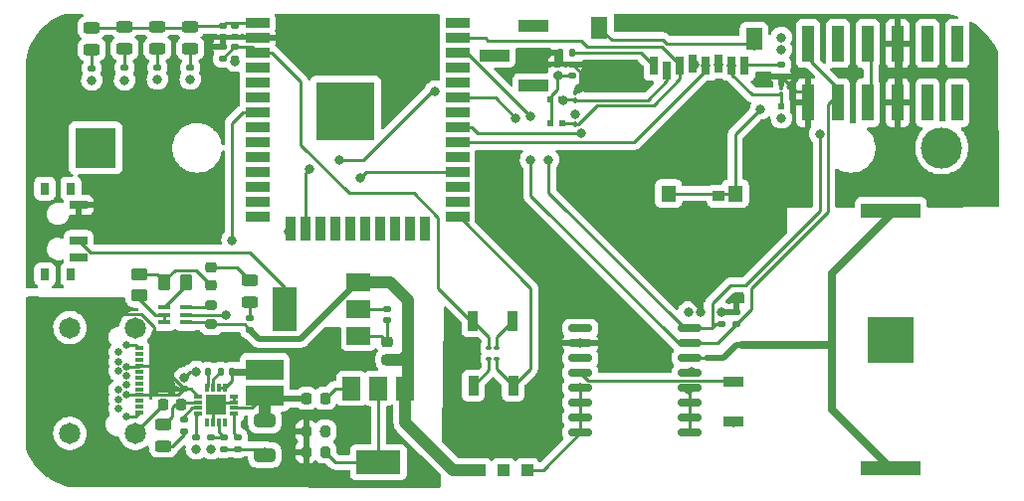
<source format=gbr>
%TF.GenerationSoftware,KiCad,Pcbnew,(6.0.2-0)*%
%TF.CreationDate,2022-09-10T16:34:37-06:00*%
%TF.ProjectId,Sensor Data Logger,53656e73-6f72-4204-9461-7461204c6f67,rev?*%
%TF.SameCoordinates,Original*%
%TF.FileFunction,Copper,L1,Top*%
%TF.FilePolarity,Positive*%
%FSLAX46Y46*%
G04 Gerber Fmt 4.6, Leading zero omitted, Abs format (unit mm)*
G04 Created by KiCad (PCBNEW (6.0.2-0)) date 2022-09-10 16:34:37*
%MOMM*%
%LPD*%
G01*
G04 APERTURE LIST*
G04 Aperture macros list*
%AMRoundRect*
0 Rectangle with rounded corners*
0 $1 Rounding radius*
0 $2 $3 $4 $5 $6 $7 $8 $9 X,Y pos of 4 corners*
0 Add a 4 corners polygon primitive as box body*
4,1,4,$2,$3,$4,$5,$6,$7,$8,$9,$2,$3,0*
0 Add four circle primitives for the rounded corners*
1,1,$1+$1,$2,$3*
1,1,$1+$1,$4,$5*
1,1,$1+$1,$6,$7*
1,1,$1+$1,$8,$9*
0 Add four rect primitives between the rounded corners*
20,1,$1+$1,$2,$3,$4,$5,0*
20,1,$1+$1,$4,$5,$6,$7,0*
20,1,$1+$1,$6,$7,$8,$9,0*
20,1,$1+$1,$8,$9,$2,$3,0*%
G04 Aperture macros list end*
%TA.AperFunction,SMDPad,CuDef*%
%ADD10RoundRect,0.200000X0.275000X-0.200000X0.275000X0.200000X-0.275000X0.200000X-0.275000X-0.200000X0*%
%TD*%
%TA.AperFunction,SMDPad,CuDef*%
%ADD11R,0.500000X0.600000*%
%TD*%
%TA.AperFunction,SMDPad,CuDef*%
%ADD12RoundRect,0.225000X0.250000X-0.225000X0.250000X0.225000X-0.250000X0.225000X-0.250000X-0.225000X0*%
%TD*%
%TA.AperFunction,SMDPad,CuDef*%
%ADD13RoundRect,0.135000X0.185000X-0.135000X0.185000X0.135000X-0.185000X0.135000X-0.185000X-0.135000X0*%
%TD*%
%TA.AperFunction,SMDPad,CuDef*%
%ADD14R,2.000000X1.500000*%
%TD*%
%TA.AperFunction,SMDPad,CuDef*%
%ADD15R,2.000000X3.800000*%
%TD*%
%TA.AperFunction,SMDPad,CuDef*%
%ADD16RoundRect,0.100000X-0.100000X0.130000X-0.100000X-0.130000X0.100000X-0.130000X0.100000X0.130000X0*%
%TD*%
%TA.AperFunction,SMDPad,CuDef*%
%ADD17R,0.600000X0.500000*%
%TD*%
%TA.AperFunction,SMDPad,CuDef*%
%ADD18RoundRect,0.100000X0.130000X0.100000X-0.130000X0.100000X-0.130000X-0.100000X0.130000X-0.100000X0*%
%TD*%
%TA.AperFunction,SMDPad,CuDef*%
%ADD19R,0.800000X1.000000*%
%TD*%
%TA.AperFunction,SMDPad,CuDef*%
%ADD20R,1.500000X0.700000*%
%TD*%
%TA.AperFunction,SMDPad,CuDef*%
%ADD21RoundRect,0.243750X-0.456250X0.243750X-0.456250X-0.243750X0.456250X-0.243750X0.456250X0.243750X0*%
%TD*%
%TA.AperFunction,SMDPad,CuDef*%
%ADD22R,1.000000X1.000000*%
%TD*%
%TA.AperFunction,SMDPad,CuDef*%
%ADD23R,1.000000X3.150000*%
%TD*%
%TA.AperFunction,SMDPad,CuDef*%
%ADD24R,0.900000X1.700000*%
%TD*%
%TA.AperFunction,SMDPad,CuDef*%
%ADD25RoundRect,0.135000X-0.185000X0.135000X-0.185000X-0.135000X0.185000X-0.135000X0.185000X0.135000X0*%
%TD*%
%TA.AperFunction,SMDPad,CuDef*%
%ADD26RoundRect,0.140000X-0.170000X0.140000X-0.170000X-0.140000X0.170000X-0.140000X0.170000X0.140000X0*%
%TD*%
%TA.AperFunction,SMDPad,CuDef*%
%ADD27R,0.700000X0.350000*%
%TD*%
%TA.AperFunction,ComponentPad*%
%ADD28C,0.650000*%
%TD*%
%TA.AperFunction,ComponentPad*%
%ADD29C,1.815000*%
%TD*%
%TA.AperFunction,SMDPad,CuDef*%
%ADD30RoundRect,0.140000X0.140000X0.170000X-0.140000X0.170000X-0.140000X-0.170000X0.140000X-0.170000X0*%
%TD*%
%TA.AperFunction,SMDPad,CuDef*%
%ADD31RoundRect,0.140000X0.170000X-0.140000X0.170000X0.140000X-0.170000X0.140000X-0.170000X-0.140000X0*%
%TD*%
%TA.AperFunction,SMDPad,CuDef*%
%ADD32R,1.300000X1.400000*%
%TD*%
%TA.AperFunction,SMDPad,CuDef*%
%ADD33R,1.000000X0.950000*%
%TD*%
%TA.AperFunction,SMDPad,CuDef*%
%ADD34R,1.400000X1.900000*%
%TD*%
%TA.AperFunction,SMDPad,CuDef*%
%ADD35R,0.800000X1.500000*%
%TD*%
%TA.AperFunction,SMDPad,CuDef*%
%ADD36RoundRect,0.135000X-0.135000X-0.185000X0.135000X-0.185000X0.135000X0.185000X-0.135000X0.185000X0*%
%TD*%
%TA.AperFunction,SMDPad,CuDef*%
%ADD37R,5.080000X1.270000*%
%TD*%
%TA.AperFunction,SMDPad,CuDef*%
%ADD38R,3.960000X3.960000*%
%TD*%
%TA.AperFunction,SMDPad,CuDef*%
%ADD39RoundRect,0.225000X-0.225000X-0.250000X0.225000X-0.250000X0.225000X0.250000X-0.225000X0.250000X0*%
%TD*%
%TA.AperFunction,SMDPad,CuDef*%
%ADD40R,1.700000X0.900000*%
%TD*%
%TA.AperFunction,SMDPad,CuDef*%
%ADD41R,2.000000X0.900000*%
%TD*%
%TA.AperFunction,SMDPad,CuDef*%
%ADD42R,0.900000X2.000000*%
%TD*%
%TA.AperFunction,SMDPad,CuDef*%
%ADD43R,5.000000X5.000000*%
%TD*%
%TA.AperFunction,SMDPad,CuDef*%
%ADD44R,1.050000X0.400000*%
%TD*%
%TA.AperFunction,SMDPad,CuDef*%
%ADD45RoundRect,0.100000X-0.130000X-0.100000X0.130000X-0.100000X0.130000X0.100000X-0.130000X0.100000X0*%
%TD*%
%TA.AperFunction,SMDPad,CuDef*%
%ADD46RoundRect,0.250000X-0.262500X-0.450000X0.262500X-0.450000X0.262500X0.450000X-0.262500X0.450000X0*%
%TD*%
%TA.AperFunction,SMDPad,CuDef*%
%ADD47R,1.500000X2.000000*%
%TD*%
%TA.AperFunction,SMDPad,CuDef*%
%ADD48R,3.800000X2.000000*%
%TD*%
%TA.AperFunction,SMDPad,CuDef*%
%ADD49RoundRect,0.243750X0.456250X-0.243750X0.456250X0.243750X-0.456250X0.243750X-0.456250X-0.243750X0*%
%TD*%
%TA.AperFunction,SMDPad,CuDef*%
%ADD50RoundRect,0.200000X-0.200000X-0.275000X0.200000X-0.275000X0.200000X0.275000X-0.200000X0.275000X0*%
%TD*%
%TA.AperFunction,SMDPad,CuDef*%
%ADD51R,0.800000X0.300000*%
%TD*%
%TA.AperFunction,SMDPad,CuDef*%
%ADD52R,0.300000X0.800000*%
%TD*%
%TA.AperFunction,SMDPad,CuDef*%
%ADD53R,1.760000X1.760000*%
%TD*%
%TA.AperFunction,SMDPad,CuDef*%
%ADD54RoundRect,0.250000X0.450000X-0.262500X0.450000X0.262500X-0.450000X0.262500X-0.450000X-0.262500X0*%
%TD*%
%TA.AperFunction,SMDPad,CuDef*%
%ADD55RoundRect,0.250000X-0.650000X0.325000X-0.650000X-0.325000X0.650000X-0.325000X0.650000X0.325000X0*%
%TD*%
%TA.AperFunction,SMDPad,CuDef*%
%ADD56R,2.510000X1.000000*%
%TD*%
%TA.AperFunction,SMDPad,CuDef*%
%ADD57RoundRect,0.218750X0.218750X0.256250X-0.218750X0.256250X-0.218750X-0.256250X0.218750X-0.256250X0*%
%TD*%
%TA.AperFunction,SMDPad,CuDef*%
%ADD58R,3.200000X1.750000*%
%TD*%
%TA.AperFunction,SMDPad,CuDef*%
%ADD59RoundRect,0.150000X-0.875000X-0.150000X0.875000X-0.150000X0.875000X0.150000X-0.875000X0.150000X0*%
%TD*%
%TA.AperFunction,SMDPad,CuDef*%
%ADD60RoundRect,0.140000X-0.140000X-0.170000X0.140000X-0.170000X0.140000X0.170000X-0.140000X0.170000X0*%
%TD*%
%TA.AperFunction,ComponentPad*%
%ADD61R,3.500000X3.500000*%
%TD*%
%TA.AperFunction,ComponentPad*%
%ADD62C,3.500000*%
%TD*%
%TA.AperFunction,ViaPad*%
%ADD63C,0.800000*%
%TD*%
%TA.AperFunction,ViaPad*%
%ADD64C,1.600000*%
%TD*%
%TA.AperFunction,Conductor*%
%ADD65C,0.250000*%
%TD*%
%TA.AperFunction,Conductor*%
%ADD66C,0.500000*%
%TD*%
%TA.AperFunction,Conductor*%
%ADD67C,1.000000*%
%TD*%
%TA.AperFunction,Conductor*%
%ADD68C,0.700000*%
%TD*%
%TA.AperFunction,Conductor*%
%ADD69C,0.600000*%
%TD*%
G04 APERTURE END LIST*
D10*
%TO.P,R18,1*%
%TO.N,+BATT*%
X134620000Y-83375000D03*
%TO.P,R18,2*%
%TO.N,Net-(Q2-Pad6)*%
X134620000Y-81725000D03*
%TD*%
D11*
%TO.P,D3,1,A1*%
%TO.N,GND*%
X183134000Y-65778000D03*
%TO.P,D3,2,A2*%
%TO.N,/SD_MISO*%
X183134000Y-64778000D03*
%TD*%
D12*
%TO.P,C16,1*%
%TO.N,/BAT_ADC*%
X134620000Y-80023000D03*
%TO.P,C16,2*%
%TO.N,GND*%
X134620000Y-78473000D03*
%TD*%
D13*
%TO.P,R1,1*%
%TO.N,+BATT*%
X137922000Y-83820000D03*
%TO.P,R1,2*%
%TO.N,Net-(D1-Pad2)*%
X137922000Y-82800000D03*
%TD*%
D14*
%TO.P,U1,1,GND*%
%TO.N,GND*%
X147168000Y-84342000D03*
D15*
%TO.P,U1,2,VO*%
%TO.N,Net-(C2-Pad1)*%
X140868000Y-82042000D03*
D14*
X147168000Y-82042000D03*
%TO.P,U1,3,VI*%
%TO.N,+BATT*%
X147168000Y-79742000D03*
%TD*%
D16*
%TO.P,R6,1*%
%TO.N,VCC*%
X183134000Y-63180000D03*
%TO.P,R6,2*%
%TO.N,/SD_MISO*%
X183134000Y-63820000D03*
%TD*%
D17*
%TO.P,D5,1,A1*%
%TO.N,GND*%
X163522000Y-66228000D03*
%TO.P,D5,2,A2*%
%TO.N,/SD_MOSI*%
X164522000Y-66228000D03*
%TD*%
D18*
%TO.P,C6,1*%
%TO.N,Net-(C6-Pad1)*%
X158894000Y-85344000D03*
%TO.P,C6,2*%
%TO.N,/EN*%
X158254000Y-85344000D03*
%TD*%
D19*
%TO.P,SW4,*%
%TO.N,*%
X120490000Y-79088000D03*
X122700000Y-71788000D03*
X122700000Y-79088000D03*
X120490000Y-71788000D03*
D20*
%TO.P,SW4,1,A*%
%TO.N,VCC*%
X123350000Y-73188000D03*
%TO.P,SW4,2,B*%
%TO.N,Net-(C2-Pad1)*%
X123350000Y-76188000D03*
%TO.P,SW4,3,C*%
%TO.N,unconnected-(SW4-Pad3)*%
X123350000Y-77688000D03*
%TD*%
D21*
%TO.P,D10,1,K*%
%TO.N,GND*%
X130048000Y-57990500D03*
%TO.P,D10,2,A*%
%TO.N,Net-(D10-Pad2)*%
X130048000Y-59865500D03*
%TD*%
D13*
%TO.P,R21,1*%
%TO.N,/LED_1*%
X127254000Y-62486000D03*
%TO.P,R21,2*%
%TO.N,Net-(D9-Pad2)*%
X127254000Y-61466000D03*
%TD*%
%TO.P,R11,1*%
%TO.N,Net-(D7-Pad1)*%
X132330000Y-92458000D03*
%TO.P,R11,2*%
%TO.N,Net-(IC1-Pad3)*%
X132330000Y-91438000D03*
%TD*%
D22*
%TO.P,TP1,1,1*%
%TO.N,+BATT*%
X157480000Y-95758000D03*
%TD*%
D23*
%TO.P,J1,1,Pin_1*%
%TO.N,VCC*%
X185420000Y-64486000D03*
%TO.P,J1,2,Pin_2*%
%TO.N,/SDA*%
X185420000Y-59436000D03*
%TO.P,J1,3,Pin_3*%
X187960000Y-64486000D03*
%TO.P,J1,4,Pin_4*%
%TO.N,GND*%
X187960000Y-59436000D03*
%TO.P,J1,5,Pin_5*%
%TO.N,/SCL*%
X190500000Y-64486000D03*
%TO.P,J1,6,Pin_6*%
X190500000Y-59436000D03*
%TO.P,J1,7,Pin_7*%
%TO.N,VCC*%
X193040000Y-64486000D03*
%TO.P,J1,8,Pin_8*%
X193040000Y-59436000D03*
%TO.P,J1,9,Pin_9*%
%TO.N,/A0*%
X195580000Y-64486000D03*
%TO.P,J1,10,Pin_10*%
%TO.N,/A2*%
X195580000Y-59436000D03*
%TO.P,J1,11,Pin_11*%
%TO.N,/A1*%
X198120000Y-64486000D03*
%TO.P,J1,12,Pin_12*%
%TO.N,GND*%
X198120000Y-59436000D03*
%TD*%
D24*
%TO.P,SW2,1,1*%
%TO.N,Net-(C7-Pad1)*%
X156929000Y-88591000D03*
%TO.P,SW2,2,2*%
%TO.N,/IO0*%
X160329000Y-88591000D03*
%TD*%
D11*
%TO.P,D4,1,A1*%
%TO.N,GND*%
X183134000Y-59874000D03*
%TO.P,D4,2,A2*%
%TO.N,/SD_CLK*%
X183134000Y-58874000D03*
%TD*%
D25*
%TO.P,R12,1*%
%TO.N,Net-(IC1-Pad4)*%
X133346000Y-92964000D03*
%TO.P,R12,2*%
%TO.N,GND*%
X133346000Y-93984000D03*
%TD*%
D26*
%TO.P,C9,1*%
%TO.N,VCC*%
X164084000Y-61214000D03*
%TO.P,C9,2*%
%TO.N,GND*%
X164084000Y-62174000D03*
%TD*%
D13*
%TO.P,R4,1*%
%TO.N,/SDA*%
X179324000Y-83314000D03*
%TO.P,R4,2*%
%TO.N,VCC*%
X179324000Y-82294000D03*
%TD*%
D25*
%TO.P,R13,1*%
%TO.N,Net-(IC1-Pad7)*%
X135681500Y-92962000D03*
%TO.P,R13,2*%
%TO.N,GND*%
X135681500Y-93982000D03*
%TD*%
D27*
%TO.P,J6,A1,GND_1*%
%TO.N,GND*%
X128512000Y-85388000D03*
%TO.P,J6,A2,SSTXP1*%
%TO.N,unconnected-(J6-PadA2)*%
X128512000Y-85888000D03*
%TO.P,J6,A3,SSTXN1*%
%TO.N,unconnected-(J6-PadA3)*%
X128512000Y-86388000D03*
%TO.P,J6,A4,VBUS_1*%
%TO.N,VBUS*%
X128512000Y-86888000D03*
%TO.P,J6,A5,CC1*%
%TO.N,unconnected-(J6-PadA5)*%
X128512000Y-87388000D03*
%TO.P,J6,A6,DP1*%
%TO.N,unconnected-(J6-PadA6)*%
X128512000Y-87888000D03*
%TO.P,J6,A7,DN1*%
%TO.N,unconnected-(J6-PadA7)*%
X128512000Y-88388000D03*
%TO.P,J6,A8,SBU1*%
%TO.N,unconnected-(J6-PadA8)*%
X128512000Y-88888000D03*
%TO.P,J6,A9,VBUS_2*%
%TO.N,VBUS*%
X128512000Y-89388000D03*
%TO.P,J6,A10,SSRXN2*%
%TO.N,unconnected-(J6-PadA10)*%
X128512000Y-89888000D03*
%TO.P,J6,A11,SSRXP2*%
%TO.N,unconnected-(J6-PadA11)*%
X128512000Y-90388000D03*
%TO.P,J6,A12,GND_2*%
%TO.N,GND*%
X128512000Y-90888000D03*
D28*
%TO.P,J6,B1,GND_3*%
X127402000Y-91188000D03*
%TO.P,J6,B2,SSTXP2*%
%TO.N,unconnected-(J6-PadB2)*%
X126702000Y-90538000D03*
%TO.P,J6,B3,SSTXN2*%
%TO.N,unconnected-(J6-PadB3)*%
X126702000Y-89738000D03*
%TO.P,J6,B4,VBUS_3*%
%TO.N,VBUS*%
X127402000Y-89338000D03*
%TO.P,J6,B5,CC2*%
%TO.N,unconnected-(J6-PadB5)*%
X126702000Y-88938000D03*
%TO.P,J6,B6,DP2*%
%TO.N,unconnected-(J6-PadB6)*%
X127402000Y-88538000D03*
%TO.P,J6,B7,DN2*%
%TO.N,unconnected-(J6-PadB7)*%
X127402000Y-87738000D03*
%TO.P,J6,B8,SBU2*%
%TO.N,unconnected-(J6-PadB8)*%
X126702000Y-87338000D03*
%TO.P,J6,B9,VBUS_4*%
%TO.N,VBUS*%
X127402000Y-86938000D03*
%TO.P,J6,B10,SSRXN1*%
%TO.N,unconnected-(J6-PadB10)*%
X126702000Y-86538000D03*
%TO.P,J6,B11,SSRXP1*%
%TO.N,unconnected-(J6-PadB11)*%
X126702000Y-85738000D03*
%TO.P,J6,B12,GND_4*%
%TO.N,GND*%
X127402000Y-85088000D03*
D29*
%TO.P,J6,MH1,MH1*%
X128202000Y-83638000D03*
%TO.P,J6,MH2,MH2*%
X128202000Y-92638000D03*
%TO.P,J6,MH3,MH3*%
X122602000Y-92638000D03*
%TO.P,J6,MH4,MH4*%
X122602000Y-83638000D03*
%TD*%
D30*
%TO.P,C8,1*%
%TO.N,VCC*%
X176276000Y-82296000D03*
%TO.P,C8,2*%
%TO.N,GND*%
X175316000Y-82296000D03*
%TD*%
D22*
%TO.P,TP2,1,1*%
%TO.N,Net-(C2-Pad1)*%
X159512000Y-95758000D03*
%TD*%
D31*
%TO.P,C5,1*%
%TO.N,VCC*%
X135636000Y-58900000D03*
%TO.P,C5,2*%
%TO.N,GND*%
X135636000Y-57940000D03*
%TD*%
D16*
%TO.P,R7,1*%
%TO.N,VCC*%
X165608000Y-65654000D03*
%TO.P,R7,2*%
%TO.N,/SD_MOSI*%
X165608000Y-66294000D03*
%TD*%
D13*
%TO.P,R23,1*%
%TO.N,/LED_3*%
X132842000Y-62486000D03*
%TO.P,R23,2*%
%TO.N,Net-(D11-Pad2)*%
X132842000Y-61466000D03*
%TD*%
D32*
%TO.P,J5,MP1,MP1*%
%TO.N,Net-(J5-PadMP1)*%
X179219000Y-72223000D03*
D33*
%TO.P,J5,MP2,MP2*%
X177829000Y-72449000D03*
D32*
%TO.P,J5,MP3,MP3*%
X173519000Y-72223000D03*
D34*
%TO.P,J5,MP4,MP4*%
X180819000Y-59074000D03*
%TO.P,J5,MP5,MP5*%
X167669000Y-58074000D03*
D35*
%TO.P,J5,P1,DAT2*%
%TO.N,Net-(J5-PadP1)*%
X172329000Y-61363000D03*
%TO.P,J5,P2,CD/DAT3*%
%TO.N,/SD_CS*%
X173429000Y-61763000D03*
%TO.P,J5,P3,CMD*%
%TO.N,/SD_MOSI*%
X174529000Y-61363000D03*
%TO.P,J5,P4,VDD*%
%TO.N,VCC*%
X175629000Y-61163000D03*
%TO.P,J5,P5,CLK*%
%TO.N,/SD_CLK*%
X176729000Y-61363000D03*
%TO.P,J5,P6,VSS*%
%TO.N,GND*%
X177829000Y-61163000D03*
%TO.P,J5,P7,DAT0*%
%TO.N,/SD_MISO*%
X178929000Y-61363000D03*
%TO.P,J5,P8,DAT1*%
%TO.N,Net-(J5-PadP8)*%
X180029000Y-61363000D03*
%TD*%
D36*
%TO.P,R8,1*%
%TO.N,VCC*%
X164336000Y-60198000D03*
%TO.P,R8,2*%
%TO.N,Net-(J5-PadP1)*%
X165356000Y-60198000D03*
%TD*%
D25*
%TO.P,R15,1*%
%TO.N,Net-(IC1-Pad9)*%
X136902000Y-92962000D03*
%TO.P,R15,2*%
%TO.N,GND*%
X136902000Y-93982000D03*
%TD*%
D37*
%TO.P,BT1,1,+*%
%TO.N,Net-(BT1-Pad1)*%
X192456000Y-73677500D03*
%TO.P,BT1,2,-*%
X192456000Y-95647500D03*
D38*
%TO.P,BT1,3*%
%TO.N,GND*%
X192456000Y-84662500D03*
%TD*%
D39*
%TO.P,C11,1*%
%TO.N,GND*%
X130539000Y-90170000D03*
%TO.P,C11,2*%
%TO.N,/REGN*%
X132089000Y-90170000D03*
%TD*%
D40*
%TO.P,SW3,1,1*%
%TO.N,GND*%
X179070000Y-91616000D03*
%TO.P,SW3,2,2*%
%TO.N,Net-(SW3-Pad2)*%
X179070000Y-88216000D03*
%TD*%
D41*
%TO.P,U2,1,GND*%
%TO.N,GND*%
X138566000Y-57701000D03*
%TO.P,U2,2,VDD*%
%TO.N,VCC*%
X138566000Y-58971000D03*
%TO.P,U2,3,EN*%
%TO.N,/EN*%
X138566000Y-60241000D03*
%TO.P,U2,4,SENSOR_VP*%
%TO.N,unconnected-(U2-Pad4)*%
X138566000Y-61511000D03*
%TO.P,U2,5,SENSOR_VN*%
%TO.N,unconnected-(U2-Pad5)*%
X138566000Y-62781000D03*
%TO.P,U2,6,IO34*%
%TO.N,/A2*%
X138566000Y-64051000D03*
%TO.P,U2,7,IO35*%
%TO.N,/BAT_ADC*%
X138566000Y-65321000D03*
%TO.P,U2,8,IO32*%
%TO.N,/A0*%
X138566000Y-66591000D03*
%TO.P,U2,9,IO33*%
%TO.N,/A1*%
X138566000Y-67861000D03*
%TO.P,U2,10,IO25*%
%TO.N,/LED_3*%
X138566000Y-69131000D03*
%TO.P,U2,11,IO26*%
%TO.N,/LED_2*%
X138566000Y-70401000D03*
%TO.P,U2,12,IO27*%
%TO.N,/LED_1*%
X138566000Y-71671000D03*
%TO.P,U2,13,IO14*%
%TO.N,/LED_0*%
X138566000Y-72941000D03*
%TO.P,U2,14,IO12*%
%TO.N,unconnected-(U2-Pad14)*%
X138566000Y-74211000D03*
D42*
%TO.P,U2,15,GND*%
%TO.N,GND*%
X141351000Y-75211000D03*
%TO.P,U2,16,IO13*%
%TO.N,/SD_CS*%
X142621000Y-75211000D03*
%TO.P,U2,17,SHD/SD2*%
%TO.N,unconnected-(U2-Pad17)*%
X143891000Y-75211000D03*
%TO.P,U2,18,SWP/SD3*%
%TO.N,unconnected-(U2-Pad18)*%
X145161000Y-75211000D03*
%TO.P,U2,19,SCS/CMD*%
%TO.N,unconnected-(U2-Pad19)*%
X146431000Y-75211000D03*
%TO.P,U2,20,SCK/CLK*%
%TO.N,unconnected-(U2-Pad20)*%
X147701000Y-75211000D03*
%TO.P,U2,21,SDO/SD0*%
%TO.N,unconnected-(U2-Pad21)*%
X148971000Y-75211000D03*
%TO.P,U2,22,SDI/SD1*%
%TO.N,unconnected-(U2-Pad22)*%
X150241000Y-75211000D03*
%TO.P,U2,23,IO15*%
%TO.N,unconnected-(U2-Pad23)*%
X151511000Y-75211000D03*
%TO.P,U2,24,IO2*%
%TO.N,unconnected-(U2-Pad24)*%
X152781000Y-75211000D03*
D41*
%TO.P,U2,25,IO0*%
%TO.N,/IO0*%
X155566000Y-74211000D03*
%TO.P,U2,26,IO4*%
%TO.N,unconnected-(U2-Pad26)*%
X155566000Y-72941000D03*
%TO.P,U2,27,IO16*%
%TO.N,unconnected-(U2-Pad27)*%
X155566000Y-71671000D03*
%TO.P,U2,28,IO17*%
%TO.N,/BAT_ADC_EN*%
X155566000Y-70401000D03*
%TO.P,U2,29,IO5*%
%TO.N,unconnected-(U2-Pad29)*%
X155566000Y-69131000D03*
%TO.P,U2,30,IO18*%
%TO.N,/SD_CLK*%
X155566000Y-67861000D03*
%TO.P,U2,31,IO19*%
%TO.N,/SD_MISO*%
X155566000Y-66591000D03*
%TO.P,U2,32,NC*%
%TO.N,unconnected-(U2-Pad32)*%
X155566000Y-65321000D03*
%TO.P,U2,33,IO21*%
%TO.N,/SDA*%
X155566000Y-64051000D03*
%TO.P,U2,34,RXD0/IO3*%
%TO.N,/RX*%
X155566000Y-62781000D03*
%TO.P,U2,35,TXD0/IO1*%
%TO.N,/TX*%
X155566000Y-61511000D03*
%TO.P,U2,36,IO22*%
%TO.N,/SCL*%
X155566000Y-60241000D03*
%TO.P,U2,37,IO23*%
%TO.N,/SD_MOSI*%
X155566000Y-58971000D03*
%TO.P,U2,38,GND*%
%TO.N,GND*%
X155566000Y-57701000D03*
D43*
%TO.P,U2,39,GND*%
X146066000Y-65201000D03*
%TD*%
D26*
%TO.P,C2,1*%
%TO.N,Net-(C2-Pad1)*%
X149606000Y-82070000D03*
%TO.P,C2,2*%
%TO.N,GND*%
X149606000Y-83030000D03*
%TD*%
D13*
%TO.P,R3,1*%
%TO.N,/LED_0*%
X124460000Y-62566500D03*
%TO.P,R3,2*%
%TO.N,Net-(D2-Pad2)*%
X124460000Y-61546500D03*
%TD*%
D44*
%TO.P,Q2,1,S1*%
%TO.N,GND*%
X130622000Y-81900000D03*
%TO.P,Q2,2,D2_1*%
%TO.N,Net-(Q2-Pad2)*%
X130622000Y-82550000D03*
%TO.P,Q2,3,D2_2*%
X130622000Y-83200000D03*
%TO.P,Q2,4,S2*%
%TO.N,+BATT*%
X132522000Y-83200000D03*
%TO.P,Q2,5,G1*%
%TO.N,/BAT_ADC_EN*%
X132522000Y-82550000D03*
%TO.P,Q2,6,D1/G2*%
%TO.N,Net-(Q2-Pad6)*%
X132522000Y-81900000D03*
%TD*%
D31*
%TO.P,C4,1*%
%TO.N,VCC*%
X136652000Y-58900000D03*
%TO.P,C4,2*%
%TO.N,GND*%
X136652000Y-57940000D03*
%TD*%
D45*
%TO.P,C7,1*%
%TO.N,Net-(C7-Pad1)*%
X158267000Y-86305000D03*
%TO.P,C7,2*%
%TO.N,/IO0*%
X158907000Y-86305000D03*
%TD*%
D17*
%TO.P,D6,1,A1*%
%TO.N,GND*%
X163447000Y-64196000D03*
%TO.P,D6,2,A2*%
%TO.N,/SD_CS*%
X164447000Y-64196000D03*
%TD*%
D46*
%TO.P,R20,1*%
%TO.N,/BAT_ADC*%
X130659500Y-79756000D03*
%TO.P,R20,2*%
%TO.N,GND*%
X132484500Y-79756000D03*
%TD*%
D21*
%TO.P,D9,1,K*%
%TO.N,GND*%
X127254000Y-57990500D03*
%TO.P,D9,2,A*%
%TO.N,Net-(D9-Pad2)*%
X127254000Y-59865500D03*
%TD*%
D47*
%TO.P,Q1,1,D*%
%TO.N,+BATT*%
X151153750Y-88812000D03*
%TO.P,Q1,2,G*%
%TO.N,Net-(Q1-Pad2)*%
X148853750Y-88812000D03*
D48*
X148853750Y-95112000D03*
D47*
%TO.P,Q1,3,S*%
%TO.N,Net-(D8-Pad1)*%
X146553750Y-88812000D03*
%TD*%
D49*
%TO.P,D7,1,K*%
%TO.N,Net-(D7-Pad1)*%
X130552000Y-93726000D03*
%TO.P,D7,2,A*%
%TO.N,/REGN*%
X130552000Y-91851000D03*
%TD*%
D50*
%TO.P,R16,1*%
%TO.N,VBUS*%
X142698750Y-92470000D03*
%TO.P,R16,2*%
%TO.N,GND*%
X144348750Y-92470000D03*
%TD*%
D51*
%TO.P,IC1,1,VBUS*%
%TO.N,VBUS*%
X133540000Y-89483000D03*
%TO.P,IC1,2,REGN*%
%TO.N,/REGN*%
X133540000Y-89983000D03*
%TO.P,IC1,3,STAT*%
%TO.N,Net-(IC1-Pad3)*%
X133540000Y-90483000D03*
%TO.P,IC1,4,ICHG*%
%TO.N,Net-(IC1-Pad4)*%
X133540000Y-90983000D03*
D52*
%TO.P,IC1,5,POL*%
%TO.N,unconnected-(IC1-Pad5)*%
X134290000Y-91733000D03*
%TO.P,IC1,6,~{EN}*%
%TO.N,GND*%
X134790000Y-91733000D03*
%TO.P,IC1,7,TS*%
%TO.N,Net-(IC1-Pad7)*%
X135290000Y-91733000D03*
%TO.P,IC1,8,NC*%
%TO.N,unconnected-(IC1-Pad8)*%
X135790000Y-91733000D03*
D51*
%TO.P,IC1,9,VSET*%
%TO.N,Net-(IC1-Pad9)*%
X136540000Y-90983000D03*
%TO.P,IC1,10,BAT*%
%TO.N,/BAT*%
X136540000Y-90483000D03*
%TO.P,IC1,11,GND_1*%
%TO.N,GND*%
X136540000Y-89983000D03*
%TO.P,IC1,12,GND_2*%
X136540000Y-89483000D03*
D52*
%TO.P,IC1,13,SW_1*%
%TO.N,Net-(C14-Pad2)*%
X135790000Y-88733000D03*
%TO.P,IC1,14,SW_2*%
X135290000Y-88733000D03*
%TO.P,IC1,15,BTST*%
%TO.N,Net-(C14-Pad1)*%
X134790000Y-88733000D03*
%TO.P,IC1,16,PMID*%
%TO.N,Net-(C13-Pad1)*%
X134290000Y-88733000D03*
D53*
%TO.P,IC1,17,EP*%
%TO.N,GND*%
X135040000Y-90233000D03*
%TD*%
D21*
%TO.P,D2,1,K*%
%TO.N,GND*%
X124460000Y-58069000D03*
%TO.P,D2,2,A*%
%TO.N,Net-(D2-Pad2)*%
X124460000Y-59944000D03*
%TD*%
D54*
%TO.P,R19,1*%
%TO.N,Net-(Q2-Pad2)*%
X128524000Y-80922500D03*
%TO.P,R19,2*%
%TO.N,/BAT_ADC*%
X128524000Y-79097500D03*
%TD*%
D21*
%TO.P,D11,1,K*%
%TO.N,GND*%
X132842000Y-57990500D03*
%TO.P,D11,2,A*%
%TO.N,Net-(D11-Pad2)*%
X132842000Y-59865500D03*
%TD*%
D26*
%TO.P,C10,1*%
%TO.N,VCC*%
X165354000Y-61214000D03*
%TO.P,C10,2*%
%TO.N,GND*%
X165354000Y-62174000D03*
%TD*%
D13*
%TO.P,R22,1*%
%TO.N,/LED_2*%
X130048000Y-62486000D03*
%TO.P,R22,2*%
%TO.N,Net-(D10-Pad2)*%
X130048000Y-61466000D03*
%TD*%
D55*
%TO.P,C15,1*%
%TO.N,/BAT*%
X139188000Y-91540000D03*
%TO.P,C15,2*%
%TO.N,GND*%
X139188000Y-94490000D03*
%TD*%
D24*
%TO.P,SW1,1,1*%
%TO.N,Net-(C6-Pad1)*%
X160274000Y-83058000D03*
%TO.P,SW1,2,2*%
%TO.N,/EN*%
X156874000Y-83058000D03*
%TD*%
D13*
%TO.P,R10,1*%
%TO.N,VCC*%
X183134000Y-62232000D03*
%TO.P,R10,2*%
%TO.N,Net-(J5-PadP8)*%
X183134000Y-61212000D03*
%TD*%
D25*
%TO.P,R14,1*%
%TO.N,Net-(IC1-Pad7)*%
X134616000Y-92962000D03*
%TO.P,R14,2*%
%TO.N,/REGN*%
X134616000Y-93982000D03*
%TD*%
%TO.P,R5,1*%
%TO.N,VCC*%
X178054000Y-82294000D03*
%TO.P,R5,2*%
%TO.N,/SCL*%
X178054000Y-83314000D03*
%TD*%
D56*
%TO.P,J4,1,Pin_1*%
%TO.N,/RX*%
X162060000Y-62992000D03*
%TO.P,J4,2,Pin_2*%
%TO.N,/TX*%
X158750000Y-60452000D03*
%TO.P,J4,3,Pin_3*%
%TO.N,GND*%
X162060000Y-57912000D03*
%TD*%
D57*
%TO.P,D8,1,K*%
%TO.N,Net-(D8-Pad1)*%
X144311250Y-89662000D03*
%TO.P,D8,2,A*%
%TO.N,/BAT*%
X142736250Y-89662000D03*
%TD*%
D30*
%TO.P,C13,1*%
%TO.N,Net-(C13-Pad1)*%
X134334000Y-87376000D03*
%TO.P,C13,2*%
%TO.N,GND*%
X133374000Y-87376000D03*
%TD*%
D58*
%TO.P,L1,1,1*%
%TO.N,Net-(C14-Pad2)*%
X139188000Y-87210000D03*
%TO.P,L1,2,2*%
%TO.N,/BAT*%
X139188000Y-89410000D03*
%TD*%
D21*
%TO.P,D1,1,K*%
%TO.N,GND*%
X137922000Y-79580500D03*
%TO.P,D1,2,A*%
%TO.N,Net-(D1-Pad2)*%
X137922000Y-81455500D03*
%TD*%
D22*
%TO.P,TP3,1,1*%
%TO.N,GND*%
X161544000Y-95758000D03*
%TD*%
D50*
%TO.P,R17,1*%
%TO.N,VBUS*%
X142698750Y-94234000D03*
%TO.P,R17,2*%
%TO.N,Net-(Q1-Pad2)*%
X144348750Y-94234000D03*
%TD*%
D59*
%TO.P,U3,1,32KHZ*%
%TO.N,unconnected-(U3-Pad1)*%
X166038000Y-83693000D03*
%TO.P,U3,2,VCC*%
%TO.N,VCC*%
X166038000Y-84963000D03*
%TO.P,U3,3,~{INT}/SQW*%
%TO.N,unconnected-(U3-Pad3)*%
X166038000Y-86233000D03*
%TO.P,U3,4,~{RST}*%
%TO.N,Net-(SW3-Pad2)*%
X166038000Y-87503000D03*
%TO.P,U3,5,GND*%
%TO.N,GND*%
X166038000Y-88773000D03*
%TO.P,U3,6,GND*%
X166038000Y-90043000D03*
%TO.P,U3,7,GND*%
X166038000Y-91313000D03*
%TO.P,U3,8,GND*%
X166038000Y-92583000D03*
%TO.P,U3,9,GND*%
X175338000Y-92583000D03*
%TO.P,U3,10,GND*%
X175338000Y-91313000D03*
%TO.P,U3,11,GND*%
X175338000Y-90043000D03*
%TO.P,U3,12,GND*%
X175338000Y-88773000D03*
%TO.P,U3,13,GND*%
X175338000Y-87503000D03*
%TO.P,U3,14,VBAT*%
%TO.N,Net-(BT1-Pad1)*%
X175338000Y-86233000D03*
%TO.P,U3,15,SDA*%
%TO.N,/SDA*%
X175338000Y-84963000D03*
%TO.P,U3,16,SCL*%
%TO.N,/SCL*%
X175338000Y-83693000D03*
%TD*%
D26*
%TO.P,C3,1*%
%TO.N,/EN*%
X136652000Y-59746000D03*
%TO.P,C3,2*%
%TO.N,GND*%
X136652000Y-60706000D03*
%TD*%
D12*
%TO.P,C1,1*%
%TO.N,+BATT*%
X149606000Y-86373000D03*
%TO.P,C1,2*%
%TO.N,GND*%
X149606000Y-84823000D03*
%TD*%
D26*
%TO.P,C12,1*%
%TO.N,GND*%
X132330000Y-87912000D03*
%TO.P,C12,2*%
%TO.N,VBUS*%
X132330000Y-88872000D03*
%TD*%
D60*
%TO.P,C14,1*%
%TO.N,Net-(C14-Pad1)*%
X135434000Y-87376000D03*
%TO.P,C14,2*%
%TO.N,Net-(C14-Pad2)*%
X136394000Y-87376000D03*
%TD*%
D16*
%TO.P,R9,1*%
%TO.N,VCC*%
X165608000Y-63622000D03*
%TO.P,R9,2*%
%TO.N,/SD_CS*%
X165608000Y-64262000D03*
%TD*%
D13*
%TO.P,R2,1*%
%TO.N,/EN*%
X135636000Y-60708000D03*
%TO.P,R2,2*%
%TO.N,VCC*%
X135636000Y-59688000D03*
%TD*%
D61*
%TO.P,BT2,1,+*%
%TO.N,/BAT*%
X124782000Y-68326000D03*
D62*
%TO.P,BT2,2,-*%
%TO.N,GND*%
X196782000Y-68326000D03*
%TD*%
D63*
%TO.N,GND*%
X133374000Y-87376000D03*
X177800000Y-61214000D03*
X183134000Y-65786000D03*
X132346000Y-87896000D03*
X141224000Y-75438000D03*
X198120000Y-59690000D03*
X136652000Y-60960000D03*
X187960000Y-59436000D03*
X135128000Y-90424000D03*
X147066000Y-84328000D03*
X130556000Y-90170000D03*
X132588000Y-79756000D03*
X175260000Y-82296000D03*
X175514000Y-87376000D03*
X192532000Y-84836000D03*
X134633000Y-78473000D03*
X175260000Y-88900000D03*
X183134000Y-59944000D03*
X147574000Y-63246000D03*
X139192000Y-94234000D03*
X155702000Y-57658000D03*
X161798000Y-57912000D03*
X144272000Y-92456000D03*
X164140000Y-62174000D03*
X138430000Y-57658000D03*
X133350000Y-93980000D03*
X179070000Y-91694000D03*
X166038000Y-88773000D03*
%TO.N,VBUS*%
X126238000Y-82550000D03*
%TO.N,Net-(C2-Pad1)*%
X159512000Y-95758000D03*
X140868000Y-82042000D03*
X147168000Y-82042000D03*
%TO.N,/SD_CS*%
X145542000Y-69342000D03*
X164592000Y-64262000D03*
X143002000Y-70104000D03*
X153670000Y-63500000D03*
%TO.N,/SD_CLK*%
X176729000Y-61363000D03*
X183134000Y-58928000D03*
%TO.N,/SD_MISO*%
X166116000Y-67056000D03*
X178929000Y-61363000D03*
%TO.N,/BAT_ADC*%
X134620000Y-80010000D03*
X136398000Y-76200000D03*
%TO.N,/REGN*%
X130552000Y-91851000D03*
X134616000Y-93982000D03*
%TO.N,VCC*%
X162052000Y-60454000D03*
X178054000Y-82294000D03*
X165923000Y-63307000D03*
X167894000Y-69596000D03*
X175514000Y-57658000D03*
X165624760Y-65464500D03*
X138566000Y-58971000D03*
X171450000Y-78232000D03*
X176276000Y-82296000D03*
X166038000Y-84963000D03*
X175768000Y-61214000D03*
%TO.N,/LED_1*%
X138430000Y-71628000D03*
X127254000Y-62566500D03*
%TO.N,/LED_2*%
X130048000Y-62486000D03*
X138566000Y-70401000D03*
%TO.N,/LED_3*%
X138566000Y-69131000D03*
X132842000Y-62486000D03*
%TO.N,/SCL*%
X163322000Y-69342000D03*
X190500000Y-64486000D03*
X161798000Y-65643978D03*
X186387979Y-67139453D03*
%TO.N,/SDA*%
X161798000Y-69342000D03*
X160528000Y-65786000D03*
%TO.N,/LED_0*%
X124460000Y-62566500D03*
X138684000Y-72898000D03*
%TO.N,/A2*%
X195580000Y-59690000D03*
X138684000Y-64008000D03*
%TO.N,/A0*%
X195580000Y-64262000D03*
X138684000Y-66548000D03*
%TO.N,/A1*%
X198120000Y-64486000D03*
X138684000Y-67818000D03*
%TO.N,/BAT_ADC_EN*%
X147320000Y-70866000D03*
X135890000Y-82550000D03*
%TO.N,/RX*%
X162052000Y-62992000D03*
X155566000Y-62781000D03*
%TO.N,/TX*%
X159004000Y-60452000D03*
X155448000Y-61468000D03*
%TO.N,Net-(J5-PadMP1)*%
X181356000Y-65024000D03*
X180819000Y-59652500D03*
D64*
%TO.N,/BAT*%
X139191000Y-89407000D03*
%TD*%
D65*
%TO.N,GND*%
X127402000Y-85088000D02*
X128212000Y-85088000D01*
X132346000Y-87896000D02*
X132330000Y-87912000D01*
X134790000Y-90762000D02*
X135128000Y-90424000D01*
X132763500Y-58069000D02*
X132842000Y-57990500D01*
X135681500Y-93982000D02*
X138680000Y-93982000D01*
X132866000Y-87376000D02*
X132346000Y-87896000D01*
X136652000Y-57744000D02*
X136695000Y-57701000D01*
X166038000Y-92583000D02*
X166038000Y-88773000D01*
X133374000Y-87376000D02*
X132866000Y-87376000D01*
X124460000Y-58069000D02*
X132763500Y-58069000D01*
X136652000Y-57940000D02*
X136652000Y-57744000D01*
X132323070Y-87912000D02*
X132330000Y-87912000D01*
X132484500Y-80037500D02*
X132484500Y-79756000D01*
X163576000Y-66174000D02*
X163576000Y-63903022D01*
X138566000Y-57701000D02*
X136695000Y-57701000D01*
X147066000Y-84328000D02*
X149111000Y-84328000D01*
X135290000Y-89983000D02*
X135040000Y-90233000D01*
X136695000Y-57701000D02*
X135875000Y-57701000D01*
X135875000Y-57701000D02*
X135636000Y-57940000D01*
X164084000Y-62230000D02*
X164140000Y-62174000D01*
X130622000Y-81900000D02*
X132484500Y-80037500D01*
X149111000Y-84328000D02*
X149606000Y-84823000D01*
X163522000Y-66228000D02*
X163576000Y-66174000D01*
X164140000Y-62174000D02*
X165354000Y-62174000D01*
X132892500Y-57940000D02*
X132842000Y-57990500D01*
X138680000Y-93982000D02*
X139188000Y-94490000D01*
X136540000Y-89983000D02*
X135290000Y-89983000D01*
X134620000Y-78473000D02*
X134633000Y-78473000D01*
X128212000Y-91188000D02*
X128512000Y-90888000D01*
X149606000Y-83030000D02*
X149606000Y-84823000D01*
X161544000Y-95758000D02*
X162863000Y-95758000D01*
X127402000Y-91188000D02*
X128212000Y-91188000D01*
X134633000Y-78473000D02*
X136814500Y-78473000D01*
X164084000Y-63395022D02*
X164084000Y-62230000D01*
X136814500Y-78473000D02*
X137922000Y-79580500D01*
X128212000Y-85088000D02*
X128512000Y-85388000D01*
X136540000Y-89483000D02*
X136540000Y-89983000D01*
X163576000Y-63903022D02*
X164084000Y-63395022D01*
X128071000Y-92638000D02*
X130539000Y-90170000D01*
X162863000Y-95758000D02*
X166038000Y-92583000D01*
X134790000Y-91733000D02*
X134790000Y-90762000D01*
X135636000Y-57940000D02*
X132892500Y-57940000D01*
X164084000Y-62174000D02*
X164140000Y-62174000D01*
X175338000Y-92583000D02*
X175338000Y-88773000D01*
%TO.N,VBUS*%
X129794000Y-83562191D02*
X129794000Y-86336000D01*
X131814000Y-89388000D02*
X132330000Y-88872000D01*
X132929000Y-88872000D02*
X133540000Y-89483000D01*
X129794000Y-86336000D02*
X130346000Y-86888000D01*
X128512000Y-86888000D02*
X130346000Y-86888000D01*
X126238000Y-82550000D02*
X126492000Y-82550000D01*
X127402000Y-86938000D02*
X128462000Y-86938000D01*
X129384011Y-83148394D02*
X129384011Y-83152202D01*
X126492000Y-82550000D02*
X126586011Y-82455989D01*
X128512000Y-89388000D02*
X127452000Y-89388000D01*
X128691606Y-82455989D02*
X129384011Y-83148394D01*
X129384011Y-83152202D02*
X129794000Y-83562191D01*
X126586011Y-82455989D02*
X128691606Y-82455989D01*
X128462000Y-86938000D02*
X128512000Y-86888000D01*
X130346000Y-86888000D02*
X132330000Y-88872000D01*
X127452000Y-89388000D02*
X127402000Y-89338000D01*
X128512000Y-89388000D02*
X131814000Y-89388000D01*
X132330000Y-88872000D02*
X132929000Y-88872000D01*
X142698750Y-94234000D02*
X142698750Y-92470000D01*
%TO.N,Net-(C2-Pad1)*%
X137922000Y-77216000D02*
X140868000Y-80162000D01*
X124378000Y-77216000D02*
X137922000Y-77216000D01*
X123350000Y-76188000D02*
X124378000Y-77216000D01*
X149578000Y-82042000D02*
X149606000Y-82070000D01*
X147168000Y-82042000D02*
X149578000Y-82042000D01*
X140868000Y-80162000D02*
X140868000Y-82042000D01*
%TO.N,+BATT*%
X137477000Y-83375000D02*
X134620000Y-83375000D01*
D66*
X138684000Y-84582000D02*
X137922000Y-83820000D01*
D67*
X155194000Y-95758000D02*
X157480000Y-95758000D01*
D66*
X142240000Y-84582000D02*
X147080000Y-79742000D01*
D65*
X132522000Y-83200000D02*
X134445000Y-83200000D01*
D67*
X151153750Y-91717750D02*
X155194000Y-95758000D01*
X151384000Y-88581750D02*
X151153750Y-88812000D01*
X151153750Y-88812000D02*
X151153750Y-91717750D01*
X151384000Y-85852000D02*
X151384000Y-88581750D01*
X149846000Y-79742000D02*
X151384000Y-81280000D01*
D66*
X138684000Y-84582000D02*
X142240000Y-84582000D01*
D65*
X137922000Y-83820000D02*
X137477000Y-83375000D01*
D67*
X149606000Y-86373000D02*
X150863000Y-86373000D01*
X147168000Y-79742000D02*
X149846000Y-79742000D01*
D65*
X134445000Y-83200000D02*
X134620000Y-83375000D01*
D67*
X150863000Y-86373000D02*
X151384000Y-85852000D01*
X151384000Y-81280000D02*
X151384000Y-85852000D01*
D66*
X147080000Y-79742000D02*
X147168000Y-79742000D01*
D65*
%TO.N,/SD_CS*%
X165542000Y-64196000D02*
X165608000Y-64262000D01*
X164447000Y-64196000D02*
X165542000Y-64196000D01*
X165608000Y-64262000D02*
X171746000Y-64262000D01*
X142621000Y-75211000D02*
X142621000Y-70485000D01*
X173429000Y-62579000D02*
X173429000Y-61763000D01*
X145542000Y-69342000D02*
X147574022Y-69342000D01*
X153416022Y-63500000D02*
X153670000Y-63500000D01*
X171746000Y-64262000D02*
X173429000Y-62579000D01*
X147574022Y-69342000D02*
X153416022Y-63500000D01*
X142621000Y-70485000D02*
X143002000Y-70104000D01*
%TO.N,/SD_MOSI*%
X158173495Y-59182000D02*
X166116000Y-59182000D01*
X174529000Y-61245000D02*
X174529000Y-61363000D01*
X166116000Y-59182000D02*
X166624000Y-59690000D01*
X166624000Y-59690000D02*
X172974000Y-59690000D01*
X155566000Y-58971000D02*
X157962495Y-58971000D01*
X165608000Y-66294000D02*
X165862000Y-66294000D01*
X165542000Y-66228000D02*
X165608000Y-66294000D01*
X165862000Y-66294000D02*
X167444480Y-64711520D01*
X172279502Y-64711520D02*
X174529000Y-62462022D01*
X172974000Y-59690000D02*
X174529000Y-61245000D01*
X174529000Y-62462022D02*
X174529000Y-61363000D01*
X164522000Y-66228000D02*
X165542000Y-66228000D01*
X157962495Y-58971000D02*
X158173495Y-59182000D01*
X167444480Y-64711520D02*
X172279502Y-64711520D01*
%TO.N,/SD_CLK*%
X176729000Y-61762022D02*
X170630022Y-67861000D01*
X176729000Y-61363000D02*
X176729000Y-61762022D01*
X170630022Y-67861000D02*
X155566000Y-67861000D01*
%TO.N,/SD_MISO*%
X155566000Y-66591000D02*
X155823520Y-66848520D01*
X155659000Y-66591000D02*
X156816000Y-66591000D01*
X183134000Y-63820000D02*
X180673489Y-63820000D01*
X183134000Y-64778000D02*
X183134000Y-63820000D01*
X178929000Y-62075511D02*
X178929000Y-61363000D01*
X180673489Y-63820000D02*
X178929000Y-62075511D01*
X156816000Y-66591000D02*
X157281000Y-67056000D01*
X157281000Y-67056000D02*
X166116000Y-67056000D01*
X155566000Y-66591000D02*
X155659000Y-66591000D01*
%TO.N,/BAT_ADC*%
X130659500Y-79652500D02*
X130659500Y-79756000D01*
X136398000Y-66239000D02*
X136398000Y-76200000D01*
X131580520Y-78731480D02*
X130659500Y-79652500D01*
X134620000Y-80023000D02*
X133328480Y-78731480D01*
X133328480Y-78731480D02*
X131580520Y-78731480D01*
X130001000Y-79097500D02*
X130659500Y-79756000D01*
X138566000Y-65321000D02*
X137316000Y-65321000D01*
X137316000Y-65321000D02*
X136398000Y-66239000D01*
X128524000Y-79097500D02*
X130001000Y-79097500D01*
%TO.N,Net-(Q2-Pad2)*%
X128524000Y-80922500D02*
X128524000Y-81227000D01*
X130622000Y-83200000D02*
X130622000Y-82550000D01*
X129847000Y-82550000D02*
X130622000Y-82550000D01*
X128524000Y-81227000D02*
X129847000Y-82550000D01*
%TO.N,Net-(Q2-Pad6)*%
X132522000Y-81900000D02*
X134445000Y-81900000D01*
X134445000Y-81900000D02*
X134620000Y-81725000D01*
%TO.N,Net-(Q1-Pad2)*%
X145226750Y-95112000D02*
X148853750Y-95112000D01*
X144348750Y-94234000D02*
X145226750Y-95112000D01*
X148853750Y-88812000D02*
X148853750Y-95112000D01*
%TO.N,Net-(IC1-Pad7)*%
X135681500Y-92939500D02*
X135681500Y-92962000D01*
X135681500Y-92962000D02*
X134616000Y-92962000D01*
X135290000Y-92548000D02*
X135290000Y-91733000D01*
X135290000Y-92548000D02*
X135681500Y-92939500D01*
%TO.N,/REGN*%
X132089000Y-90170000D02*
X131572000Y-90170000D01*
X133540000Y-89983000D02*
X132276000Y-89983000D01*
X132276000Y-89983000D02*
X132089000Y-90170000D01*
X130653000Y-91851000D02*
X130552000Y-91851000D01*
X134616000Y-93982000D02*
X134616000Y-93984000D01*
X131318000Y-90424000D02*
X131318000Y-91186000D01*
X131572000Y-90170000D02*
X131318000Y-90424000D01*
X131318000Y-91186000D02*
X130653000Y-91851000D01*
%TO.N,Net-(IC1-Pad4)*%
X133346000Y-92964000D02*
X133346000Y-91177000D01*
X133346000Y-91177000D02*
X133540000Y-90983000D01*
%TO.N,Net-(D7-Pad1)*%
X132330000Y-92714000D02*
X131318000Y-93726000D01*
X132330000Y-92458000D02*
X132330000Y-92714000D01*
X131318000Y-93726000D02*
X130552000Y-93726000D01*
%TO.N,Net-(IC1-Pad3)*%
X132330000Y-91438000D02*
X132330000Y-91181138D01*
X133028138Y-90483000D02*
X133540000Y-90483000D01*
X132330000Y-91181138D02*
X133028138Y-90483000D01*
%TO.N,VCC*%
X193294000Y-60965000D02*
X193294000Y-63505000D01*
X164846000Y-61214000D02*
X164084000Y-61214000D01*
X178052000Y-82296000D02*
X178054000Y-82294000D01*
X164336000Y-60962000D02*
X164084000Y-61214000D01*
X165360930Y-61214000D02*
X165988520Y-61841590D01*
X178054000Y-82294000D02*
X179324000Y-82294000D01*
X167894000Y-69596000D02*
X167894000Y-74676000D01*
X183134000Y-63180000D02*
X183134000Y-62232000D01*
X135707000Y-58971000D02*
X138566000Y-58971000D01*
X165923000Y-63307000D02*
X165608000Y-63622000D01*
X135636000Y-59688000D02*
X135636000Y-58900000D01*
X184407000Y-63505000D02*
X185674000Y-63505000D01*
X172466000Y-78232000D02*
X171450000Y-78232000D01*
X183134000Y-62232000D02*
X184407000Y-63505000D01*
X176276000Y-82296000D02*
X176276000Y-82042000D01*
X165988520Y-61841590D02*
X165988520Y-63241480D01*
X165354000Y-61214000D02*
X164846000Y-61214000D01*
X164336000Y-60198000D02*
X164336000Y-60454000D01*
X164336000Y-60454000D02*
X164336000Y-60962000D01*
X176276000Y-82042000D02*
X172466000Y-78232000D01*
X165988520Y-63241480D02*
X165923000Y-63307000D01*
X135636000Y-58900000D02*
X135707000Y-58971000D01*
X167894000Y-74676000D02*
X171450000Y-78232000D01*
X165354000Y-61214000D02*
X165360930Y-61214000D01*
%TO.N,Net-(J5-PadP8)*%
X180029000Y-61271000D02*
X180029000Y-61363000D01*
X183134000Y-61212000D02*
X180088000Y-61212000D01*
X180088000Y-61212000D02*
X180029000Y-61271000D01*
%TO.N,Net-(J5-PadP1)*%
X172329000Y-61331000D02*
X172329000Y-61363000D01*
X165356000Y-60198000D02*
X171196000Y-60198000D01*
X171196000Y-60198000D02*
X172329000Y-61331000D01*
%TO.N,Net-(IC1-Pad9)*%
X136540000Y-92600000D02*
X136902000Y-92962000D01*
X136540000Y-90983000D02*
X136540000Y-92600000D01*
%TO.N,Net-(D9-Pad2)*%
X127254000Y-59946000D02*
X127254000Y-61546500D01*
%TO.N,/LED_2*%
X138566000Y-70401000D02*
X137736978Y-70401000D01*
%TO.N,Net-(D10-Pad2)*%
X130048000Y-59865500D02*
X130048000Y-61466000D01*
%TO.N,/LED_3*%
X137736978Y-69131000D02*
X138566000Y-69131000D01*
%TO.N,Net-(D11-Pad2)*%
X132842000Y-59865500D02*
X132842000Y-61466000D01*
%TO.N,/SCL*%
X161798000Y-65786000D02*
X161798000Y-65643978D01*
X163322000Y-72136000D02*
X174879000Y-83693000D01*
X155566000Y-60241000D02*
X156395022Y-60241000D01*
X180086000Y-80010000D02*
X178816000Y-80010000D01*
X178054000Y-83314000D02*
X177544000Y-83314000D01*
X174879000Y-83693000D02*
X175338000Y-83693000D01*
X190754000Y-60965000D02*
X190754000Y-63505000D01*
X178816000Y-80010000D02*
X177292000Y-81534000D01*
X177544000Y-83314000D02*
X177165000Y-83693000D01*
X177292000Y-83566000D02*
X177165000Y-83693000D01*
X177292000Y-81534000D02*
X177292000Y-83566000D01*
X175338000Y-83693000D02*
X177165000Y-83693000D01*
X186436000Y-73660000D02*
X180086000Y-80010000D01*
X186436000Y-67187474D02*
X186436000Y-73660000D01*
X156395022Y-60241000D02*
X161798000Y-65643978D01*
X186387979Y-67139453D02*
X186436000Y-67187474D01*
X163322000Y-69342000D02*
X163322000Y-72136000D01*
%TO.N,/SDA*%
X175338000Y-84963000D02*
X174371000Y-84963000D01*
X174371000Y-84963000D02*
X161798000Y-72390000D01*
X161798000Y-72390000D02*
X161798000Y-69342000D01*
X177675000Y-84963000D02*
X175338000Y-84963000D01*
X158793000Y-64051000D02*
X160528000Y-65786000D01*
X179324000Y-83314000D02*
X177675000Y-84963000D01*
X187062479Y-73795521D02*
X180594000Y-80264000D01*
X180594000Y-80264000D02*
X180594000Y-82044000D01*
X187062479Y-64656521D02*
X187062479Y-73795521D01*
X180594000Y-82044000D02*
X179324000Y-83314000D01*
X185674000Y-60965000D02*
X188214000Y-63505000D01*
X188214000Y-63505000D02*
X187062479Y-64656521D01*
X155566000Y-64051000D02*
X158793000Y-64051000D01*
%TO.N,Net-(D2-Pad2)*%
X124460000Y-59944000D02*
X124460000Y-61546500D01*
%TO.N,/EN*%
X153924000Y-80264000D02*
X156718000Y-83058000D01*
X139816000Y-60241000D02*
X142240000Y-62665000D01*
X136598000Y-59746000D02*
X136652000Y-59746000D01*
X151848511Y-72179489D02*
X153924000Y-74254978D01*
X156718000Y-83058000D02*
X156874000Y-83058000D01*
X135636000Y-60708000D02*
X136598000Y-59746000D01*
X138566000Y-60241000D02*
X139816000Y-60241000D01*
X142240000Y-62665000D02*
X142240000Y-68072000D01*
X158254000Y-84438000D02*
X156874000Y-83058000D01*
X138566000Y-60241000D02*
X138071000Y-59746000D01*
X146347489Y-72179489D02*
X151848511Y-72179489D01*
X142240000Y-68072000D02*
X146347489Y-72179489D01*
X153924000Y-74254978D02*
X153924000Y-80264000D01*
X158254000Y-85344000D02*
X158254000Y-84438000D01*
X138071000Y-59746000D02*
X136652000Y-59746000D01*
%TO.N,Net-(D1-Pad2)*%
X137922000Y-81455500D02*
X137922000Y-82800000D01*
%TO.N,/A0*%
X195834000Y-63505000D02*
X195702718Y-63505000D01*
%TO.N,/IO0*%
X155566000Y-74211000D02*
X155745000Y-74211000D01*
X158907000Y-87169000D02*
X160329000Y-88591000D01*
X155745000Y-74211000D02*
X161798000Y-80264000D01*
X161798000Y-80264000D02*
X161798000Y-87122000D01*
X161798000Y-87122000D02*
X160329000Y-88591000D01*
X158907000Y-86305000D02*
X158907000Y-87169000D01*
%TO.N,/BAT_ADC_EN*%
X147785000Y-70401000D02*
X147320000Y-70866000D01*
X135890000Y-82550000D02*
X132522000Y-82550000D01*
X155566000Y-70401000D02*
X147785000Y-70401000D01*
%TO.N,Net-(D8-Pad1)*%
X144311250Y-89662000D02*
X145161250Y-88812000D01*
X145161250Y-88812000D02*
X146553750Y-88812000D01*
%TO.N,Net-(SW3-Pad2)*%
X166662520Y-88127520D02*
X178981520Y-88127520D01*
X166038000Y-87503000D02*
X166662520Y-88127520D01*
X178981520Y-88127520D02*
X179070000Y-88216000D01*
D68*
%TO.N,Net-(BT1-Pad1)*%
X187452000Y-85090000D02*
X187452000Y-90643500D01*
X187452000Y-90643500D02*
X192456000Y-95647500D01*
D66*
X179324000Y-85090000D02*
X179832000Y-85090000D01*
D68*
X187452000Y-78994000D02*
X187452000Y-85090000D01*
D66*
X178181000Y-86233000D02*
X179324000Y-85090000D01*
D68*
X192456000Y-73990000D02*
X187452000Y-78994000D01*
X179832000Y-85090000D02*
X187452000Y-85090000D01*
D65*
X175338000Y-86233000D02*
X176784000Y-86233000D01*
X192456000Y-73677500D02*
X192456000Y-73990000D01*
D66*
X176784000Y-86233000D02*
X178181000Y-86233000D01*
D65*
%TO.N,Net-(J5-PadMP1)*%
X168698960Y-59103960D02*
X173023678Y-59103960D01*
X177829000Y-72281000D02*
X177887000Y-72223000D01*
X167669000Y-58074000D02*
X168698960Y-59103960D01*
X173519000Y-72223000D02*
X177887000Y-72223000D01*
X173023678Y-59103960D02*
X173355718Y-59436000D01*
X173355718Y-59436000D02*
X180457000Y-59436000D01*
X177829000Y-72449000D02*
X177829000Y-72281000D01*
X177887000Y-72223000D02*
X179219000Y-72223000D01*
X179219000Y-67161000D02*
X181356000Y-65024000D01*
X179219000Y-72223000D02*
X179219000Y-67161000D01*
X180457000Y-59436000D02*
X180819000Y-59074000D01*
%TO.N,/BAT*%
X138174000Y-89410000D02*
X137981000Y-89603000D01*
D66*
X139203750Y-89662000D02*
X142736250Y-89662000D01*
D65*
X138115000Y-90483000D02*
X139188000Y-89410000D01*
D66*
X139188000Y-89410000D02*
X139191000Y-89407000D01*
D67*
X139188000Y-89666000D02*
X139188000Y-89410000D01*
D65*
X139188000Y-89410000D02*
X138463000Y-89410000D01*
X138428000Y-89410000D02*
X139188000Y-89410000D01*
D67*
X139188000Y-91540000D02*
X139188000Y-89666000D01*
D66*
X139191000Y-89407000D02*
X139698000Y-88900000D01*
D65*
X139188000Y-89410000D02*
X138174000Y-89410000D01*
X136540000Y-90483000D02*
X138115000Y-90483000D01*
%TO.N,Net-(C14-Pad1)*%
X134790000Y-88020000D02*
X135434000Y-87376000D01*
X134790000Y-88733000D02*
X134790000Y-88020000D01*
%TO.N,Net-(C14-Pad2)*%
X136394000Y-87376000D02*
X136652000Y-87376000D01*
X136394000Y-87376000D02*
X136394000Y-88129000D01*
D69*
X139022000Y-87376000D02*
X136652000Y-87376000D01*
D65*
X136394000Y-88129000D02*
X135790000Y-88733000D01*
X135790000Y-88733000D02*
X135290000Y-88733000D01*
X139188000Y-87210000D02*
X139022000Y-87376000D01*
%TO.N,Net-(C13-Pad1)*%
X134334000Y-87376000D02*
X134315489Y-87394511D01*
X134315489Y-87394511D02*
X134315489Y-88646000D01*
%TO.N,Net-(C7-Pad1)*%
X158267000Y-86305000D02*
X158267000Y-87253000D01*
X158267000Y-87253000D02*
X156929000Y-88591000D01*
%TO.N,Net-(C6-Pad1)*%
X158894000Y-85344000D02*
X158894000Y-84438000D01*
X158894000Y-84438000D02*
X160274000Y-83058000D01*
%TD*%
%TA.AperFunction,Conductor*%
%TO.N,VCC*%
G36*
X161123707Y-68514502D02*
G01*
X161170200Y-68568158D01*
X161180304Y-68638432D01*
X161149223Y-68704808D01*
X161058960Y-68805056D01*
X160963473Y-68970444D01*
X160904458Y-69152072D01*
X160903768Y-69158633D01*
X160903768Y-69158635D01*
X160887556Y-69312882D01*
X160884496Y-69342000D01*
X160885186Y-69348565D01*
X160896654Y-69457673D01*
X160904458Y-69531928D01*
X160963473Y-69713556D01*
X161058960Y-69878944D01*
X161132137Y-69960215D01*
X161162853Y-70024221D01*
X161164500Y-70044524D01*
X161164500Y-72311233D01*
X161163973Y-72322416D01*
X161162298Y-72329909D01*
X161162547Y-72337835D01*
X161162547Y-72337836D01*
X161164438Y-72397986D01*
X161164500Y-72401945D01*
X161164500Y-72429856D01*
X161164997Y-72433790D01*
X161164997Y-72433791D01*
X161165005Y-72433856D01*
X161165938Y-72445693D01*
X161167327Y-72489889D01*
X161172978Y-72509339D01*
X161176987Y-72528700D01*
X161179526Y-72548797D01*
X161182445Y-72556168D01*
X161182445Y-72556170D01*
X161195804Y-72589912D01*
X161199649Y-72601142D01*
X161209771Y-72635983D01*
X161211982Y-72643593D01*
X161216015Y-72650412D01*
X161216017Y-72650417D01*
X161222293Y-72661028D01*
X161230988Y-72678776D01*
X161238448Y-72697617D01*
X161243110Y-72704033D01*
X161243110Y-72704034D01*
X161264436Y-72733387D01*
X161270952Y-72743307D01*
X161293458Y-72781362D01*
X161307779Y-72795683D01*
X161320619Y-72810716D01*
X161332528Y-72827107D01*
X161338634Y-72832158D01*
X161366605Y-72855298D01*
X161375384Y-72863288D01*
X173816712Y-85304617D01*
X173848614Y-85358560D01*
X173853855Y-85376601D01*
X173938547Y-85519807D01*
X173941229Y-85522489D01*
X173966502Y-85586861D01*
X173952600Y-85656484D01*
X173942428Y-85672312D01*
X173938547Y-85676193D01*
X173853855Y-85819399D01*
X173851644Y-85827010D01*
X173851643Y-85827012D01*
X173849061Y-85835899D01*
X173807438Y-85979169D01*
X173806934Y-85985574D01*
X173806933Y-85985579D01*
X173804693Y-86014042D01*
X173804500Y-86016498D01*
X173804500Y-86449502D01*
X173804693Y-86451950D01*
X173804693Y-86451958D01*
X173805917Y-86467500D01*
X173807438Y-86486831D01*
X173853855Y-86646601D01*
X173938547Y-86789807D01*
X173941229Y-86792489D01*
X173966502Y-86856861D01*
X173952600Y-86926484D01*
X173942428Y-86942312D01*
X173938547Y-86946193D01*
X173853855Y-87089399D01*
X173807438Y-87249169D01*
X173806934Y-87255574D01*
X173806933Y-87255579D01*
X173804693Y-87284042D01*
X173804500Y-87286498D01*
X173804500Y-87368020D01*
X173784498Y-87436141D01*
X173730842Y-87482634D01*
X173678500Y-87494020D01*
X167697500Y-87494020D01*
X167629379Y-87474018D01*
X167582886Y-87420362D01*
X167571500Y-87368020D01*
X167571500Y-87286498D01*
X167571307Y-87284042D01*
X167569067Y-87255579D01*
X167569066Y-87255574D01*
X167568562Y-87249169D01*
X167522145Y-87089399D01*
X167437453Y-86946193D01*
X167434771Y-86943511D01*
X167409498Y-86879139D01*
X167423400Y-86809516D01*
X167433572Y-86793688D01*
X167437453Y-86789807D01*
X167522145Y-86646601D01*
X167568562Y-86486831D01*
X167570084Y-86467500D01*
X167571307Y-86451958D01*
X167571307Y-86451950D01*
X167571500Y-86449502D01*
X167571500Y-86016498D01*
X167571307Y-86014042D01*
X167569067Y-85985579D01*
X167569066Y-85985574D01*
X167568562Y-85979169D01*
X167526939Y-85835899D01*
X167524357Y-85827012D01*
X167524356Y-85827010D01*
X167522145Y-85819399D01*
X167437453Y-85676193D01*
X167434513Y-85673253D01*
X167409180Y-85608734D01*
X167423079Y-85539111D01*
X167435126Y-85520364D01*
X167441090Y-85512676D01*
X167517648Y-85383221D01*
X167523893Y-85368790D01*
X167562939Y-85234395D01*
X167562899Y-85220294D01*
X167555630Y-85217000D01*
X164526122Y-85217000D01*
X164512591Y-85220973D01*
X164511456Y-85228871D01*
X164552107Y-85368790D01*
X164558352Y-85383221D01*
X164634911Y-85512677D01*
X164640871Y-85520360D01*
X164666820Y-85586444D01*
X164652922Y-85656067D01*
X164642579Y-85672161D01*
X164638547Y-85676193D01*
X164553855Y-85819399D01*
X164551644Y-85827010D01*
X164551643Y-85827012D01*
X164549061Y-85835899D01*
X164507438Y-85979169D01*
X164506934Y-85985574D01*
X164506933Y-85985579D01*
X164504693Y-86014042D01*
X164504500Y-86016498D01*
X164504500Y-86449502D01*
X164504693Y-86451950D01*
X164504693Y-86451958D01*
X164505917Y-86467500D01*
X164507438Y-86486831D01*
X164553855Y-86646601D01*
X164638547Y-86789807D01*
X164641229Y-86792489D01*
X164666502Y-86856861D01*
X164652600Y-86926484D01*
X164642428Y-86942312D01*
X164638547Y-86946193D01*
X164553855Y-87089399D01*
X164507438Y-87249169D01*
X164506934Y-87255574D01*
X164506933Y-87255579D01*
X164504693Y-87284042D01*
X164504500Y-87286498D01*
X164504500Y-87719502D01*
X164507438Y-87756831D01*
X164553855Y-87916601D01*
X164638547Y-88059807D01*
X164641229Y-88062489D01*
X164666502Y-88126861D01*
X164652600Y-88196484D01*
X164642428Y-88212312D01*
X164638547Y-88216193D01*
X164553855Y-88359399D01*
X164507438Y-88519169D01*
X164504500Y-88556498D01*
X164504500Y-88989502D01*
X164507438Y-89026831D01*
X164553855Y-89186601D01*
X164638547Y-89329807D01*
X164641229Y-89332489D01*
X164666502Y-89396861D01*
X164652600Y-89466484D01*
X164642428Y-89482312D01*
X164638547Y-89486193D01*
X164553855Y-89629399D01*
X164507438Y-89789169D01*
X164506934Y-89795574D01*
X164506933Y-89795579D01*
X164504693Y-89824042D01*
X164504500Y-89826498D01*
X164504500Y-90259502D01*
X164504693Y-90261950D01*
X164504693Y-90261958D01*
X164506735Y-90287897D01*
X164507438Y-90296831D01*
X164553855Y-90456601D01*
X164638547Y-90599807D01*
X164641229Y-90602489D01*
X164666502Y-90666861D01*
X164652600Y-90736484D01*
X164642428Y-90752312D01*
X164638547Y-90756193D01*
X164553855Y-90899399D01*
X164507438Y-91059169D01*
X164504500Y-91096498D01*
X164504500Y-91529502D01*
X164504693Y-91531950D01*
X164504693Y-91531958D01*
X164505683Y-91544528D01*
X164507438Y-91566831D01*
X164526767Y-91633361D01*
X164548201Y-91707138D01*
X164553855Y-91726601D01*
X164638547Y-91869807D01*
X164641229Y-91872489D01*
X164666502Y-91936861D01*
X164652600Y-92006484D01*
X164642428Y-92022312D01*
X164638547Y-92026193D01*
X164553855Y-92169399D01*
X164507438Y-92329169D01*
X164506934Y-92335574D01*
X164506933Y-92335579D01*
X164504693Y-92364042D01*
X164504500Y-92366498D01*
X164504500Y-92799502D01*
X164507438Y-92836831D01*
X164553855Y-92996601D01*
X164557891Y-93003425D01*
X164557892Y-93003428D01*
X164569004Y-93022218D01*
X164586463Y-93091034D01*
X164563946Y-93158365D01*
X164549645Y-93175451D01*
X162690103Y-95034992D01*
X162627791Y-95069018D01*
X162556975Y-95063953D01*
X162500140Y-95021406D01*
X162495985Y-95014948D01*
X162494615Y-95011295D01*
X162407261Y-94894739D01*
X162290705Y-94807385D01*
X162154316Y-94756255D01*
X162092134Y-94749500D01*
X160995866Y-94749500D01*
X160933684Y-94756255D01*
X160797295Y-94807385D01*
X160680739Y-94894739D01*
X160675358Y-94901919D01*
X160675357Y-94901920D01*
X160628826Y-94964006D01*
X160571967Y-95006521D01*
X160501148Y-95011547D01*
X160438855Y-94977487D01*
X160427174Y-94964006D01*
X160380643Y-94901920D01*
X160380642Y-94901919D01*
X160375261Y-94894739D01*
X160258705Y-94807385D01*
X160122316Y-94756255D01*
X160060134Y-94749500D01*
X158963866Y-94749500D01*
X158901684Y-94756255D01*
X158765295Y-94807385D01*
X158648739Y-94894739D01*
X158643358Y-94901919D01*
X158643357Y-94901920D01*
X158596826Y-94964006D01*
X158539967Y-95006521D01*
X158469148Y-95011547D01*
X158406855Y-94977487D01*
X158395174Y-94964006D01*
X158348643Y-94901920D01*
X158348642Y-94901919D01*
X158343261Y-94894739D01*
X158226705Y-94807385D01*
X158090316Y-94756255D01*
X158028134Y-94749500D01*
X155663925Y-94749500D01*
X155595804Y-94729498D01*
X155574830Y-94712595D01*
X154274013Y-93411778D01*
X154239987Y-93349466D01*
X154237122Y-93320803D01*
X154406909Y-81945105D01*
X154427924Y-81877293D01*
X154482268Y-81831606D01*
X154552685Y-81822552D01*
X154621989Y-81857893D01*
X155878595Y-83114499D01*
X155912621Y-83176811D01*
X155915500Y-83203594D01*
X155915500Y-83956134D01*
X155922255Y-84018316D01*
X155973385Y-84154705D01*
X156060739Y-84271261D01*
X156177295Y-84358615D01*
X156313684Y-84409745D01*
X156375866Y-84416500D01*
X157284406Y-84416500D01*
X157352527Y-84436502D01*
X157373501Y-84453405D01*
X157583595Y-84663499D01*
X157617621Y-84725811D01*
X157620500Y-84752594D01*
X157620500Y-84857832D01*
X157601298Y-84923227D01*
X157601633Y-84923420D01*
X157600837Y-84924799D01*
X157600498Y-84925953D01*
X157598668Y-84928556D01*
X157597503Y-84930574D01*
X157592476Y-84937125D01*
X157589317Y-84944751D01*
X157589316Y-84944753D01*
X157538553Y-85067306D01*
X157531162Y-85085150D01*
X157530084Y-85093337D01*
X157530084Y-85093338D01*
X157527838Y-85110402D01*
X157515500Y-85204115D01*
X157515501Y-85483884D01*
X157516039Y-85487969D01*
X157516039Y-85487973D01*
X157525330Y-85558547D01*
X157531162Y-85602850D01*
X157534322Y-85610478D01*
X157587143Y-85738000D01*
X157592476Y-85750876D01*
X157597502Y-85757426D01*
X157597865Y-85757899D01*
X157598047Y-85758370D01*
X157601633Y-85764581D01*
X157600664Y-85765140D01*
X157623466Y-85824120D01*
X157607492Y-85895497D01*
X157605476Y-85898125D01*
X157544162Y-86046150D01*
X157543084Y-86054337D01*
X157543084Y-86054338D01*
X157538614Y-86088295D01*
X157528500Y-86165115D01*
X157528501Y-86444884D01*
X157529039Y-86448969D01*
X157529039Y-86448973D01*
X157534836Y-86493008D01*
X157544162Y-86563850D01*
X157547322Y-86571478D01*
X157599370Y-86697134D01*
X157605476Y-86711876D01*
X157610501Y-86718425D01*
X157614633Y-86725581D01*
X157612284Y-86726937D01*
X157633063Y-86780681D01*
X157633500Y-86791169D01*
X157633500Y-86938406D01*
X157613498Y-87006527D01*
X157596595Y-87027501D01*
X157428501Y-87195595D01*
X157366189Y-87229621D01*
X157339406Y-87232500D01*
X156430866Y-87232500D01*
X156368684Y-87239255D01*
X156232295Y-87290385D01*
X156115739Y-87377739D01*
X156028385Y-87494295D01*
X155977255Y-87630684D01*
X155970500Y-87692866D01*
X155970500Y-89489134D01*
X155977255Y-89551316D01*
X156028385Y-89687705D01*
X156115739Y-89804261D01*
X156232295Y-89891615D01*
X156368684Y-89942745D01*
X156430866Y-89949500D01*
X157427134Y-89949500D01*
X157489316Y-89942745D01*
X157625705Y-89891615D01*
X157742261Y-89804261D01*
X157829615Y-89687705D01*
X157880745Y-89551316D01*
X157887500Y-89489134D01*
X157887500Y-88580594D01*
X157907502Y-88512473D01*
X157924405Y-88491499D01*
X158539905Y-87875999D01*
X158602217Y-87841973D01*
X158673032Y-87847038D01*
X158718095Y-87875999D01*
X159333595Y-88491499D01*
X159367621Y-88553811D01*
X159370500Y-88580594D01*
X159370500Y-89489134D01*
X159377255Y-89551316D01*
X159428385Y-89687705D01*
X159515739Y-89804261D01*
X159632295Y-89891615D01*
X159768684Y-89942745D01*
X159830866Y-89949500D01*
X160827134Y-89949500D01*
X160889316Y-89942745D01*
X161025705Y-89891615D01*
X161142261Y-89804261D01*
X161229615Y-89687705D01*
X161280745Y-89551316D01*
X161287500Y-89489134D01*
X161287500Y-88580594D01*
X161307502Y-88512474D01*
X161324405Y-88491499D01*
X161752097Y-88063808D01*
X162190258Y-87625647D01*
X162198537Y-87618113D01*
X162205018Y-87614000D01*
X162251644Y-87564348D01*
X162254398Y-87561507D01*
X162274135Y-87541770D01*
X162276615Y-87538573D01*
X162284320Y-87529551D01*
X162314586Y-87497321D01*
X162318405Y-87490375D01*
X162318407Y-87490372D01*
X162324348Y-87479566D01*
X162335199Y-87463047D01*
X162342758Y-87453301D01*
X162347614Y-87447041D01*
X162350759Y-87439772D01*
X162350762Y-87439768D01*
X162365174Y-87406463D01*
X162370391Y-87395813D01*
X162391695Y-87357060D01*
X162396733Y-87337437D01*
X162403137Y-87318734D01*
X162408033Y-87307420D01*
X162408033Y-87307419D01*
X162411181Y-87300145D01*
X162412420Y-87292322D01*
X162412423Y-87292312D01*
X162418099Y-87256476D01*
X162420505Y-87244856D01*
X162429528Y-87209711D01*
X162429528Y-87209710D01*
X162431500Y-87202030D01*
X162431500Y-87181776D01*
X162433051Y-87162065D01*
X162434980Y-87149886D01*
X162436220Y-87142057D01*
X162432059Y-87098038D01*
X162431500Y-87086181D01*
X162431500Y-83909502D01*
X164504500Y-83909502D01*
X164507438Y-83946831D01*
X164553855Y-84106601D01*
X164589686Y-84167188D01*
X164622737Y-84223073D01*
X164638547Y-84249807D01*
X164641487Y-84252747D01*
X164666820Y-84317266D01*
X164652921Y-84386889D01*
X164640874Y-84405636D01*
X164634910Y-84413324D01*
X164558352Y-84542779D01*
X164552107Y-84557210D01*
X164513061Y-84691605D01*
X164513101Y-84705706D01*
X164520370Y-84709000D01*
X167549878Y-84709000D01*
X167563409Y-84705027D01*
X167564544Y-84697129D01*
X167523893Y-84557210D01*
X167517648Y-84542779D01*
X167441089Y-84413323D01*
X167435129Y-84405640D01*
X167409180Y-84339556D01*
X167423078Y-84269933D01*
X167433421Y-84253839D01*
X167437453Y-84249807D01*
X167522145Y-84106601D01*
X167568562Y-83946831D01*
X167571500Y-83909502D01*
X167571500Y-83476498D01*
X167571307Y-83474042D01*
X167569067Y-83445579D01*
X167569066Y-83445574D01*
X167568562Y-83439169D01*
X167522145Y-83279399D01*
X167470810Y-83192596D01*
X167441491Y-83143020D01*
X167441489Y-83143017D01*
X167437453Y-83136193D01*
X167319807Y-83018547D01*
X167312983Y-83014511D01*
X167312980Y-83014509D01*
X167183427Y-82937892D01*
X167183428Y-82937892D01*
X167176601Y-82933855D01*
X167168990Y-82931644D01*
X167168988Y-82931643D01*
X167116769Y-82916472D01*
X167016831Y-82887438D01*
X167010426Y-82886934D01*
X167010421Y-82886933D01*
X166981958Y-82884693D01*
X166981950Y-82884693D01*
X166979502Y-82884500D01*
X165096498Y-82884500D01*
X165094050Y-82884693D01*
X165094042Y-82884693D01*
X165065579Y-82886933D01*
X165065574Y-82886934D01*
X165059169Y-82887438D01*
X164959231Y-82916472D01*
X164907012Y-82931643D01*
X164907010Y-82931644D01*
X164899399Y-82933855D01*
X164892572Y-82937892D01*
X164892573Y-82937892D01*
X164763020Y-83014509D01*
X164763017Y-83014511D01*
X164756193Y-83018547D01*
X164638547Y-83136193D01*
X164634511Y-83143017D01*
X164634509Y-83143020D01*
X164605190Y-83192596D01*
X164553855Y-83279399D01*
X164507438Y-83439169D01*
X164506934Y-83445574D01*
X164506933Y-83445579D01*
X164504693Y-83474042D01*
X164504500Y-83476498D01*
X164504500Y-83909502D01*
X162431500Y-83909502D01*
X162431500Y-80342768D01*
X162432027Y-80331585D01*
X162433702Y-80324092D01*
X162431562Y-80256001D01*
X162431500Y-80252044D01*
X162431500Y-80224144D01*
X162430996Y-80220153D01*
X162430063Y-80208311D01*
X162429995Y-80206121D01*
X162428674Y-80164111D01*
X162426462Y-80156497D01*
X162426461Y-80156492D01*
X162423023Y-80144659D01*
X162419012Y-80125295D01*
X162417467Y-80113064D01*
X162416474Y-80105203D01*
X162413557Y-80097836D01*
X162413556Y-80097831D01*
X162400198Y-80064092D01*
X162396354Y-80052865D01*
X162394232Y-80045561D01*
X162384018Y-80010407D01*
X162379697Y-80003100D01*
X162373707Y-79992972D01*
X162365012Y-79975224D01*
X162357552Y-79956383D01*
X162331564Y-79920613D01*
X162325048Y-79910693D01*
X162306580Y-79879465D01*
X162306578Y-79879462D01*
X162302542Y-79872638D01*
X162288221Y-79858317D01*
X162275380Y-79843283D01*
X162272647Y-79839521D01*
X162263472Y-79826893D01*
X162229395Y-79798702D01*
X162220616Y-79790712D01*
X157111405Y-74681500D01*
X157077379Y-74619188D01*
X157074500Y-74592405D01*
X157074500Y-73712866D01*
X157067745Y-73650684D01*
X157056328Y-73620229D01*
X157051145Y-73549423D01*
X157056326Y-73531776D01*
X157067745Y-73501316D01*
X157074500Y-73439134D01*
X157074500Y-72442866D01*
X157067745Y-72380684D01*
X157056328Y-72350229D01*
X157051145Y-72279423D01*
X157056326Y-72261776D01*
X157067745Y-72231316D01*
X157074500Y-72169134D01*
X157074500Y-71172866D01*
X157067745Y-71110684D01*
X157056328Y-71080229D01*
X157051145Y-71009423D01*
X157056326Y-70991776D01*
X157067745Y-70961316D01*
X157074500Y-70899134D01*
X157074500Y-69902866D01*
X157067745Y-69840684D01*
X157056328Y-69810229D01*
X157051145Y-69739423D01*
X157056326Y-69721776D01*
X157067745Y-69691316D01*
X157074500Y-69629134D01*
X157074500Y-68632866D01*
X157074132Y-68629480D01*
X157074015Y-68627317D01*
X157090302Y-68558214D01*
X157141364Y-68508886D01*
X157199830Y-68494500D01*
X161055586Y-68494500D01*
X161123707Y-68514502D01*
G37*
%TD.AperFunction*%
%TA.AperFunction,Conductor*%
G36*
X180493814Y-56917745D02*
G01*
X197250540Y-56923990D01*
X197252082Y-56924095D01*
X197253626Y-56924535D01*
X197258115Y-56924505D01*
X197258118Y-56924505D01*
X197275246Y-56924390D01*
X197296428Y-56926039D01*
X197460549Y-56952880D01*
X197669707Y-56987088D01*
X197679271Y-56989036D01*
X198077310Y-57086338D01*
X198086706Y-57089025D01*
X198135657Y-57105105D01*
X198140796Y-57106793D01*
X198199272Y-57147056D01*
X198226697Y-57212542D01*
X198214365Y-57282459D01*
X198166190Y-57334610D01*
X198101473Y-57352500D01*
X197571866Y-57352500D01*
X197509684Y-57359255D01*
X197373295Y-57410385D01*
X197256739Y-57497739D01*
X197169385Y-57614295D01*
X197118255Y-57750684D01*
X197111500Y-57812866D01*
X197111500Y-61059134D01*
X197118255Y-61121316D01*
X197169385Y-61257705D01*
X197256739Y-61374261D01*
X197373295Y-61461615D01*
X197509684Y-61512745D01*
X197571866Y-61519500D01*
X198668134Y-61519500D01*
X198730316Y-61512745D01*
X198866705Y-61461615D01*
X198983261Y-61374261D01*
X199070615Y-61257705D01*
X199121745Y-61121316D01*
X199128500Y-61059134D01*
X199128500Y-57812866D01*
X199121745Y-57750684D01*
X199120356Y-57746979D01*
X199123966Y-57677825D01*
X199165410Y-57620181D01*
X199231441Y-57594094D01*
X199301092Y-57607848D01*
X199308737Y-57612178D01*
X199594857Y-57787714D01*
X199602988Y-57793148D01*
X199934576Y-58033863D01*
X199942261Y-58039911D01*
X200254184Y-58305621D01*
X200261377Y-58312247D01*
X200367836Y-58418238D01*
X200546873Y-58596488D01*
X200551743Y-58601337D01*
X200558398Y-58608496D01*
X200621663Y-58682106D01*
X200825489Y-58919261D01*
X200831570Y-58926920D01*
X201073744Y-59257450D01*
X201079214Y-59265557D01*
X201295023Y-59613872D01*
X201299847Y-59622379D01*
X201487992Y-59986382D01*
X201492142Y-59995238D01*
X201561365Y-60159230D01*
X201608420Y-60270705D01*
X201610899Y-60276579D01*
X201620817Y-60325479D01*
X201630881Y-73256505D01*
X201630884Y-73260621D01*
X201610935Y-73328757D01*
X201557315Y-73375292D01*
X201505021Y-73386719D01*
X195630634Y-73393060D01*
X195562494Y-73373131D01*
X195515943Y-73319526D01*
X195504500Y-73267060D01*
X195504500Y-72994366D01*
X195497745Y-72932184D01*
X195446615Y-72795795D01*
X195359261Y-72679239D01*
X195242705Y-72591885D01*
X195106316Y-72540755D01*
X195044134Y-72534000D01*
X189867866Y-72534000D01*
X189805684Y-72540755D01*
X189669295Y-72591885D01*
X189552739Y-72679239D01*
X189465385Y-72795795D01*
X189414255Y-72932184D01*
X189407500Y-72994366D01*
X189407500Y-73273913D01*
X189387498Y-73342034D01*
X189333842Y-73388527D01*
X189281638Y-73399913D01*
X187822115Y-73401488D01*
X187753973Y-73381559D01*
X187707422Y-73327954D01*
X187695979Y-73275488D01*
X187695979Y-70204524D01*
X187715981Y-70136403D01*
X187769637Y-70089910D01*
X187839911Y-70079806D01*
X187895505Y-70102201D01*
X187923317Y-70122186D01*
X187927112Y-70124195D01*
X187927113Y-70124196D01*
X187948869Y-70135715D01*
X188177392Y-70256712D01*
X188294534Y-70299580D01*
X188361670Y-70324148D01*
X188447373Y-70355511D01*
X188728264Y-70416755D01*
X188756841Y-70419004D01*
X188951282Y-70434307D01*
X188951291Y-70434307D01*
X188953739Y-70434500D01*
X189109271Y-70434500D01*
X189111407Y-70434354D01*
X189111418Y-70434354D01*
X189319548Y-70420165D01*
X189319554Y-70420164D01*
X189323825Y-70419873D01*
X189328020Y-70419004D01*
X189328022Y-70419004D01*
X189464584Y-70390723D01*
X189605342Y-70361574D01*
X189876343Y-70265607D01*
X189991851Y-70205989D01*
X190128005Y-70135715D01*
X190128006Y-70135715D01*
X190131812Y-70133750D01*
X190135313Y-70131289D01*
X190135317Y-70131287D01*
X190305699Y-70011540D01*
X190367023Y-69968441D01*
X190504506Y-69840684D01*
X190574479Y-69775661D01*
X190574481Y-69775658D01*
X190577622Y-69772740D01*
X190759713Y-69550268D01*
X190892459Y-69333647D01*
X190907686Y-69308799D01*
X190909927Y-69305142D01*
X190959661Y-69191846D01*
X191023757Y-69045830D01*
X191025483Y-69041898D01*
X191047468Y-68964721D01*
X191081621Y-68844824D01*
X191104244Y-68765406D01*
X191142521Y-68496453D01*
X191144146Y-68485036D01*
X191144146Y-68485034D01*
X191144751Y-68480784D01*
X191144843Y-68463362D01*
X191145562Y-68326000D01*
X194518654Y-68326000D01*
X194518924Y-68330119D01*
X194534526Y-68568158D01*
X194538017Y-68621426D01*
X194538819Y-68625459D01*
X194538820Y-68625465D01*
X194575681Y-68810774D01*
X194595776Y-68911797D01*
X194597103Y-68915706D01*
X194597104Y-68915710D01*
X194638538Y-69037770D01*
X194690941Y-69192145D01*
X194735018Y-69281524D01*
X194805839Y-69425134D01*
X194821885Y-69457673D01*
X194824179Y-69461106D01*
X194982942Y-69698712D01*
X194986367Y-69703838D01*
X194989081Y-69706932D01*
X194989085Y-69706938D01*
X195134917Y-69873226D01*
X195181573Y-69926427D01*
X195184662Y-69929136D01*
X195401062Y-70118915D01*
X195401068Y-70118919D01*
X195404162Y-70121633D01*
X195407588Y-70123922D01*
X195407593Y-70123926D01*
X195539654Y-70212166D01*
X195650327Y-70286115D01*
X195654026Y-70287939D01*
X195654031Y-70287942D01*
X195780935Y-70350524D01*
X195915855Y-70417059D01*
X195919760Y-70418384D01*
X195919761Y-70418385D01*
X196192290Y-70510896D01*
X196192294Y-70510897D01*
X196196203Y-70512224D01*
X196200247Y-70513028D01*
X196200253Y-70513030D01*
X196482535Y-70569180D01*
X196482541Y-70569181D01*
X196486574Y-70569983D01*
X196490679Y-70570252D01*
X196490686Y-70570253D01*
X196777881Y-70589076D01*
X196782000Y-70589346D01*
X196786119Y-70589076D01*
X197073314Y-70570253D01*
X197073321Y-70570252D01*
X197077426Y-70569983D01*
X197081459Y-70569181D01*
X197081465Y-70569180D01*
X197363747Y-70513030D01*
X197363753Y-70513028D01*
X197367797Y-70512224D01*
X197371706Y-70510897D01*
X197371710Y-70510896D01*
X197644239Y-70418385D01*
X197644240Y-70418384D01*
X197648145Y-70417059D01*
X197783065Y-70350524D01*
X197909969Y-70287942D01*
X197909974Y-70287939D01*
X197913673Y-70286115D01*
X198024346Y-70212166D01*
X198156407Y-70123926D01*
X198156412Y-70123922D01*
X198159838Y-70121633D01*
X198162932Y-70118919D01*
X198162938Y-70118915D01*
X198379338Y-69929136D01*
X198382427Y-69926427D01*
X198429083Y-69873226D01*
X198574915Y-69706938D01*
X198574919Y-69706932D01*
X198577633Y-69703838D01*
X198581059Y-69698712D01*
X198739821Y-69461106D01*
X198742115Y-69457673D01*
X198758162Y-69425134D01*
X198828982Y-69281524D01*
X198873059Y-69192145D01*
X198925462Y-69037770D01*
X198966896Y-68915710D01*
X198966897Y-68915706D01*
X198968224Y-68911797D01*
X198988319Y-68810774D01*
X199025180Y-68625465D01*
X199025181Y-68625459D01*
X199025983Y-68621426D01*
X199029475Y-68568158D01*
X199045076Y-68330119D01*
X199045346Y-68326000D01*
X199041801Y-68271912D01*
X199026253Y-68034686D01*
X199026252Y-68034679D01*
X199025983Y-68030574D01*
X199024086Y-68021033D01*
X198969030Y-67744253D01*
X198969028Y-67744247D01*
X198968224Y-67740203D01*
X198932548Y-67635103D01*
X198874385Y-67463761D01*
X198874384Y-67463760D01*
X198873059Y-67459855D01*
X198758474Y-67227500D01*
X198743942Y-67198031D01*
X198743939Y-67198026D01*
X198742115Y-67194327D01*
X198671670Y-67088899D01*
X198579926Y-66951593D01*
X198579922Y-66951588D01*
X198577633Y-66948162D01*
X198574919Y-66945068D01*
X198574915Y-66945062D01*
X198458324Y-66812117D01*
X198428911Y-66778577D01*
X198399034Y-66714174D01*
X198408720Y-66643841D01*
X198454892Y-66589909D01*
X198523643Y-66569500D01*
X198668134Y-66569500D01*
X198730316Y-66562745D01*
X198866705Y-66511615D01*
X198983261Y-66424261D01*
X199070615Y-66307705D01*
X199121745Y-66171316D01*
X199128500Y-66109134D01*
X199128500Y-62862866D01*
X199121745Y-62800684D01*
X199070615Y-62664295D01*
X198983261Y-62547739D01*
X198866705Y-62460385D01*
X198730316Y-62409255D01*
X198668134Y-62402500D01*
X197571866Y-62402500D01*
X197509684Y-62409255D01*
X197373295Y-62460385D01*
X197256739Y-62547739D01*
X197169385Y-62664295D01*
X197118255Y-62800684D01*
X197111500Y-62862866D01*
X197111500Y-65949722D01*
X197091498Y-66017843D01*
X197037842Y-66064336D01*
X196977260Y-66075452D01*
X196782000Y-66062654D01*
X196777881Y-66062924D01*
X196722741Y-66066538D01*
X196653458Y-66051034D01*
X196603555Y-66000534D01*
X196588500Y-65940808D01*
X196588500Y-62862866D01*
X196581745Y-62800684D01*
X196530615Y-62664295D01*
X196443261Y-62547739D01*
X196326705Y-62460385D01*
X196190316Y-62409255D01*
X196128134Y-62402500D01*
X195031866Y-62402500D01*
X194969684Y-62409255D01*
X194833295Y-62460385D01*
X194716739Y-62547739D01*
X194629385Y-62664295D01*
X194578255Y-62800684D01*
X194571500Y-62862866D01*
X194571500Y-66109134D01*
X194578255Y-66171316D01*
X194629385Y-66307705D01*
X194716739Y-66424261D01*
X194833295Y-66511615D01*
X194969684Y-66562745D01*
X195031866Y-66569500D01*
X195040357Y-66569500D01*
X195108478Y-66589502D01*
X195154971Y-66643158D01*
X195165075Y-66713432D01*
X195135089Y-66778577D01*
X195105676Y-66812117D01*
X194989085Y-66945062D01*
X194989081Y-66945068D01*
X194986367Y-66948162D01*
X194984078Y-66951588D01*
X194984074Y-66951593D01*
X194892330Y-67088899D01*
X194821885Y-67194327D01*
X194820061Y-67198026D01*
X194820058Y-67198031D01*
X194805526Y-67227500D01*
X194690941Y-67459855D01*
X194689616Y-67463760D01*
X194689615Y-67463761D01*
X194631453Y-67635103D01*
X194595776Y-67740203D01*
X194594972Y-67744247D01*
X194594970Y-67744253D01*
X194539915Y-68021033D01*
X194538017Y-68030574D01*
X194537748Y-68034679D01*
X194537747Y-68034686D01*
X194522199Y-68271912D01*
X194518654Y-68326000D01*
X191145562Y-68326000D01*
X191146235Y-68197583D01*
X191146235Y-68197576D01*
X191146257Y-68193297D01*
X191140770Y-68151615D01*
X191122377Y-68011909D01*
X191108732Y-67908266D01*
X191032871Y-67630964D01*
X190966600Y-67475594D01*
X190921763Y-67370476D01*
X190921761Y-67370472D01*
X190920077Y-67366524D01*
X190811414Y-67184961D01*
X190774643Y-67123521D01*
X190774640Y-67123517D01*
X190772439Y-67119839D01*
X190592687Y-66895472D01*
X190589582Y-66892525D01*
X190589581Y-66892524D01*
X190478273Y-66786897D01*
X190442629Y-66725497D01*
X190445838Y-66654573D01*
X190486883Y-66596643D01*
X190552731Y-66570099D01*
X190565006Y-66569500D01*
X191048134Y-66569500D01*
X191110316Y-66562745D01*
X191246705Y-66511615D01*
X191363261Y-66424261D01*
X191450615Y-66307705D01*
X191501745Y-66171316D01*
X191508500Y-66109134D01*
X191508500Y-66105669D01*
X192032001Y-66105669D01*
X192032371Y-66112490D01*
X192037895Y-66163352D01*
X192041521Y-66178604D01*
X192086676Y-66299054D01*
X192095214Y-66314649D01*
X192171715Y-66416724D01*
X192184276Y-66429285D01*
X192286351Y-66505786D01*
X192301946Y-66514324D01*
X192422394Y-66559478D01*
X192437649Y-66563105D01*
X192488514Y-66568631D01*
X192495328Y-66569000D01*
X192767885Y-66569000D01*
X192783124Y-66564525D01*
X192784329Y-66563135D01*
X192786000Y-66555452D01*
X192786000Y-66550884D01*
X193294000Y-66550884D01*
X193298475Y-66566123D01*
X193299865Y-66567328D01*
X193307548Y-66568999D01*
X193584669Y-66568999D01*
X193591490Y-66568629D01*
X193642352Y-66563105D01*
X193657604Y-66559479D01*
X193778054Y-66514324D01*
X193793649Y-66505786D01*
X193895724Y-66429285D01*
X193908285Y-66416724D01*
X193984786Y-66314649D01*
X193993324Y-66299054D01*
X194038478Y-66178606D01*
X194042105Y-66163351D01*
X194047631Y-66112486D01*
X194048000Y-66105672D01*
X194048000Y-64758115D01*
X194043525Y-64742876D01*
X194042135Y-64741671D01*
X194034452Y-64740000D01*
X193312115Y-64740000D01*
X193296876Y-64744475D01*
X193295671Y-64745865D01*
X193294000Y-64753548D01*
X193294000Y-66550884D01*
X192786000Y-66550884D01*
X192786000Y-64758115D01*
X192781525Y-64742876D01*
X192780135Y-64741671D01*
X192772452Y-64740000D01*
X192050116Y-64740000D01*
X192034877Y-64744475D01*
X192033672Y-64745865D01*
X192032001Y-64753548D01*
X192032001Y-66105669D01*
X191508500Y-66105669D01*
X191508500Y-64213885D01*
X192032000Y-64213885D01*
X192036475Y-64229124D01*
X192037865Y-64230329D01*
X192045548Y-64232000D01*
X192767885Y-64232000D01*
X192783124Y-64227525D01*
X192784329Y-64226135D01*
X192786000Y-64218452D01*
X192786000Y-64213885D01*
X193294000Y-64213885D01*
X193298475Y-64229124D01*
X193299865Y-64230329D01*
X193307548Y-64232000D01*
X194029884Y-64232000D01*
X194045123Y-64227525D01*
X194046328Y-64226135D01*
X194047999Y-64218452D01*
X194047999Y-62866331D01*
X194047629Y-62859510D01*
X194042105Y-62808648D01*
X194038479Y-62793396D01*
X193993324Y-62672946D01*
X193984786Y-62657351D01*
X193908285Y-62555276D01*
X193895724Y-62542715D01*
X193793649Y-62466214D01*
X193778054Y-62457676D01*
X193657606Y-62412522D01*
X193642351Y-62408895D01*
X193591486Y-62403369D01*
X193584672Y-62403000D01*
X193312115Y-62403000D01*
X193296876Y-62407475D01*
X193295671Y-62408865D01*
X193294000Y-62416548D01*
X193294000Y-64213885D01*
X192786000Y-64213885D01*
X192786000Y-62421116D01*
X192781525Y-62405877D01*
X192780135Y-62404672D01*
X192772452Y-62403001D01*
X192495331Y-62403001D01*
X192488510Y-62403371D01*
X192437648Y-62408895D01*
X192422396Y-62412521D01*
X192301946Y-62457676D01*
X192286351Y-62466214D01*
X192184276Y-62542715D01*
X192171715Y-62555276D01*
X192095214Y-62657351D01*
X192086676Y-62672946D01*
X192041522Y-62793394D01*
X192037895Y-62808649D01*
X192032369Y-62859514D01*
X192032000Y-62866328D01*
X192032000Y-64213885D01*
X191508500Y-64213885D01*
X191508500Y-62862866D01*
X191501745Y-62800684D01*
X191450615Y-62664295D01*
X191412673Y-62613669D01*
X191387826Y-62547165D01*
X191387500Y-62538106D01*
X191387500Y-61383894D01*
X191407502Y-61315773D01*
X191412660Y-61308348D01*
X191450615Y-61257705D01*
X191501745Y-61121316D01*
X191508500Y-61059134D01*
X191508500Y-61055669D01*
X192032001Y-61055669D01*
X192032371Y-61062490D01*
X192037895Y-61113352D01*
X192041521Y-61128604D01*
X192086676Y-61249054D01*
X192095214Y-61264649D01*
X192171715Y-61366724D01*
X192184276Y-61379285D01*
X192286351Y-61455786D01*
X192301946Y-61464324D01*
X192422394Y-61509478D01*
X192437649Y-61513105D01*
X192488514Y-61518631D01*
X192495328Y-61519000D01*
X192767885Y-61519000D01*
X192783124Y-61514525D01*
X192784329Y-61513135D01*
X192786000Y-61505452D01*
X192786000Y-61500884D01*
X193294000Y-61500884D01*
X193298475Y-61516123D01*
X193299865Y-61517328D01*
X193307548Y-61518999D01*
X193584669Y-61518999D01*
X193591490Y-61518629D01*
X193642352Y-61513105D01*
X193657604Y-61509479D01*
X193778054Y-61464324D01*
X193793649Y-61455786D01*
X193895724Y-61379285D01*
X193908285Y-61366724D01*
X193984786Y-61264649D01*
X193993324Y-61249054D01*
X194038478Y-61128606D01*
X194042105Y-61113351D01*
X194047631Y-61062486D01*
X194047813Y-61059134D01*
X194571500Y-61059134D01*
X194578255Y-61121316D01*
X194629385Y-61257705D01*
X194716739Y-61374261D01*
X194833295Y-61461615D01*
X194969684Y-61512745D01*
X195031866Y-61519500D01*
X196128134Y-61519500D01*
X196190316Y-61512745D01*
X196326705Y-61461615D01*
X196443261Y-61374261D01*
X196530615Y-61257705D01*
X196581745Y-61121316D01*
X196588500Y-61059134D01*
X196588500Y-57812866D01*
X196581745Y-57750684D01*
X196530615Y-57614295D01*
X196443261Y-57497739D01*
X196326705Y-57410385D01*
X196190316Y-57359255D01*
X196128134Y-57352500D01*
X195031866Y-57352500D01*
X194969684Y-57359255D01*
X194833295Y-57410385D01*
X194716739Y-57497739D01*
X194629385Y-57614295D01*
X194578255Y-57750684D01*
X194571500Y-57812866D01*
X194571500Y-61059134D01*
X194047813Y-61059134D01*
X194048000Y-61055672D01*
X194048000Y-59708115D01*
X194043525Y-59692876D01*
X194042135Y-59691671D01*
X194034452Y-59690000D01*
X193312115Y-59690000D01*
X193296876Y-59694475D01*
X193295671Y-59695865D01*
X193294000Y-59703548D01*
X193294000Y-61500884D01*
X192786000Y-61500884D01*
X192786000Y-59708115D01*
X192781525Y-59692876D01*
X192780135Y-59691671D01*
X192772452Y-59690000D01*
X192050116Y-59690000D01*
X192034877Y-59694475D01*
X192033672Y-59695865D01*
X192032001Y-59703548D01*
X192032001Y-61055669D01*
X191508500Y-61055669D01*
X191508500Y-59163885D01*
X192032000Y-59163885D01*
X192036475Y-59179124D01*
X192037865Y-59180329D01*
X192045548Y-59182000D01*
X192767885Y-59182000D01*
X192783124Y-59177525D01*
X192784329Y-59176135D01*
X192786000Y-59168452D01*
X192786000Y-59163885D01*
X193294000Y-59163885D01*
X193298475Y-59179124D01*
X193299865Y-59180329D01*
X193307548Y-59182000D01*
X194029884Y-59182000D01*
X194045123Y-59177525D01*
X194046328Y-59176135D01*
X194047999Y-59168452D01*
X194047999Y-57816331D01*
X194047629Y-57809510D01*
X194042105Y-57758648D01*
X194038479Y-57743396D01*
X193993324Y-57622946D01*
X193984786Y-57607351D01*
X193908285Y-57505276D01*
X193895724Y-57492715D01*
X193793649Y-57416214D01*
X193778054Y-57407676D01*
X193657606Y-57362522D01*
X193642351Y-57358895D01*
X193591486Y-57353369D01*
X193584672Y-57353000D01*
X193312115Y-57353000D01*
X193296876Y-57357475D01*
X193295671Y-57358865D01*
X193294000Y-57366548D01*
X193294000Y-59163885D01*
X192786000Y-59163885D01*
X192786000Y-57371116D01*
X192781525Y-57355877D01*
X192780135Y-57354672D01*
X192772452Y-57353001D01*
X192495331Y-57353001D01*
X192488510Y-57353371D01*
X192437648Y-57358895D01*
X192422396Y-57362521D01*
X192301946Y-57407676D01*
X192286351Y-57416214D01*
X192184276Y-57492715D01*
X192171715Y-57505276D01*
X192095214Y-57607351D01*
X192086676Y-57622946D01*
X192041522Y-57743394D01*
X192037895Y-57758649D01*
X192032369Y-57809514D01*
X192032000Y-57816328D01*
X192032000Y-59163885D01*
X191508500Y-59163885D01*
X191508500Y-57812866D01*
X191501745Y-57750684D01*
X191450615Y-57614295D01*
X191363261Y-57497739D01*
X191246705Y-57410385D01*
X191110316Y-57359255D01*
X191048134Y-57352500D01*
X189951866Y-57352500D01*
X189889684Y-57359255D01*
X189753295Y-57410385D01*
X189636739Y-57497739D01*
X189549385Y-57614295D01*
X189498255Y-57750684D01*
X189491500Y-57812866D01*
X189491500Y-61059134D01*
X189498255Y-61121316D01*
X189549385Y-61257705D01*
X189636739Y-61374261D01*
X189753295Y-61461615D01*
X189889684Y-61512745D01*
X189951866Y-61519500D01*
X189994500Y-61519500D01*
X190062621Y-61539502D01*
X190109114Y-61593158D01*
X190120500Y-61645500D01*
X190120500Y-62276500D01*
X190100498Y-62344621D01*
X190046842Y-62391114D01*
X189994500Y-62402500D01*
X189951866Y-62402500D01*
X189889684Y-62409255D01*
X189753295Y-62460385D01*
X189636739Y-62547739D01*
X189549385Y-62664295D01*
X189498255Y-62800684D01*
X189491500Y-62862866D01*
X189491500Y-66109134D01*
X189490280Y-66109134D01*
X189475137Y-66173392D01*
X189424076Y-66222721D01*
X189354452Y-66236613D01*
X189349119Y-66235983D01*
X189345736Y-66235245D01*
X189341467Y-66234909D01*
X189122718Y-66217693D01*
X189122709Y-66217693D01*
X189120261Y-66217500D01*
X189094500Y-66217500D01*
X189026379Y-66197498D01*
X188979886Y-66143842D01*
X188968500Y-66091500D01*
X188968500Y-62862866D01*
X188961745Y-62800684D01*
X188910615Y-62664295D01*
X188823261Y-62547739D01*
X188706705Y-62460385D01*
X188570316Y-62409255D01*
X188508134Y-62402500D01*
X188059595Y-62402500D01*
X187991474Y-62382498D01*
X187970500Y-62365595D01*
X187339500Y-61734595D01*
X187305474Y-61672283D01*
X187310539Y-61601468D01*
X187353086Y-61544632D01*
X187419606Y-61519821D01*
X187428595Y-61519500D01*
X188508134Y-61519500D01*
X188570316Y-61512745D01*
X188706705Y-61461615D01*
X188823261Y-61374261D01*
X188910615Y-61257705D01*
X188961745Y-61121316D01*
X188968500Y-61059134D01*
X188968500Y-57812866D01*
X188961745Y-57750684D01*
X188910615Y-57614295D01*
X188823261Y-57497739D01*
X188706705Y-57410385D01*
X188570316Y-57359255D01*
X188508134Y-57352500D01*
X187411866Y-57352500D01*
X187349684Y-57359255D01*
X187213295Y-57410385D01*
X187096739Y-57497739D01*
X187009385Y-57614295D01*
X186958255Y-57750684D01*
X186951500Y-57812866D01*
X186951500Y-61042405D01*
X186931498Y-61110526D01*
X186877842Y-61157019D01*
X186807568Y-61167123D01*
X186742988Y-61137629D01*
X186736405Y-61131500D01*
X186465405Y-60860500D01*
X186431379Y-60798188D01*
X186428500Y-60771405D01*
X186428500Y-57812866D01*
X186421745Y-57750684D01*
X186370615Y-57614295D01*
X186283261Y-57497739D01*
X186166705Y-57410385D01*
X186030316Y-57359255D01*
X185968134Y-57352500D01*
X184871866Y-57352500D01*
X184809684Y-57359255D01*
X184673295Y-57410385D01*
X184556739Y-57497739D01*
X184469385Y-57614295D01*
X184418255Y-57750684D01*
X184411500Y-57812866D01*
X184411500Y-61059134D01*
X184418255Y-61121316D01*
X184469385Y-61257705D01*
X184556739Y-61374261D01*
X184673295Y-61461615D01*
X184809684Y-61512745D01*
X184871866Y-61519500D01*
X185280406Y-61519500D01*
X185348527Y-61539502D01*
X185369501Y-61556405D01*
X186001001Y-62187905D01*
X186035027Y-62250217D01*
X186029962Y-62321032D01*
X185987415Y-62377868D01*
X185920895Y-62402679D01*
X185911906Y-62403000D01*
X185692115Y-62403000D01*
X185676876Y-62407475D01*
X185675671Y-62408865D01*
X185674000Y-62416548D01*
X185674000Y-66528250D01*
X185650399Y-66600887D01*
X185648939Y-66602509D01*
X185645636Y-66608230D01*
X185561794Y-66753449D01*
X185553452Y-66767897D01*
X185494437Y-66949525D01*
X185493747Y-66956086D01*
X185493747Y-66956088D01*
X185475165Y-67132888D01*
X185474475Y-67139453D01*
X185475165Y-67146018D01*
X185492247Y-67308540D01*
X185494437Y-67329381D01*
X185553452Y-67511009D01*
X185648939Y-67676397D01*
X185653357Y-67681304D01*
X185653358Y-67681305D01*
X185770136Y-67811000D01*
X185800854Y-67875007D01*
X185802500Y-67895310D01*
X185802500Y-73277804D01*
X185782498Y-73345925D01*
X185728842Y-73392418D01*
X185676637Y-73403804D01*
X185097656Y-73404429D01*
X183660118Y-73405980D01*
X183660116Y-73405980D01*
X183642000Y-73406000D01*
X183641861Y-73419177D01*
X183641861Y-73419178D01*
X183619646Y-75529578D01*
X183598928Y-75597485D01*
X183582748Y-75617347D01*
X179860500Y-79339595D01*
X179798188Y-79373621D01*
X179771405Y-79376500D01*
X178894763Y-79376500D01*
X178883579Y-79375973D01*
X178876091Y-79374299D01*
X178868168Y-79374548D01*
X178808033Y-79376438D01*
X178804075Y-79376500D01*
X178776144Y-79376500D01*
X178772229Y-79376995D01*
X178772225Y-79376995D01*
X178772167Y-79377003D01*
X178772138Y-79377006D01*
X178760296Y-79377939D01*
X178716110Y-79379327D01*
X178698744Y-79384372D01*
X178696658Y-79384978D01*
X178677306Y-79388986D01*
X178665068Y-79390532D01*
X178665066Y-79390533D01*
X178657203Y-79391526D01*
X178616086Y-79407806D01*
X178604885Y-79411641D01*
X178562406Y-79423982D01*
X178555587Y-79428015D01*
X178555582Y-79428017D01*
X178544971Y-79434293D01*
X178527221Y-79442990D01*
X178508383Y-79450448D01*
X178501967Y-79455109D01*
X178501966Y-79455110D01*
X178472625Y-79476428D01*
X178462701Y-79482947D01*
X178431460Y-79501422D01*
X178431455Y-79501426D01*
X178424637Y-79505458D01*
X178410313Y-79519782D01*
X178395281Y-79532621D01*
X178378893Y-79544528D01*
X178350712Y-79578593D01*
X178342722Y-79587373D01*
X176899747Y-81030348D01*
X176891461Y-81037888D01*
X176884982Y-81042000D01*
X176879557Y-81047777D01*
X176838357Y-81091651D01*
X176835602Y-81094493D01*
X176815865Y-81114230D01*
X176813385Y-81117427D01*
X176805682Y-81126447D01*
X176775414Y-81158679D01*
X176771595Y-81165625D01*
X176771593Y-81165628D01*
X176765652Y-81176434D01*
X176754801Y-81192953D01*
X176742386Y-81208959D01*
X176739241Y-81216228D01*
X176739238Y-81216232D01*
X176724826Y-81249537D01*
X176719609Y-81260187D01*
X176698305Y-81298940D01*
X176696334Y-81306615D01*
X176696334Y-81306616D01*
X176693267Y-81318562D01*
X176686863Y-81337266D01*
X176686851Y-81337295D01*
X176678819Y-81355855D01*
X176677580Y-81363678D01*
X176677579Y-81363681D01*
X176674506Y-81383085D01*
X176644093Y-81447237D01*
X176583825Y-81484764D01*
X176550418Y-81489372D01*
X176533295Y-81489421D01*
X176530000Y-81496691D01*
X176530000Y-82424000D01*
X176509998Y-82492121D01*
X176456342Y-82538614D01*
X176404000Y-82550000D01*
X176286745Y-82550000D01*
X176218624Y-82529998D01*
X176172131Y-82476342D01*
X176161435Y-82410830D01*
X176172814Y-82302565D01*
X176173504Y-82296000D01*
X176172814Y-82289435D01*
X176154232Y-82112635D01*
X176154232Y-82112633D01*
X176153542Y-82106072D01*
X176094527Y-81924444D01*
X176038881Y-81828062D01*
X176022000Y-81765063D01*
X176022000Y-81502442D01*
X176018027Y-81488911D01*
X176010129Y-81487776D01*
X175884216Y-81524357D01*
X175862503Y-81533753D01*
X175861152Y-81530630D01*
X175807375Y-81544281D01*
X175737977Y-81520303D01*
X175722094Y-81508763D01*
X175722093Y-81508762D01*
X175716752Y-81504882D01*
X175710724Y-81502198D01*
X175710722Y-81502197D01*
X175548319Y-81429891D01*
X175548318Y-81429891D01*
X175542288Y-81427206D01*
X175439648Y-81405389D01*
X175361944Y-81388872D01*
X175361939Y-81388872D01*
X175355487Y-81387500D01*
X175164513Y-81387500D01*
X175158061Y-81388872D01*
X175158056Y-81388872D01*
X175080352Y-81405389D01*
X174977712Y-81427206D01*
X174971682Y-81429891D01*
X174971681Y-81429891D01*
X174809278Y-81502197D01*
X174809276Y-81502198D01*
X174803248Y-81504882D01*
X174797907Y-81508762D01*
X174797906Y-81508763D01*
X174784693Y-81518363D01*
X174648747Y-81617134D01*
X174644326Y-81622044D01*
X174644325Y-81622045D01*
X174555743Y-81720426D01*
X174520960Y-81759056D01*
X174425473Y-81924444D01*
X174415834Y-81954109D01*
X174386225Y-82045235D01*
X174346151Y-82103840D01*
X174280754Y-82131477D01*
X174210797Y-82119370D01*
X174177297Y-82095393D01*
X163992405Y-71910500D01*
X163958379Y-71848188D01*
X163955500Y-71821405D01*
X163955500Y-70044524D01*
X163975502Y-69976403D01*
X163987858Y-69960221D01*
X164061040Y-69878944D01*
X164156527Y-69713556D01*
X164215542Y-69531928D01*
X164223347Y-69457673D01*
X164234814Y-69348565D01*
X164235504Y-69342000D01*
X164232444Y-69312882D01*
X164216232Y-69158635D01*
X164216232Y-69158633D01*
X164215542Y-69152072D01*
X164156527Y-68970444D01*
X164061040Y-68805056D01*
X163970777Y-68704808D01*
X163940061Y-68640803D01*
X163948825Y-68570349D01*
X163994287Y-68515818D01*
X164064414Y-68494500D01*
X170551255Y-68494500D01*
X170562438Y-68495027D01*
X170569931Y-68496702D01*
X170577857Y-68496453D01*
X170577858Y-68496453D01*
X170638008Y-68494562D01*
X170641967Y-68494500D01*
X170669878Y-68494500D01*
X170673813Y-68494003D01*
X170673878Y-68493995D01*
X170685715Y-68493062D01*
X170717973Y-68492048D01*
X170721992Y-68491922D01*
X170729911Y-68491673D01*
X170749365Y-68486021D01*
X170768722Y-68482013D01*
X170780952Y-68480468D01*
X170780953Y-68480468D01*
X170788819Y-68479474D01*
X170796190Y-68476555D01*
X170796192Y-68476555D01*
X170829934Y-68463196D01*
X170841164Y-68459351D01*
X170876005Y-68449229D01*
X170876006Y-68449229D01*
X170883615Y-68447018D01*
X170890434Y-68442985D01*
X170890439Y-68442983D01*
X170901050Y-68436707D01*
X170918798Y-68428012D01*
X170937639Y-68420552D01*
X170947401Y-68413460D01*
X170973409Y-68394564D01*
X170983329Y-68388048D01*
X171014557Y-68369580D01*
X171014560Y-68369578D01*
X171021384Y-68365542D01*
X171035705Y-68351221D01*
X171050739Y-68338380D01*
X171060716Y-68331131D01*
X171067129Y-68326472D01*
X171095320Y-68292395D01*
X171103310Y-68283616D01*
X176728521Y-62658405D01*
X176790833Y-62624379D01*
X176817616Y-62621500D01*
X177177134Y-62621500D01*
X177239316Y-62614745D01*
X177375705Y-62563615D01*
X177492261Y-62476261D01*
X177497642Y-62469081D01*
X177503992Y-62462731D01*
X177505627Y-62464366D01*
X177552359Y-62429421D01*
X177596329Y-62421500D01*
X178061671Y-62421500D01*
X178129792Y-62441502D01*
X178153332Y-62463407D01*
X178154008Y-62462731D01*
X178160358Y-62469081D01*
X178165739Y-62476261D01*
X178282295Y-62563615D01*
X178418684Y-62614745D01*
X178480866Y-62621500D01*
X178526895Y-62621500D01*
X178595016Y-62641502D01*
X178615990Y-62658405D01*
X179394250Y-63436666D01*
X180169837Y-64212253D01*
X180177377Y-64220539D01*
X180181489Y-64227018D01*
X180187266Y-64232443D01*
X180231140Y-64273643D01*
X180233982Y-64276398D01*
X180253719Y-64296135D01*
X180256916Y-64298615D01*
X180265936Y-64306318D01*
X180298168Y-64336586D01*
X180305114Y-64340405D01*
X180305117Y-64340407D01*
X180315923Y-64346348D01*
X180332442Y-64357199D01*
X180348448Y-64369614D01*
X180355717Y-64372759D01*
X180355721Y-64372762D01*
X180389026Y-64387174D01*
X180399676Y-64392391D01*
X180438429Y-64413695D01*
X180446104Y-64415666D01*
X180446105Y-64415666D01*
X180458051Y-64418733D01*
X180476752Y-64425136D01*
X180487752Y-64429896D01*
X180542324Y-64475308D01*
X180563682Y-64543015D01*
X180546826Y-64608531D01*
X180530699Y-64636464D01*
X180521473Y-64652444D01*
X180462458Y-64834072D01*
X180461768Y-64840633D01*
X180461768Y-64840635D01*
X180445093Y-64999292D01*
X180418080Y-65064949D01*
X180408878Y-65075217D01*
X178826747Y-66657348D01*
X178818461Y-66664888D01*
X178811982Y-66669000D01*
X178806557Y-66674777D01*
X178765357Y-66718651D01*
X178762602Y-66721493D01*
X178742865Y-66741230D01*
X178740385Y-66744427D01*
X178732682Y-66753447D01*
X178702414Y-66785679D01*
X178698595Y-66792625D01*
X178698593Y-66792628D01*
X178692652Y-66803434D01*
X178681801Y-66819953D01*
X178669386Y-66835959D01*
X178666241Y-66843228D01*
X178666238Y-66843232D01*
X178651826Y-66876537D01*
X178646609Y-66887187D01*
X178625305Y-66925940D01*
X178623334Y-66933615D01*
X178623334Y-66933616D01*
X178620267Y-66945562D01*
X178613863Y-66964266D01*
X178605819Y-66982855D01*
X178604580Y-66990678D01*
X178604577Y-66990688D01*
X178598901Y-67026524D01*
X178596495Y-67038144D01*
X178587472Y-67073289D01*
X178585500Y-67080970D01*
X178585500Y-67101224D01*
X178583949Y-67120934D01*
X178580780Y-67140943D01*
X178581526Y-67148835D01*
X178584941Y-67184961D01*
X178585500Y-67196819D01*
X178585500Y-70894425D01*
X178565498Y-70962546D01*
X178511842Y-71009039D01*
X178473108Y-71019688D01*
X178472037Y-71019804D01*
X178458684Y-71021255D01*
X178322295Y-71072385D01*
X178205739Y-71159739D01*
X178118385Y-71276295D01*
X178115233Y-71284703D01*
X178078109Y-71383730D01*
X178035467Y-71440494D01*
X177968906Y-71465194D01*
X177960127Y-71465500D01*
X177280866Y-71465500D01*
X177218684Y-71472255D01*
X177082295Y-71523385D01*
X177037464Y-71556984D01*
X177027668Y-71564326D01*
X176961162Y-71589174D01*
X176952103Y-71589500D01*
X174802884Y-71589500D01*
X174734763Y-71569498D01*
X174688270Y-71515842D01*
X174678174Y-71474793D01*
X174677500Y-71474866D01*
X174676523Y-71465869D01*
X174670745Y-71412684D01*
X174619615Y-71276295D01*
X174532261Y-71159739D01*
X174415705Y-71072385D01*
X174279316Y-71021255D01*
X174217134Y-71014500D01*
X172820866Y-71014500D01*
X172758684Y-71021255D01*
X172622295Y-71072385D01*
X172505739Y-71159739D01*
X172418385Y-71276295D01*
X172367255Y-71412684D01*
X172360500Y-71474866D01*
X172360500Y-72971134D01*
X172367255Y-73033316D01*
X172418385Y-73169705D01*
X172505739Y-73286261D01*
X172622295Y-73373615D01*
X172758684Y-73424745D01*
X172820866Y-73431500D01*
X174217134Y-73431500D01*
X174279316Y-73424745D01*
X174415705Y-73373615D01*
X174532261Y-73286261D01*
X174619615Y-73169705D01*
X174670745Y-73033316D01*
X174677500Y-72971134D01*
X174678639Y-72971258D01*
X174700711Y-72908766D01*
X174756794Y-72865232D01*
X174802884Y-72856500D01*
X176695061Y-72856500D01*
X176763182Y-72876502D01*
X176809675Y-72930158D01*
X176820019Y-72972186D01*
X176820500Y-72972134D01*
X176827255Y-73034316D01*
X176878385Y-73170705D01*
X176965739Y-73287261D01*
X177082295Y-73374615D01*
X177218684Y-73425745D01*
X177280866Y-73432500D01*
X178377134Y-73432500D01*
X178386340Y-73431500D01*
X178439316Y-73425745D01*
X178439491Y-73427357D01*
X178466957Y-73425644D01*
X178517467Y-73431131D01*
X178517471Y-73431131D01*
X178520866Y-73431500D01*
X179917134Y-73431500D01*
X179979316Y-73424745D01*
X180115705Y-73373615D01*
X180232261Y-73286261D01*
X180319615Y-73169705D01*
X180370745Y-73033316D01*
X180377500Y-72971134D01*
X180377500Y-71474866D01*
X180370745Y-71412684D01*
X180319615Y-71276295D01*
X180232261Y-71159739D01*
X180115705Y-71072385D01*
X179979316Y-71021255D01*
X179965963Y-71019804D01*
X179964892Y-71019688D01*
X179899330Y-70992446D01*
X179858904Y-70934083D01*
X179852500Y-70894425D01*
X179852500Y-67475594D01*
X179872502Y-67407473D01*
X179889405Y-67386499D01*
X181306499Y-65969405D01*
X181368811Y-65935379D01*
X181395594Y-65932500D01*
X181451487Y-65932500D01*
X181457939Y-65931128D01*
X181457944Y-65931128D01*
X181549018Y-65911769D01*
X181638288Y-65892794D01*
X181644319Y-65890109D01*
X181806722Y-65817803D01*
X181806724Y-65817802D01*
X181812752Y-65815118D01*
X181843794Y-65792565D01*
X181906508Y-65747000D01*
X181967253Y-65702866D01*
X182004378Y-65661635D01*
X182064820Y-65624397D01*
X182135803Y-65625748D01*
X182194788Y-65665261D01*
X182223047Y-65730392D01*
X182223321Y-65759115D01*
X182221186Y-65779432D01*
X182220496Y-65786000D01*
X182221186Y-65792565D01*
X182238364Y-65956000D01*
X182240458Y-65975928D01*
X182299473Y-66157556D01*
X182302776Y-66163278D01*
X182302777Y-66163279D01*
X182323255Y-66198747D01*
X182394960Y-66322944D01*
X182399378Y-66327851D01*
X182399379Y-66327852D01*
X182516821Y-66458285D01*
X182522747Y-66464866D01*
X182621843Y-66536864D01*
X182666075Y-66569000D01*
X182677248Y-66577118D01*
X182683276Y-66579802D01*
X182683278Y-66579803D01*
X182845681Y-66652109D01*
X182851712Y-66654794D01*
X182918546Y-66669000D01*
X183032056Y-66693128D01*
X183032061Y-66693128D01*
X183038513Y-66694500D01*
X183229487Y-66694500D01*
X183235939Y-66693128D01*
X183235944Y-66693128D01*
X183349454Y-66669000D01*
X183416288Y-66654794D01*
X183422319Y-66652109D01*
X183584722Y-66579803D01*
X183584724Y-66579802D01*
X183590752Y-66577118D01*
X183601926Y-66569000D01*
X183646157Y-66536864D01*
X183745253Y-66464866D01*
X183751179Y-66458285D01*
X183868621Y-66327852D01*
X183868622Y-66327851D01*
X183873040Y-66322944D01*
X183944745Y-66198747D01*
X183965223Y-66163279D01*
X183965224Y-66163278D01*
X183968527Y-66157556D01*
X183985386Y-66105669D01*
X184412001Y-66105669D01*
X184412371Y-66112490D01*
X184417895Y-66163352D01*
X184421521Y-66178604D01*
X184466676Y-66299054D01*
X184475214Y-66314649D01*
X184551715Y-66416724D01*
X184564276Y-66429285D01*
X184666351Y-66505786D01*
X184681946Y-66514324D01*
X184802394Y-66559478D01*
X184817649Y-66563105D01*
X184868514Y-66568631D01*
X184875328Y-66569000D01*
X185147885Y-66569000D01*
X185163124Y-66564525D01*
X185164329Y-66563135D01*
X185166000Y-66555452D01*
X185166000Y-64758115D01*
X185161525Y-64742876D01*
X185160135Y-64741671D01*
X185152452Y-64740000D01*
X184430116Y-64740000D01*
X184414877Y-64744475D01*
X184413672Y-64745865D01*
X184412001Y-64753548D01*
X184412001Y-66105669D01*
X183985386Y-66105669D01*
X184027542Y-65975928D01*
X184029637Y-65956000D01*
X184046814Y-65792565D01*
X184047504Y-65786000D01*
X184041659Y-65730392D01*
X184028232Y-65602635D01*
X184028232Y-65602633D01*
X184027542Y-65596072D01*
X183968527Y-65414444D01*
X183896146Y-65289076D01*
X183879408Y-65220082D01*
X183882683Y-65196930D01*
X183882973Y-65195709D01*
X183885745Y-65188316D01*
X183887681Y-65170500D01*
X183892131Y-65129531D01*
X183892500Y-65126134D01*
X183892500Y-64429866D01*
X183885745Y-64367684D01*
X183834615Y-64231295D01*
X183829612Y-64224619D01*
X183827265Y-64213885D01*
X184412000Y-64213885D01*
X184416475Y-64229124D01*
X184417865Y-64230329D01*
X184425548Y-64232000D01*
X185147885Y-64232000D01*
X185163124Y-64227525D01*
X185164329Y-64226135D01*
X185166000Y-64218452D01*
X185166000Y-62421116D01*
X185161525Y-62405877D01*
X185160135Y-62404672D01*
X185152452Y-62403001D01*
X184875331Y-62403001D01*
X184868510Y-62403371D01*
X184817648Y-62408895D01*
X184802396Y-62412521D01*
X184681946Y-62457676D01*
X184666351Y-62466214D01*
X184564276Y-62542715D01*
X184551715Y-62555276D01*
X184475214Y-62657351D01*
X184466676Y-62672946D01*
X184421522Y-62793394D01*
X184417895Y-62808649D01*
X184412369Y-62859514D01*
X184412000Y-62866328D01*
X184412000Y-64213885D01*
X183827265Y-64213885D01*
X183814512Y-64155573D01*
X183821828Y-64124537D01*
X183821540Y-64124460D01*
X183823679Y-64116475D01*
X183826838Y-64108850D01*
X183830312Y-64082468D01*
X183841962Y-63993972D01*
X183841962Y-63993971D01*
X183842500Y-63989885D01*
X183842499Y-63650116D01*
X183839654Y-63628500D01*
X183827917Y-63539345D01*
X183827917Y-63539344D01*
X183826838Y-63531150D01*
X183825852Y-63528770D01*
X183825852Y-63466410D01*
X183827429Y-63460527D01*
X183835666Y-63397960D01*
X183833454Y-63383779D01*
X183803251Y-63375105D01*
X183803666Y-63373659D01*
X183757142Y-63359998D01*
X183725301Y-63330705D01*
X183673014Y-63262564D01*
X183673013Y-63262563D01*
X183667987Y-63256013D01*
X183661437Y-63250987D01*
X183661434Y-63250984D01*
X183602760Y-63205962D01*
X183560892Y-63148624D01*
X183556671Y-63077753D01*
X183591436Y-63015850D01*
X183654148Y-62982569D01*
X183679464Y-62980000D01*
X183819914Y-62980000D01*
X183833685Y-62975956D01*
X183835714Y-62962417D01*
X183827428Y-62899467D01*
X183823190Y-62883649D01*
X183821269Y-62879012D01*
X183813682Y-62808422D01*
X183832899Y-62765291D01*
X183831108Y-62764232D01*
X183909770Y-62631222D01*
X183916019Y-62616783D01*
X183948961Y-62503395D01*
X183948921Y-62489295D01*
X183941651Y-62486000D01*
X183406115Y-62486000D01*
X183390876Y-62490475D01*
X183389671Y-62491865D01*
X183388000Y-62499548D01*
X183388000Y-62955500D01*
X183367998Y-63023621D01*
X183314342Y-63070114D01*
X183262000Y-63081500D01*
X183152200Y-63081500D01*
X183009556Y-63081501D01*
X182941436Y-63061499D01*
X182927048Y-63050729D01*
X182923492Y-63047648D01*
X182885106Y-62987924D01*
X182880000Y-62952420D01*
X182880000Y-62504115D01*
X182875525Y-62488876D01*
X182874135Y-62487671D01*
X182866452Y-62486000D01*
X182332100Y-62486000D01*
X182318569Y-62489973D01*
X182317434Y-62497871D01*
X182351981Y-62616783D01*
X182358230Y-62631222D01*
X182436892Y-62764232D01*
X182434598Y-62765589D01*
X182455827Y-62819650D01*
X182446731Y-62879012D01*
X182444811Y-62883647D01*
X182440572Y-62899468D01*
X182426538Y-63006066D01*
X182426000Y-63014276D01*
X182426000Y-63060500D01*
X182405998Y-63128621D01*
X182352342Y-63175114D01*
X182300000Y-63186500D01*
X180988083Y-63186500D01*
X180919962Y-63166498D01*
X180898988Y-63149595D01*
X180550284Y-62800891D01*
X180516258Y-62738579D01*
X180521323Y-62667764D01*
X180563870Y-62610928D01*
X180595150Y-62593814D01*
X180667295Y-62566768D01*
X180667296Y-62566767D01*
X180675705Y-62563615D01*
X180792261Y-62476261D01*
X180879615Y-62359705D01*
X180930745Y-62223316D01*
X180937500Y-62161134D01*
X180937500Y-61971500D01*
X180957502Y-61903379D01*
X181011158Y-61856886D01*
X181063500Y-61845500D01*
X182193070Y-61845500D01*
X182261191Y-61865502D01*
X182307684Y-61919158D01*
X182319069Y-61971140D01*
X182319079Y-61974705D01*
X182326349Y-61978000D01*
X182796458Y-61978000D01*
X182831610Y-61983003D01*
X182841353Y-61985834D01*
X182841360Y-61985835D01*
X182847534Y-61987629D01*
X182853941Y-61988133D01*
X182853945Y-61988134D01*
X182881556Y-61990307D01*
X182881562Y-61990307D01*
X182884011Y-61990500D01*
X183133848Y-61990500D01*
X183383988Y-61990499D01*
X183420466Y-61987629D01*
X183426648Y-61985833D01*
X183426653Y-61985832D01*
X183436390Y-61983003D01*
X183471542Y-61978000D01*
X183935900Y-61978000D01*
X183949431Y-61974027D01*
X183950566Y-61966129D01*
X183916019Y-61847217D01*
X183909771Y-61832780D01*
X183882478Y-61786630D01*
X183865018Y-61717813D01*
X183882477Y-61658354D01*
X183914269Y-61604596D01*
X183922904Y-61574876D01*
X183950505Y-61479871D01*
X183959629Y-61448466D01*
X183960258Y-61440481D01*
X183962307Y-61414444D01*
X183962307Y-61414438D01*
X183962500Y-61411989D01*
X183962499Y-61012012D01*
X183959629Y-60975534D01*
X183919266Y-60836604D01*
X183916481Y-60827017D01*
X183916480Y-60827015D01*
X183914269Y-60819404D01*
X183900228Y-60795661D01*
X183885883Y-60771405D01*
X183831506Y-60679459D01*
X183830781Y-60678734D01*
X183805955Y-60615510D01*
X183819853Y-60545887D01*
X183837821Y-60520059D01*
X183873040Y-60480944D01*
X183952896Y-60342629D01*
X183965223Y-60321279D01*
X183965224Y-60321278D01*
X183968527Y-60315556D01*
X184027542Y-60133928D01*
X184028362Y-60126132D01*
X184046814Y-59950565D01*
X184047504Y-59944000D01*
X184033998Y-59815500D01*
X184028232Y-59760635D01*
X184028232Y-59760633D01*
X184027542Y-59754072D01*
X183968527Y-59572444D01*
X183957596Y-59553510D01*
X183926124Y-59499000D01*
X183909386Y-59430005D01*
X183926124Y-59373000D01*
X183965223Y-59305279D01*
X183965224Y-59305278D01*
X183968527Y-59299556D01*
X184027542Y-59117928D01*
X184029940Y-59095118D01*
X184046814Y-58934565D01*
X184047504Y-58928000D01*
X184032828Y-58788362D01*
X184028232Y-58744635D01*
X184028232Y-58744633D01*
X184027542Y-58738072D01*
X183968527Y-58556444D01*
X183963045Y-58546949D01*
X183876341Y-58396773D01*
X183876340Y-58396771D01*
X183873040Y-58391056D01*
X183868625Y-58386152D01*
X183868621Y-58386147D01*
X183864123Y-58381151D01*
X183839783Y-58341080D01*
X183838231Y-58336941D01*
X183834615Y-58327295D01*
X183747261Y-58210739D01*
X183630705Y-58123385D01*
X183494316Y-58072255D01*
X183486464Y-58071402D01*
X183486460Y-58071401D01*
X183447019Y-58067117D01*
X183422018Y-58061757D01*
X183416288Y-58059206D01*
X183409833Y-58057834D01*
X183409830Y-58057833D01*
X183235944Y-58020872D01*
X183235939Y-58020872D01*
X183229487Y-58019500D01*
X183038513Y-58019500D01*
X183032061Y-58020872D01*
X183032056Y-58020872D01*
X182858170Y-58057833D01*
X182858167Y-58057834D01*
X182851712Y-58059206D01*
X182845982Y-58061757D01*
X182820981Y-58067117D01*
X182781540Y-58071401D01*
X182781536Y-58071402D01*
X182773684Y-58072255D01*
X182637295Y-58123385D01*
X182520739Y-58210739D01*
X182433385Y-58327295D01*
X182429769Y-58336941D01*
X182428217Y-58341080D01*
X182403877Y-58381151D01*
X182399379Y-58386147D01*
X182399375Y-58386152D01*
X182394960Y-58391056D01*
X182391660Y-58396771D01*
X182391659Y-58396773D01*
X182304955Y-58546949D01*
X182299473Y-58556444D01*
X182297431Y-58562729D01*
X182273333Y-58636894D01*
X182233259Y-58695500D01*
X182167863Y-58723137D01*
X182097906Y-58711030D01*
X182045600Y-58663024D01*
X182027500Y-58597958D01*
X182027500Y-58075866D01*
X182020745Y-58013684D01*
X181969615Y-57877295D01*
X181882261Y-57760739D01*
X181765705Y-57673385D01*
X181629316Y-57622255D01*
X181567134Y-57615500D01*
X180070866Y-57615500D01*
X180008684Y-57622255D01*
X179872295Y-57673385D01*
X179755739Y-57760739D01*
X179668385Y-57877295D01*
X179617255Y-58013684D01*
X179610500Y-58075866D01*
X179610500Y-58676500D01*
X179590498Y-58744621D01*
X179536842Y-58791114D01*
X179484500Y-58802500D01*
X173670313Y-58802500D01*
X173602192Y-58782498D01*
X173581218Y-58765595D01*
X173527330Y-58711707D01*
X173519790Y-58703421D01*
X173515678Y-58696942D01*
X173466026Y-58650316D01*
X173463185Y-58647562D01*
X173443448Y-58627825D01*
X173440251Y-58625345D01*
X173431229Y-58617640D01*
X173408704Y-58596488D01*
X173398999Y-58587374D01*
X173392053Y-58583555D01*
X173392050Y-58583553D01*
X173381244Y-58577612D01*
X173364725Y-58566761D01*
X173362431Y-58564982D01*
X173348719Y-58554346D01*
X173341450Y-58551201D01*
X173341446Y-58551198D01*
X173308141Y-58536786D01*
X173297491Y-58531569D01*
X173258738Y-58510265D01*
X173239115Y-58505227D01*
X173220412Y-58498823D01*
X173209098Y-58493927D01*
X173209097Y-58493927D01*
X173201823Y-58490779D01*
X173194000Y-58489540D01*
X173193990Y-58489537D01*
X173158154Y-58483861D01*
X173146534Y-58481455D01*
X173111389Y-58472432D01*
X173111388Y-58472432D01*
X173103708Y-58470460D01*
X173083454Y-58470460D01*
X173063743Y-58468909D01*
X173051564Y-58466980D01*
X173043735Y-58465740D01*
X173035843Y-58466486D01*
X172999717Y-58469901D01*
X172987859Y-58470460D01*
X169013555Y-58470460D01*
X168945434Y-58450458D01*
X168924460Y-58433555D01*
X168914405Y-58423500D01*
X168880379Y-58361188D01*
X168877500Y-58334405D01*
X168877500Y-57075866D01*
X168877131Y-57072467D01*
X168877131Y-57072464D01*
X168875024Y-57053068D01*
X168887553Y-56983185D01*
X168935875Y-56931170D01*
X169000333Y-56913462D01*
X180493814Y-56917745D01*
G37*
%TD.AperFunction*%
%TA.AperFunction,Conductor*%
G36*
X179902621Y-80663502D02*
G01*
X179949114Y-80717158D01*
X179960500Y-80769500D01*
X179960500Y-81458085D01*
X179940498Y-81526206D01*
X179886842Y-81572699D01*
X179816568Y-81582803D01*
X179780970Y-81570272D01*
X179780492Y-81571376D01*
X179758783Y-81561981D01*
X179616564Y-81520662D01*
X179603977Y-81518363D01*
X179596057Y-81517740D01*
X179580970Y-81520910D01*
X179578000Y-81532374D01*
X179578000Y-82111905D01*
X179557998Y-82180026D01*
X179541095Y-82201000D01*
X179243499Y-82498596D01*
X179181187Y-82532622D01*
X179154404Y-82535501D01*
X179074012Y-82535501D01*
X179037534Y-82538371D01*
X179031352Y-82540167D01*
X179031347Y-82540168D01*
X179021610Y-82542997D01*
X178986458Y-82548000D01*
X178391542Y-82548000D01*
X178356390Y-82542997D01*
X178346647Y-82540166D01*
X178346640Y-82540165D01*
X178340466Y-82538371D01*
X178334059Y-82537867D01*
X178334055Y-82537866D01*
X178306444Y-82535693D01*
X178306438Y-82535693D01*
X178303989Y-82535500D01*
X178296715Y-82535500D01*
X178051499Y-82535501D01*
X177983380Y-82515499D01*
X177936887Y-82461844D01*
X177925500Y-82409501D01*
X177925500Y-82166000D01*
X177945502Y-82097879D01*
X177999158Y-82051386D01*
X178051500Y-82040000D01*
X179051885Y-82040000D01*
X179067124Y-82035525D01*
X179068329Y-82034135D01*
X179070000Y-82026452D01*
X179070000Y-81534434D01*
X179065656Y-81519639D01*
X179053997Y-81517579D01*
X179044023Y-81518363D01*
X179031436Y-81520662D01*
X178889217Y-81561981D01*
X178874778Y-81568230D01*
X178753139Y-81640167D01*
X178684323Y-81657627D01*
X178624861Y-81640167D01*
X178503222Y-81568230D01*
X178488785Y-81561982D01*
X178438550Y-81547387D01*
X178378715Y-81509173D01*
X178349038Y-81444677D01*
X178358942Y-81374374D01*
X178384609Y-81337295D01*
X179041499Y-80680405D01*
X179103811Y-80646379D01*
X179130594Y-80643500D01*
X179834500Y-80643500D01*
X179902621Y-80663502D01*
G37*
%TD.AperFunction*%
%TA.AperFunction,Conductor*%
G36*
X123636918Y-56896557D02*
G01*
X123705030Y-56916584D01*
X123751503Y-56970257D01*
X123761581Y-57040535D01*
X123732064Y-57105105D01*
X123690323Y-57136657D01*
X123689416Y-57137082D01*
X123682474Y-57139398D01*
X123533311Y-57231703D01*
X123409383Y-57355847D01*
X123405543Y-57362077D01*
X123405542Y-57362078D01*
X123397932Y-57374424D01*
X123317339Y-57505171D01*
X123315034Y-57512119D01*
X123315034Y-57512120D01*
X123277584Y-57625029D01*
X123262115Y-57671665D01*
X123251500Y-57775269D01*
X123251501Y-58362730D01*
X123262384Y-58467629D01*
X123264563Y-58474160D01*
X123264564Y-58474165D01*
X123297705Y-58573500D01*
X123317898Y-58634026D01*
X123410203Y-58783189D01*
X123534347Y-58907117D01*
X123537270Y-58908919D01*
X123577408Y-58965529D01*
X123580642Y-59036452D01*
X123545018Y-59097864D01*
X123538622Y-59103416D01*
X123533311Y-59106703D01*
X123409383Y-59230847D01*
X123405543Y-59237077D01*
X123405542Y-59237078D01*
X123387988Y-59265557D01*
X123317339Y-59380171D01*
X123315034Y-59387119D01*
X123315034Y-59387120D01*
X123269847Y-59523355D01*
X123262115Y-59546665D01*
X123251500Y-59650269D01*
X123251501Y-60237730D01*
X123262384Y-60342629D01*
X123264563Y-60349160D01*
X123264564Y-60349165D01*
X123307529Y-60477945D01*
X123317898Y-60509026D01*
X123410203Y-60658189D01*
X123534347Y-60782117D01*
X123540577Y-60785957D01*
X123540578Y-60785958D01*
X123677444Y-60870323D01*
X123677446Y-60870324D01*
X123683671Y-60874161D01*
X123686193Y-60874998D01*
X123738041Y-60920651D01*
X123757500Y-60988929D01*
X123739958Y-61052065D01*
X123703714Y-61113351D01*
X123679731Y-61153904D01*
X123677520Y-61161515D01*
X123677519Y-61161517D01*
X123669158Y-61190297D01*
X123634371Y-61310034D01*
X123633867Y-61316441D01*
X123633866Y-61316445D01*
X123631693Y-61344056D01*
X123631500Y-61346511D01*
X123631501Y-61746488D01*
X123634371Y-61782966D01*
X123679731Y-61939096D01*
X123683766Y-61945918D01*
X123683766Y-61945919D01*
X123689541Y-61955684D01*
X123707000Y-62024501D01*
X123690206Y-62082823D01*
X123629537Y-62187905D01*
X123625473Y-62194944D01*
X123566458Y-62376572D01*
X123565768Y-62383133D01*
X123565768Y-62383135D01*
X123553053Y-62504115D01*
X123546496Y-62566500D01*
X123547186Y-62573065D01*
X123561179Y-62706197D01*
X123566458Y-62756428D01*
X123625473Y-62938056D01*
X123720960Y-63103444D01*
X123725378Y-63108351D01*
X123725379Y-63108352D01*
X123831695Y-63226428D01*
X123848747Y-63245366D01*
X123929630Y-63304131D01*
X123995666Y-63352109D01*
X124003248Y-63357618D01*
X124009276Y-63360302D01*
X124009278Y-63360303D01*
X124171681Y-63432609D01*
X124177712Y-63435294D01*
X124271113Y-63455147D01*
X124358056Y-63473628D01*
X124358061Y-63473628D01*
X124364513Y-63475000D01*
X124555487Y-63475000D01*
X124561939Y-63473628D01*
X124561944Y-63473628D01*
X124648887Y-63455147D01*
X124742288Y-63435294D01*
X124748319Y-63432609D01*
X124910722Y-63360303D01*
X124910724Y-63360302D01*
X124916752Y-63357618D01*
X124924335Y-63352109D01*
X124990370Y-63304131D01*
X125071253Y-63245366D01*
X125088305Y-63226428D01*
X125194621Y-63108352D01*
X125194622Y-63108351D01*
X125199040Y-63103444D01*
X125294527Y-62938056D01*
X125353542Y-62756428D01*
X125358822Y-62706197D01*
X125372814Y-62573065D01*
X125373504Y-62566500D01*
X125366947Y-62504115D01*
X125354232Y-62383135D01*
X125354232Y-62383133D01*
X125353542Y-62376572D01*
X125294527Y-62194944D01*
X125290463Y-62187905D01*
X125229794Y-62082823D01*
X125213056Y-62013828D01*
X125230459Y-61955684D01*
X125236234Y-61945919D01*
X125236234Y-61945918D01*
X125240269Y-61939096D01*
X125285629Y-61782966D01*
X125286135Y-61776547D01*
X125288307Y-61748944D01*
X125288307Y-61748938D01*
X125288500Y-61746489D01*
X125288499Y-61346512D01*
X125285629Y-61310034D01*
X125250842Y-61190297D01*
X125242481Y-61161517D01*
X125242480Y-61161515D01*
X125240269Y-61153904D01*
X125188627Y-61066581D01*
X125180043Y-61052067D01*
X125162584Y-60983251D01*
X125185101Y-60915919D01*
X125233864Y-60874824D01*
X125237526Y-60873602D01*
X125386689Y-60781297D01*
X125510617Y-60657153D01*
X125602661Y-60507829D01*
X125604966Y-60500880D01*
X125655719Y-60347866D01*
X125655719Y-60347864D01*
X125657885Y-60341335D01*
X125668500Y-60237731D01*
X125668499Y-59650270D01*
X125657616Y-59545371D01*
X125655437Y-59538840D01*
X125655436Y-59538835D01*
X125604420Y-59385922D01*
X125602102Y-59378974D01*
X125509797Y-59229811D01*
X125385653Y-59105883D01*
X125382730Y-59104081D01*
X125342592Y-59047471D01*
X125339358Y-58976548D01*
X125374982Y-58915136D01*
X125381378Y-58909584D01*
X125386689Y-58906297D01*
X125510617Y-58782153D01*
X125515664Y-58773966D01*
X125522802Y-58762385D01*
X125575574Y-58714891D01*
X125630062Y-58702500D01*
X126149883Y-58702500D01*
X126218004Y-58722502D01*
X126238901Y-58739327D01*
X126282840Y-58783189D01*
X126328347Y-58828617D01*
X126331270Y-58830419D01*
X126371408Y-58887029D01*
X126374642Y-58957952D01*
X126339018Y-59019364D01*
X126332622Y-59024916D01*
X126327311Y-59028203D01*
X126203383Y-59152347D01*
X126199543Y-59158577D01*
X126199542Y-59158578D01*
X126186135Y-59180329D01*
X126111339Y-59301671D01*
X126109034Y-59308619D01*
X126109034Y-59308620D01*
X126082997Y-59387120D01*
X126056115Y-59468165D01*
X126045500Y-59571769D01*
X126045501Y-60159230D01*
X126056384Y-60264129D01*
X126058563Y-60270660D01*
X126058564Y-60270665D01*
X126084754Y-60349165D01*
X126111898Y-60430526D01*
X126204203Y-60579689D01*
X126328347Y-60703617D01*
X126477671Y-60795661D01*
X126479492Y-60796265D01*
X126531111Y-60841714D01*
X126550573Y-60909991D01*
X126533031Y-60973132D01*
X126480161Y-61062531D01*
X126473731Y-61073404D01*
X126471520Y-61081015D01*
X126471519Y-61081017D01*
X126455072Y-61137629D01*
X126428371Y-61229534D01*
X126427867Y-61235941D01*
X126427866Y-61235945D01*
X126425693Y-61263556D01*
X126425500Y-61266011D01*
X126425501Y-61665988D01*
X126428371Y-61702466D01*
X126452823Y-61786630D01*
X126466863Y-61834955D01*
X126473731Y-61858596D01*
X126477766Y-61865419D01*
X126477769Y-61865425D01*
X126505231Y-61911861D01*
X126522691Y-61980677D01*
X126505231Y-62040139D01*
X126477769Y-62086575D01*
X126477767Y-62086579D01*
X126473731Y-62093404D01*
X126471518Y-62101020D01*
X126468373Y-62108288D01*
X126467606Y-62107956D01*
X126461685Y-62121830D01*
X126423537Y-62187905D01*
X126419473Y-62194944D01*
X126360458Y-62376572D01*
X126359768Y-62383133D01*
X126359768Y-62383135D01*
X126347053Y-62504115D01*
X126340496Y-62566500D01*
X126341186Y-62573065D01*
X126355179Y-62706197D01*
X126360458Y-62756428D01*
X126419473Y-62938056D01*
X126514960Y-63103444D01*
X126519378Y-63108351D01*
X126519379Y-63108352D01*
X126625695Y-63226428D01*
X126642747Y-63245366D01*
X126723630Y-63304131D01*
X126789666Y-63352109D01*
X126797248Y-63357618D01*
X126803276Y-63360302D01*
X126803278Y-63360303D01*
X126965681Y-63432609D01*
X126971712Y-63435294D01*
X127065113Y-63455147D01*
X127152056Y-63473628D01*
X127152061Y-63473628D01*
X127158513Y-63475000D01*
X127349487Y-63475000D01*
X127355939Y-63473628D01*
X127355944Y-63473628D01*
X127442887Y-63455147D01*
X127536288Y-63435294D01*
X127542319Y-63432609D01*
X127704722Y-63360303D01*
X127704724Y-63360302D01*
X127710752Y-63357618D01*
X127718335Y-63352109D01*
X127784370Y-63304131D01*
X127865253Y-63245366D01*
X127882305Y-63226428D01*
X127988621Y-63108352D01*
X127988622Y-63108351D01*
X127993040Y-63103444D01*
X128088527Y-62938056D01*
X128147542Y-62756428D01*
X128152822Y-62706197D01*
X128166814Y-62573065D01*
X128167504Y-62566500D01*
X128160947Y-62504115D01*
X128148232Y-62383135D01*
X128148232Y-62383133D01*
X128147542Y-62376572D01*
X128088527Y-62194944D01*
X128084463Y-62187905D01*
X128046315Y-62121830D01*
X128040394Y-62107956D01*
X128039627Y-62108288D01*
X128036482Y-62101020D01*
X128034269Y-62093404D01*
X128030233Y-62086579D01*
X128030231Y-62086575D01*
X128002769Y-62040139D01*
X127985309Y-61971323D01*
X128002769Y-61911861D01*
X128030231Y-61865425D01*
X128030234Y-61865419D01*
X128034269Y-61858596D01*
X128041138Y-61834955D01*
X128077834Y-61708644D01*
X128079629Y-61702466D01*
X128080135Y-61696047D01*
X128082307Y-61668444D01*
X128082307Y-61668438D01*
X128082500Y-61665989D01*
X128082499Y-61266012D01*
X128079629Y-61229534D01*
X128034269Y-61073404D01*
X128027815Y-61062490D01*
X127974969Y-60973133D01*
X127957510Y-60904317D01*
X127980027Y-60836986D01*
X128028548Y-60796096D01*
X128031526Y-60795102D01*
X128037746Y-60791253D01*
X128037750Y-60791251D01*
X128174461Y-60706651D01*
X128180689Y-60702797D01*
X128304617Y-60578653D01*
X128313116Y-60564866D01*
X128340738Y-60520053D01*
X128396661Y-60429329D01*
X128409872Y-60389500D01*
X128449719Y-60269366D01*
X128449719Y-60269364D01*
X128451885Y-60262835D01*
X128462500Y-60159231D01*
X128462499Y-59571770D01*
X128451616Y-59466871D01*
X128449436Y-59460337D01*
X128449436Y-59460335D01*
X128398420Y-59307422D01*
X128396102Y-59300474D01*
X128303797Y-59151311D01*
X128179653Y-59027383D01*
X128176730Y-59025581D01*
X128136592Y-58968971D01*
X128133358Y-58898048D01*
X128168982Y-58836636D01*
X128175378Y-58831084D01*
X128180689Y-58827797D01*
X128268851Y-58739482D01*
X128331132Y-58705403D01*
X128358023Y-58702500D01*
X128943883Y-58702500D01*
X129012004Y-58722502D01*
X129032901Y-58739327D01*
X129076840Y-58783189D01*
X129122347Y-58828617D01*
X129125270Y-58830419D01*
X129165408Y-58887029D01*
X129168642Y-58957952D01*
X129133018Y-59019364D01*
X129126622Y-59024916D01*
X129121311Y-59028203D01*
X128997383Y-59152347D01*
X128993543Y-59158577D01*
X128993542Y-59158578D01*
X128980135Y-59180329D01*
X128905339Y-59301671D01*
X128903034Y-59308619D01*
X128903034Y-59308620D01*
X128876997Y-59387120D01*
X128850115Y-59468165D01*
X128839500Y-59571769D01*
X128839501Y-60159230D01*
X128850384Y-60264129D01*
X128852563Y-60270660D01*
X128852564Y-60270665D01*
X128878754Y-60349165D01*
X128905898Y-60430526D01*
X128998203Y-60579689D01*
X129122347Y-60703617D01*
X129271671Y-60795661D01*
X129273492Y-60796265D01*
X129325111Y-60841714D01*
X129344573Y-60909991D01*
X129327031Y-60973132D01*
X129274161Y-61062531D01*
X129267731Y-61073404D01*
X129265520Y-61081015D01*
X129265519Y-61081017D01*
X129249072Y-61137629D01*
X129222371Y-61229534D01*
X129221867Y-61235941D01*
X129221866Y-61235945D01*
X129219693Y-61263556D01*
X129219500Y-61266011D01*
X129219501Y-61665988D01*
X129222371Y-61702466D01*
X129246823Y-61786630D01*
X129260863Y-61834955D01*
X129267731Y-61858596D01*
X129271766Y-61865418D01*
X129271766Y-61865419D01*
X129277541Y-61875184D01*
X129295000Y-61944001D01*
X129278206Y-62002323D01*
X129238373Y-62071316D01*
X129213473Y-62114444D01*
X129154458Y-62296072D01*
X129153768Y-62302633D01*
X129153768Y-62302635D01*
X129141275Y-62421500D01*
X129134496Y-62486000D01*
X129135186Y-62492565D01*
X129152506Y-62657351D01*
X129154458Y-62675928D01*
X129213473Y-62857556D01*
X129216776Y-62863278D01*
X129216777Y-62863279D01*
X129225861Y-62879012D01*
X129308960Y-63022944D01*
X129313378Y-63027851D01*
X129313379Y-63027852D01*
X129422123Y-63148624D01*
X129436747Y-63164866D01*
X129530643Y-63233086D01*
X129574180Y-63264717D01*
X129591248Y-63277118D01*
X129597276Y-63279802D01*
X129597278Y-63279803D01*
X129759681Y-63352109D01*
X129765712Y-63354794D01*
X129845573Y-63371769D01*
X129946056Y-63393128D01*
X129946061Y-63393128D01*
X129952513Y-63394500D01*
X130143487Y-63394500D01*
X130149939Y-63393128D01*
X130149944Y-63393128D01*
X130250427Y-63371769D01*
X130330288Y-63354794D01*
X130336319Y-63352109D01*
X130498722Y-63279803D01*
X130498724Y-63279802D01*
X130504752Y-63277118D01*
X130521821Y-63264717D01*
X130565357Y-63233086D01*
X130659253Y-63164866D01*
X130673877Y-63148624D01*
X130782621Y-63027852D01*
X130782622Y-63027851D01*
X130787040Y-63022944D01*
X130870139Y-62879012D01*
X130879223Y-62863279D01*
X130879224Y-62863278D01*
X130882527Y-62857556D01*
X130941542Y-62675928D01*
X130943495Y-62657351D01*
X130960814Y-62492565D01*
X130961504Y-62486000D01*
X130954725Y-62421500D01*
X130942232Y-62302635D01*
X130942232Y-62302633D01*
X130941542Y-62296072D01*
X130882527Y-62114444D01*
X130857627Y-62071316D01*
X130817794Y-62002323D01*
X130801056Y-61933328D01*
X130818459Y-61875184D01*
X130824234Y-61865419D01*
X130824234Y-61865418D01*
X130828269Y-61858596D01*
X130835138Y-61834955D01*
X130871834Y-61708644D01*
X130873629Y-61702466D01*
X130874135Y-61696047D01*
X130876307Y-61668444D01*
X130876307Y-61668438D01*
X130876500Y-61665989D01*
X130876499Y-61266012D01*
X130873629Y-61229534D01*
X130828269Y-61073404D01*
X130821815Y-61062490D01*
X130768969Y-60973133D01*
X130751510Y-60904317D01*
X130774027Y-60836986D01*
X130822548Y-60796096D01*
X130825526Y-60795102D01*
X130831746Y-60791253D01*
X130831750Y-60791251D01*
X130968461Y-60706651D01*
X130974689Y-60702797D01*
X131098617Y-60578653D01*
X131107116Y-60564866D01*
X131134738Y-60520053D01*
X131190661Y-60429329D01*
X131203872Y-60389500D01*
X131243719Y-60269366D01*
X131243719Y-60269364D01*
X131245885Y-60262835D01*
X131256500Y-60159231D01*
X131256499Y-59571770D01*
X131245616Y-59466871D01*
X131243436Y-59460337D01*
X131243436Y-59460335D01*
X131192420Y-59307422D01*
X131190102Y-59300474D01*
X131097797Y-59151311D01*
X130973653Y-59027383D01*
X130970730Y-59025581D01*
X130930592Y-58968971D01*
X130927358Y-58898048D01*
X130962982Y-58836636D01*
X130969378Y-58831084D01*
X130974689Y-58827797D01*
X131062851Y-58739482D01*
X131125132Y-58705403D01*
X131152023Y-58702500D01*
X131737883Y-58702500D01*
X131806004Y-58722502D01*
X131826901Y-58739327D01*
X131870840Y-58783189D01*
X131916347Y-58828617D01*
X131919270Y-58830419D01*
X131959408Y-58887029D01*
X131962642Y-58957952D01*
X131927018Y-59019364D01*
X131920622Y-59024916D01*
X131915311Y-59028203D01*
X131791383Y-59152347D01*
X131787543Y-59158577D01*
X131787542Y-59158578D01*
X131774135Y-59180329D01*
X131699339Y-59301671D01*
X131697034Y-59308619D01*
X131697034Y-59308620D01*
X131670997Y-59387120D01*
X131644115Y-59468165D01*
X131633500Y-59571769D01*
X131633501Y-60159230D01*
X131644384Y-60264129D01*
X131646563Y-60270660D01*
X131646564Y-60270665D01*
X131672754Y-60349165D01*
X131699898Y-60430526D01*
X131792203Y-60579689D01*
X131916347Y-60703617D01*
X132065671Y-60795661D01*
X132067492Y-60796265D01*
X132119111Y-60841714D01*
X132138573Y-60909991D01*
X132121031Y-60973132D01*
X132068161Y-61062531D01*
X132061731Y-61073404D01*
X132059520Y-61081015D01*
X132059519Y-61081017D01*
X132043072Y-61137629D01*
X132016371Y-61229534D01*
X132015867Y-61235941D01*
X132015866Y-61235945D01*
X132013693Y-61263556D01*
X132013500Y-61266011D01*
X132013501Y-61665988D01*
X132016371Y-61702466D01*
X132040823Y-61786630D01*
X132054863Y-61834955D01*
X132061731Y-61858596D01*
X132065766Y-61865418D01*
X132065766Y-61865419D01*
X132071541Y-61875184D01*
X132089000Y-61944001D01*
X132072206Y-62002323D01*
X132032373Y-62071316D01*
X132007473Y-62114444D01*
X131948458Y-62296072D01*
X131947768Y-62302633D01*
X131947768Y-62302635D01*
X131935275Y-62421500D01*
X131928496Y-62486000D01*
X131929186Y-62492565D01*
X131946506Y-62657351D01*
X131948458Y-62675928D01*
X132007473Y-62857556D01*
X132010776Y-62863278D01*
X132010777Y-62863279D01*
X132019861Y-62879012D01*
X132102960Y-63022944D01*
X132107378Y-63027851D01*
X132107379Y-63027852D01*
X132216123Y-63148624D01*
X132230747Y-63164866D01*
X132324643Y-63233086D01*
X132368180Y-63264717D01*
X132385248Y-63277118D01*
X132391276Y-63279802D01*
X132391278Y-63279803D01*
X132553681Y-63352109D01*
X132559712Y-63354794D01*
X132639573Y-63371769D01*
X132740056Y-63393128D01*
X132740061Y-63393128D01*
X132746513Y-63394500D01*
X132937487Y-63394500D01*
X132943939Y-63393128D01*
X132943944Y-63393128D01*
X133044427Y-63371769D01*
X133124288Y-63354794D01*
X133130319Y-63352109D01*
X133292722Y-63279803D01*
X133292724Y-63279802D01*
X133298752Y-63277118D01*
X133315821Y-63264717D01*
X133359357Y-63233086D01*
X133453253Y-63164866D01*
X133467877Y-63148624D01*
X133576621Y-63027852D01*
X133576622Y-63027851D01*
X133581040Y-63022944D01*
X133664139Y-62879012D01*
X133673223Y-62863279D01*
X133673224Y-62863278D01*
X133676527Y-62857556D01*
X133735542Y-62675928D01*
X133737495Y-62657351D01*
X133754814Y-62492565D01*
X133755504Y-62486000D01*
X133748725Y-62421500D01*
X133736232Y-62302635D01*
X133736232Y-62302633D01*
X133735542Y-62296072D01*
X133676527Y-62114444D01*
X133651627Y-62071316D01*
X133611794Y-62002323D01*
X133595056Y-61933328D01*
X133612459Y-61875184D01*
X133618234Y-61865419D01*
X133618234Y-61865418D01*
X133622269Y-61858596D01*
X133629138Y-61834955D01*
X133665834Y-61708644D01*
X133667629Y-61702466D01*
X133668135Y-61696047D01*
X133670307Y-61668444D01*
X133670307Y-61668438D01*
X133670500Y-61665989D01*
X133670499Y-61266012D01*
X133667629Y-61229534D01*
X133622269Y-61073404D01*
X133615815Y-61062490D01*
X133562969Y-60973133D01*
X133545510Y-60904317D01*
X133568027Y-60836986D01*
X133616548Y-60796096D01*
X133619526Y-60795102D01*
X133625746Y-60791253D01*
X133625750Y-60791251D01*
X133762461Y-60706651D01*
X133768689Y-60702797D01*
X133892617Y-60578653D01*
X133901116Y-60564866D01*
X133928738Y-60520053D01*
X133984661Y-60429329D01*
X133997872Y-60389500D01*
X134037719Y-60269366D01*
X134037719Y-60269364D01*
X134039885Y-60262835D01*
X134050500Y-60159231D01*
X134050499Y-59571770D01*
X134039616Y-59466871D01*
X134037436Y-59460337D01*
X134037436Y-59460335D01*
X134022846Y-59416605D01*
X134821039Y-59416605D01*
X134821079Y-59430705D01*
X134828349Y-59434000D01*
X135363885Y-59434000D01*
X135379124Y-59429525D01*
X135380329Y-59428135D01*
X135382000Y-59420452D01*
X135382000Y-59172115D01*
X135377525Y-59156876D01*
X135376135Y-59155671D01*
X135368452Y-59154000D01*
X134842442Y-59154000D01*
X134828911Y-59157973D01*
X134827776Y-59165871D01*
X134850617Y-59244490D01*
X134850617Y-59314796D01*
X134821039Y-59416605D01*
X134022846Y-59416605D01*
X133986420Y-59307422D01*
X133984102Y-59300474D01*
X133891797Y-59151311D01*
X133767653Y-59027383D01*
X133764730Y-59025581D01*
X133724592Y-58968971D01*
X133721358Y-58898048D01*
X133756982Y-58836636D01*
X133763378Y-58831084D01*
X133768689Y-58827797D01*
X133892617Y-58703653D01*
X133905899Y-58682106D01*
X133935931Y-58633385D01*
X133988703Y-58585891D01*
X134043191Y-58573500D01*
X134714951Y-58573500D01*
X134783072Y-58593502D01*
X134820754Y-58631076D01*
X134827799Y-58641970D01*
X134836691Y-58646000D01*
X135114621Y-58646000D01*
X135178760Y-58663546D01*
X135206403Y-58679894D01*
X135214014Y-58682105D01*
X135214016Y-58682106D01*
X135246410Y-58691517D01*
X135363746Y-58725606D01*
X135370151Y-58726110D01*
X135370156Y-58726111D01*
X135398060Y-58728307D01*
X135398068Y-58728307D01*
X135400516Y-58728500D01*
X135871484Y-58728500D01*
X135873932Y-58728307D01*
X135873940Y-58728307D01*
X135901844Y-58726111D01*
X135901849Y-58726110D01*
X135908254Y-58725606D01*
X136025590Y-58691517D01*
X136057984Y-58682106D01*
X136057986Y-58682105D01*
X136065597Y-58679894D01*
X136079861Y-58671459D01*
X136148675Y-58653999D01*
X136208139Y-58671458D01*
X136222403Y-58679894D01*
X136230014Y-58682105D01*
X136230016Y-58682106D01*
X136367344Y-58722003D01*
X136427179Y-58760216D01*
X136456857Y-58824712D01*
X136446954Y-58895015D01*
X136400614Y-58948803D01*
X136367344Y-58963997D01*
X136230016Y-59003894D01*
X136230014Y-59003895D01*
X136222403Y-59006106D01*
X136215581Y-59010141D01*
X136215580Y-59010141D01*
X136088192Y-59085478D01*
X136081371Y-59089512D01*
X136053788Y-59117095D01*
X135991476Y-59151121D01*
X135964693Y-59154000D01*
X135908115Y-59154000D01*
X135892876Y-59158475D01*
X135891671Y-59159865D01*
X135890000Y-59167548D01*
X135890000Y-59304570D01*
X135881380Y-59346192D01*
X135882106Y-59346403D01*
X135836394Y-59503746D01*
X135835890Y-59510151D01*
X135835889Y-59510156D01*
X135834842Y-59523460D01*
X135833500Y-59540516D01*
X135833500Y-59562405D01*
X135813498Y-59630526D01*
X135796595Y-59651500D01*
X135555499Y-59892596D01*
X135493187Y-59926622D01*
X135466404Y-59929501D01*
X135386012Y-59929501D01*
X135349534Y-59932371D01*
X135343352Y-59934167D01*
X135343347Y-59934168D01*
X135333610Y-59936997D01*
X135298458Y-59942000D01*
X134834100Y-59942000D01*
X134820569Y-59945973D01*
X134819434Y-59953871D01*
X134853981Y-60072783D01*
X134860229Y-60087220D01*
X134887522Y-60133370D01*
X134904982Y-60202187D01*
X134887523Y-60261646D01*
X134855731Y-60315404D01*
X134853520Y-60323015D01*
X134853519Y-60323017D01*
X134834855Y-60387261D01*
X134810371Y-60471534D01*
X134807500Y-60508011D01*
X134807501Y-60907988D01*
X134810371Y-60944466D01*
X134855731Y-61100596D01*
X134859766Y-61107418D01*
X134859766Y-61107419D01*
X134877632Y-61137629D01*
X134938494Y-61240541D01*
X135053459Y-61355506D01*
X135060280Y-61359540D01*
X135104503Y-61385693D01*
X135193404Y-61438269D01*
X135201015Y-61440480D01*
X135201017Y-61440481D01*
X135271028Y-61460821D01*
X135349534Y-61483629D01*
X135355941Y-61484133D01*
X135355945Y-61484134D01*
X135383556Y-61486307D01*
X135383562Y-61486307D01*
X135386011Y-61486500D01*
X135416119Y-61486500D01*
X135847457Y-61486499D01*
X135915578Y-61506501D01*
X135941093Y-61528189D01*
X136032199Y-61629372D01*
X136040747Y-61638866D01*
X136091300Y-61675595D01*
X136188877Y-61746489D01*
X136195248Y-61751118D01*
X136201276Y-61753802D01*
X136201278Y-61753803D01*
X136341834Y-61816382D01*
X136369712Y-61828794D01*
X136456385Y-61847217D01*
X136550056Y-61867128D01*
X136550061Y-61867128D01*
X136556513Y-61868500D01*
X136747487Y-61868500D01*
X136753939Y-61867128D01*
X136753944Y-61867128D01*
X136905303Y-61834955D01*
X136976094Y-61840357D01*
X137032726Y-61883174D01*
X137057220Y-61949811D01*
X137057500Y-61958202D01*
X137057500Y-62009134D01*
X137064255Y-62071316D01*
X137075672Y-62101771D01*
X137080855Y-62172577D01*
X137075674Y-62190224D01*
X137064255Y-62220684D01*
X137057500Y-62282866D01*
X137057500Y-63279134D01*
X137064255Y-63341316D01*
X137075672Y-63371771D01*
X137080855Y-63442577D01*
X137075674Y-63460224D01*
X137064255Y-63490684D01*
X137057500Y-63552866D01*
X137057500Y-64549134D01*
X137064255Y-64611316D01*
X137067027Y-64618711D01*
X137068308Y-64624098D01*
X137064605Y-64694998D01*
X137023159Y-64752641D01*
X137011893Y-64760058D01*
X137008383Y-64761448D01*
X137001969Y-64766108D01*
X136972613Y-64787436D01*
X136962693Y-64793952D01*
X136931465Y-64812420D01*
X136931462Y-64812422D01*
X136924638Y-64816458D01*
X136910317Y-64830779D01*
X136895284Y-64843619D01*
X136878893Y-64855528D01*
X136873842Y-64861633D01*
X136873837Y-64861638D01*
X136850701Y-64889604D01*
X136842713Y-64898382D01*
X136005747Y-65735348D01*
X135997461Y-65742888D01*
X135990982Y-65747000D01*
X135985557Y-65752777D01*
X135944357Y-65796651D01*
X135941602Y-65799493D01*
X135921865Y-65819230D01*
X135919385Y-65822427D01*
X135911682Y-65831447D01*
X135881414Y-65863679D01*
X135877595Y-65870625D01*
X135877593Y-65870628D01*
X135871652Y-65881434D01*
X135860801Y-65897953D01*
X135848386Y-65913959D01*
X135845241Y-65921228D01*
X135845238Y-65921232D01*
X135830826Y-65954537D01*
X135825609Y-65965187D01*
X135804305Y-66003940D01*
X135802334Y-66011615D01*
X135802334Y-66011616D01*
X135799267Y-66023562D01*
X135792863Y-66042266D01*
X135791143Y-66046242D01*
X135784819Y-66060855D01*
X135783580Y-66068678D01*
X135783577Y-66068688D01*
X135777901Y-66104524D01*
X135775495Y-66116144D01*
X135771740Y-66130771D01*
X135764500Y-66158970D01*
X135764500Y-66179224D01*
X135762949Y-66198934D01*
X135759780Y-66218943D01*
X135760526Y-66226835D01*
X135763941Y-66262961D01*
X135764500Y-66274819D01*
X135764500Y-68004587D01*
X135744498Y-68072708D01*
X135690842Y-68119201D01*
X135620568Y-68129305D01*
X135555988Y-68099811D01*
X135517604Y-68040085D01*
X135513578Y-68021033D01*
X135512377Y-68011909D01*
X135498732Y-67908266D01*
X135422871Y-67630964D01*
X135356600Y-67475594D01*
X135311763Y-67370476D01*
X135311761Y-67370472D01*
X135310077Y-67366524D01*
X135201414Y-67184961D01*
X135164643Y-67123521D01*
X135164640Y-67123517D01*
X135162439Y-67119839D01*
X134982687Y-66895472D01*
X134797861Y-66720079D01*
X134777258Y-66700527D01*
X134777255Y-66700525D01*
X134774149Y-66697577D01*
X134540683Y-66529814D01*
X134518843Y-66518250D01*
X134487026Y-66501404D01*
X134286608Y-66395288D01*
X134106274Y-66329295D01*
X134020658Y-66297964D01*
X134020656Y-66297963D01*
X134016627Y-66296489D01*
X133735736Y-66235245D01*
X133704685Y-66232801D01*
X133512718Y-66217693D01*
X133512709Y-66217693D01*
X133510261Y-66217500D01*
X133354729Y-66217500D01*
X133352593Y-66217646D01*
X133352582Y-66217646D01*
X133144452Y-66231835D01*
X133144446Y-66231836D01*
X133140175Y-66232127D01*
X133135980Y-66232996D01*
X133135978Y-66232996D01*
X132999417Y-66261276D01*
X132858658Y-66290426D01*
X132587657Y-66386393D01*
X132583848Y-66388359D01*
X132339795Y-66514324D01*
X132332188Y-66518250D01*
X132328687Y-66520711D01*
X132328683Y-66520713D01*
X132220646Y-66596643D01*
X132096977Y-66683559D01*
X132051765Y-66725573D01*
X131925149Y-66843232D01*
X131886378Y-66879260D01*
X131704287Y-67101732D01*
X131554073Y-67346858D01*
X131438517Y-67610102D01*
X131359756Y-67886594D01*
X131340793Y-68019836D01*
X131322039Y-68151615D01*
X131319249Y-68171216D01*
X131319227Y-68175505D01*
X131319226Y-68175512D01*
X131317779Y-68451769D01*
X131317743Y-68458703D01*
X131318302Y-68462947D01*
X131318302Y-68462951D01*
X131330844Y-68558214D01*
X131355268Y-68743734D01*
X131431129Y-69021036D01*
X131432813Y-69024984D01*
X131541888Y-69280704D01*
X131543923Y-69285476D01*
X131573823Y-69335435D01*
X131687494Y-69525365D01*
X131691561Y-69532161D01*
X131871313Y-69756528D01*
X131888397Y-69772740D01*
X132021942Y-69899469D01*
X132079851Y-69954423D01*
X132313317Y-70122186D01*
X132317112Y-70124195D01*
X132317113Y-70124196D01*
X132338869Y-70135715D01*
X132567392Y-70256712D01*
X132684534Y-70299580D01*
X132751670Y-70324148D01*
X132837373Y-70355511D01*
X133118264Y-70416755D01*
X133146841Y-70419004D01*
X133341282Y-70434307D01*
X133341291Y-70434307D01*
X133343739Y-70434500D01*
X133499271Y-70434500D01*
X133501407Y-70434354D01*
X133501418Y-70434354D01*
X133709548Y-70420165D01*
X133709554Y-70420164D01*
X133713825Y-70419873D01*
X133718020Y-70419004D01*
X133718022Y-70419004D01*
X133854584Y-70390723D01*
X133995342Y-70361574D01*
X134266343Y-70265607D01*
X134381851Y-70205989D01*
X134518005Y-70135715D01*
X134518006Y-70135715D01*
X134521812Y-70133750D01*
X134525313Y-70131289D01*
X134525317Y-70131287D01*
X134695699Y-70011540D01*
X134757023Y-69968441D01*
X134894506Y-69840684D01*
X134964479Y-69775661D01*
X134964481Y-69775658D01*
X134967622Y-69772740D01*
X135149713Y-69550268D01*
X135282459Y-69333647D01*
X135297686Y-69308799D01*
X135299927Y-69305142D01*
X135349661Y-69191846D01*
X135413757Y-69045830D01*
X135415483Y-69041898D01*
X135437468Y-68964721D01*
X135471621Y-68844824D01*
X135494244Y-68765406D01*
X135513757Y-68628298D01*
X135543158Y-68563675D01*
X135602829Y-68525206D01*
X135673825Y-68525104D01*
X135733606Y-68563402D01*
X135763192Y-68627941D01*
X135764500Y-68646051D01*
X135764500Y-75497476D01*
X135744498Y-75565597D01*
X135732142Y-75581779D01*
X135658960Y-75663056D01*
X135655659Y-75668774D01*
X135579958Y-75799892D01*
X135563473Y-75828444D01*
X135504458Y-76010072D01*
X135484496Y-76200000D01*
X135504458Y-76389928D01*
X135506497Y-76396203D01*
X135506498Y-76396208D01*
X135513437Y-76417562D01*
X135515466Y-76488529D01*
X135478805Y-76549328D01*
X135415093Y-76580654D01*
X135393605Y-76582500D01*
X124734500Y-76582500D01*
X124666379Y-76562498D01*
X124619886Y-76508842D01*
X124608500Y-76456500D01*
X124608500Y-75789866D01*
X124601745Y-75727684D01*
X124550615Y-75591295D01*
X124463261Y-75474739D01*
X124346705Y-75387385D01*
X124210316Y-75336255D01*
X124148134Y-75329500D01*
X122551866Y-75329500D01*
X122489684Y-75336255D01*
X122353295Y-75387385D01*
X122236739Y-75474739D01*
X122149385Y-75591295D01*
X122098255Y-75727684D01*
X122091500Y-75789866D01*
X122091500Y-75918793D01*
X122071498Y-75986914D01*
X122017842Y-76033407D01*
X121947568Y-76043511D01*
X121915461Y-76034431D01*
X121913095Y-76033407D01*
X121881316Y-76019655D01*
X121875069Y-76018350D01*
X121875066Y-76018349D01*
X121695443Y-75980824D01*
X121695438Y-75980823D01*
X121690707Y-75979835D01*
X121684315Y-75979500D01*
X121541337Y-75979500D01*
X121472049Y-75986538D01*
X121402622Y-75993590D01*
X121402621Y-75993590D01*
X121396273Y-75994235D01*
X121365770Y-76003794D01*
X121216549Y-76050556D01*
X121216544Y-76050558D01*
X121210459Y-76052465D01*
X121130137Y-76096989D01*
X121045729Y-76143777D01*
X121045726Y-76143779D01*
X121040150Y-76146870D01*
X121035309Y-76151019D01*
X121035305Y-76151022D01*
X120913156Y-76255717D01*
X120892302Y-76273591D01*
X120888391Y-76278633D01*
X120888390Y-76278634D01*
X120849543Y-76328715D01*
X120772954Y-76427453D01*
X120770138Y-76433176D01*
X120770136Y-76433179D01*
X120696936Y-76581941D01*
X120686982Y-76602171D01*
X120685373Y-76608349D01*
X120685372Y-76608351D01*
X120645257Y-76762357D01*
X120637898Y-76790607D01*
X120627707Y-76985064D01*
X120656825Y-77177599D01*
X120659028Y-77183585D01*
X120659029Y-77183591D01*
X120721860Y-77354360D01*
X120721862Y-77354365D01*
X120724063Y-77360346D01*
X120826674Y-77525840D01*
X120960466Y-77667322D01*
X121119975Y-77779011D01*
X121125838Y-77781548D01*
X121292825Y-77853810D01*
X121292829Y-77853811D01*
X121298684Y-77856345D01*
X121304931Y-77857650D01*
X121304934Y-77857651D01*
X121484557Y-77895176D01*
X121484562Y-77895177D01*
X121489293Y-77896165D01*
X121495685Y-77896500D01*
X121638663Y-77896500D01*
X121738047Y-77886405D01*
X121777378Y-77882410D01*
X121777379Y-77882410D01*
X121783727Y-77881765D01*
X121927821Y-77836609D01*
X121998806Y-77835325D01*
X122059217Y-77872622D01*
X122089873Y-77936659D01*
X122091500Y-77956843D01*
X122091500Y-78045725D01*
X122071498Y-78113846D01*
X122041065Y-78146551D01*
X121936739Y-78224739D01*
X121849385Y-78341295D01*
X121798255Y-78477684D01*
X121791500Y-78539866D01*
X121791500Y-79636134D01*
X121798255Y-79698316D01*
X121849385Y-79834705D01*
X121936739Y-79951261D01*
X121943919Y-79956642D01*
X122053295Y-80038615D01*
X122051531Y-80040969D01*
X122091186Y-80080711D01*
X122106201Y-80150102D01*
X122081317Y-80216595D01*
X122024435Y-80259079D01*
X121980560Y-80266975D01*
X121209183Y-80267146D01*
X121141058Y-80247159D01*
X121094553Y-80193514D01*
X121084434Y-80123242D01*
X121113912Y-80058655D01*
X121137475Y-80039642D01*
X121136705Y-80038615D01*
X121246081Y-79956642D01*
X121253261Y-79951261D01*
X121340615Y-79834705D01*
X121391745Y-79698316D01*
X121398500Y-79636134D01*
X121398500Y-78539866D01*
X121391745Y-78477684D01*
X121340615Y-78341295D01*
X121253261Y-78224739D01*
X121136705Y-78137385D01*
X121000316Y-78086255D01*
X120938134Y-78079500D01*
X120041866Y-78079500D01*
X119979684Y-78086255D01*
X119843295Y-78137385D01*
X119726739Y-78224739D01*
X119639385Y-78341295D01*
X119588255Y-78477684D01*
X119581500Y-78539866D01*
X119581500Y-79636134D01*
X119588255Y-79698316D01*
X119639385Y-79834705D01*
X119726739Y-79951261D01*
X119733919Y-79956642D01*
X119843295Y-80038615D01*
X119841706Y-80040735D01*
X119882088Y-80081213D01*
X119897096Y-80150605D01*
X119872206Y-80217095D01*
X119815319Y-80259574D01*
X119771456Y-80267466D01*
X119637170Y-80267496D01*
X118990096Y-80267639D01*
X118921971Y-80247652D01*
X118875466Y-80194007D01*
X118864068Y-80141622D01*
X118864916Y-73985064D01*
X120627707Y-73985064D01*
X120656825Y-74177599D01*
X120659028Y-74183585D01*
X120659029Y-74183591D01*
X120721860Y-74354360D01*
X120721862Y-74354365D01*
X120724063Y-74360346D01*
X120826674Y-74525840D01*
X120831055Y-74530473D01*
X120831056Y-74530474D01*
X120889621Y-74592405D01*
X120960466Y-74667322D01*
X121119975Y-74779011D01*
X121125838Y-74781548D01*
X121292825Y-74853810D01*
X121292829Y-74853811D01*
X121298684Y-74856345D01*
X121304931Y-74857650D01*
X121304934Y-74857651D01*
X121484557Y-74895176D01*
X121484562Y-74895177D01*
X121489293Y-74896165D01*
X121495685Y-74896500D01*
X121638663Y-74896500D01*
X121707951Y-74889462D01*
X121777378Y-74882410D01*
X121777379Y-74882410D01*
X121783727Y-74881765D01*
X121864843Y-74856345D01*
X121963451Y-74825444D01*
X121963456Y-74825442D01*
X121969541Y-74823535D01*
X122078540Y-74763115D01*
X122134271Y-74732223D01*
X122134274Y-74732221D01*
X122139850Y-74729130D01*
X122144691Y-74724981D01*
X122144695Y-74724978D01*
X122282855Y-74606560D01*
X122287698Y-74602409D01*
X122407046Y-74448547D01*
X122419708Y-74422816D01*
X122490200Y-74279556D01*
X122493018Y-74273829D01*
X122508266Y-74215291D01*
X122527816Y-74140239D01*
X122564343Y-74079360D01*
X122627986Y-74047893D01*
X122649747Y-74046000D01*
X123077885Y-74046000D01*
X123093124Y-74041525D01*
X123094329Y-74040135D01*
X123096000Y-74032452D01*
X123096000Y-74027884D01*
X123604000Y-74027884D01*
X123608475Y-74043123D01*
X123609865Y-74044328D01*
X123617548Y-74045999D01*
X124144669Y-74045999D01*
X124151490Y-74045629D01*
X124202352Y-74040105D01*
X124217604Y-74036479D01*
X124338054Y-73991324D01*
X124353649Y-73982786D01*
X124455724Y-73906285D01*
X124468285Y-73893724D01*
X124544786Y-73791649D01*
X124553324Y-73776054D01*
X124598478Y-73655606D01*
X124602105Y-73640351D01*
X124607631Y-73589486D01*
X124608000Y-73582672D01*
X124608000Y-73460115D01*
X124603525Y-73444876D01*
X124602135Y-73443671D01*
X124594452Y-73442000D01*
X123622115Y-73442000D01*
X123606876Y-73446475D01*
X123605671Y-73447865D01*
X123604000Y-73455548D01*
X123604000Y-74027884D01*
X123096000Y-74027884D01*
X123096000Y-73060000D01*
X123116002Y-72991879D01*
X123169658Y-72945386D01*
X123222000Y-72934000D01*
X124589884Y-72934000D01*
X124605123Y-72929525D01*
X124606328Y-72928135D01*
X124607999Y-72920452D01*
X124607999Y-72793331D01*
X124607629Y-72786510D01*
X124602105Y-72735648D01*
X124598479Y-72720396D01*
X124553324Y-72599946D01*
X124544786Y-72584351D01*
X124468285Y-72482276D01*
X124455724Y-72469715D01*
X124353649Y-72393214D01*
X124338054Y-72384676D01*
X124217606Y-72339522D01*
X124202351Y-72335895D01*
X124151486Y-72330369D01*
X124144672Y-72330000D01*
X123734500Y-72330000D01*
X123666379Y-72309998D01*
X123619886Y-72256342D01*
X123608500Y-72204000D01*
X123608500Y-71239866D01*
X123601745Y-71177684D01*
X123550615Y-71041295D01*
X123463261Y-70924739D01*
X123346705Y-70837385D01*
X123338296Y-70834233D01*
X123338295Y-70834232D01*
X123322957Y-70828482D01*
X123266192Y-70785841D01*
X123241492Y-70719279D01*
X123256699Y-70649931D01*
X123306985Y-70599812D01*
X123367186Y-70584500D01*
X126580134Y-70584500D01*
X126642316Y-70577745D01*
X126778705Y-70526615D01*
X126895261Y-70439261D01*
X126982615Y-70322705D01*
X127033745Y-70186316D01*
X127040500Y-70124134D01*
X127040500Y-66527866D01*
X127033745Y-66465684D01*
X126982615Y-66329295D01*
X126895261Y-66212739D01*
X126778705Y-66125385D01*
X126642316Y-66074255D01*
X126580134Y-66067500D01*
X122983866Y-66067500D01*
X122921684Y-66074255D01*
X122785295Y-66125385D01*
X122668739Y-66212739D01*
X122581385Y-66329295D01*
X122530255Y-66465684D01*
X122523500Y-66527866D01*
X122523500Y-70124134D01*
X122530255Y-70186316D01*
X122581385Y-70322705D01*
X122668739Y-70439261D01*
X122785295Y-70526615D01*
X122793704Y-70529767D01*
X122793705Y-70529768D01*
X122809043Y-70535518D01*
X122865808Y-70578159D01*
X122890508Y-70644721D01*
X122875301Y-70714069D01*
X122825015Y-70764188D01*
X122764814Y-70779500D01*
X122251866Y-70779500D01*
X122189684Y-70786255D01*
X122053295Y-70837385D01*
X121936739Y-70924739D01*
X121849385Y-71041295D01*
X121798255Y-71177684D01*
X121791500Y-71239866D01*
X121791500Y-72336134D01*
X121798255Y-72398316D01*
X121849385Y-72534705D01*
X121936739Y-72651261D01*
X121943919Y-72656642D01*
X121943920Y-72656643D01*
X122041565Y-72729824D01*
X122084080Y-72786683D01*
X122092000Y-72830650D01*
X122092000Y-72919010D01*
X122071998Y-72987131D01*
X122018342Y-73033624D01*
X121948068Y-73043728D01*
X121915964Y-73034648D01*
X121881316Y-73019655D01*
X121875069Y-73018350D01*
X121875066Y-73018349D01*
X121695443Y-72980824D01*
X121695438Y-72980823D01*
X121690707Y-72979835D01*
X121684315Y-72979500D01*
X121541337Y-72979500D01*
X121472049Y-72986538D01*
X121402622Y-72993590D01*
X121402621Y-72993590D01*
X121396273Y-72994235D01*
X121339939Y-73011889D01*
X121216549Y-73050556D01*
X121216544Y-73050558D01*
X121210459Y-73052465D01*
X121196866Y-73060000D01*
X121045729Y-73143777D01*
X121045726Y-73143779D01*
X121040150Y-73146870D01*
X121035309Y-73151019D01*
X121035305Y-73151022D01*
X120907434Y-73260621D01*
X120892302Y-73273591D01*
X120888391Y-73278633D01*
X120888390Y-73278634D01*
X120849511Y-73328757D01*
X120772954Y-73427453D01*
X120770138Y-73433176D01*
X120770136Y-73433179D01*
X120699860Y-73576000D01*
X120686982Y-73602171D01*
X120685373Y-73608349D01*
X120685372Y-73608351D01*
X120641689Y-73776054D01*
X120637898Y-73790607D01*
X120635186Y-73842358D01*
X120628355Y-73972703D01*
X120627707Y-73985064D01*
X118864916Y-73985064D01*
X118865143Y-72336134D01*
X119581500Y-72336134D01*
X119588255Y-72398316D01*
X119639385Y-72534705D01*
X119726739Y-72651261D01*
X119843295Y-72738615D01*
X119979684Y-72789745D01*
X120041866Y-72796500D01*
X120938134Y-72796500D01*
X121000316Y-72789745D01*
X121136705Y-72738615D01*
X121253261Y-72651261D01*
X121340615Y-72534705D01*
X121391745Y-72398316D01*
X121398500Y-72336134D01*
X121398500Y-71239866D01*
X121391745Y-71177684D01*
X121340615Y-71041295D01*
X121253261Y-70924739D01*
X121136705Y-70837385D01*
X121000316Y-70786255D01*
X120938134Y-70779500D01*
X120041866Y-70779500D01*
X119979684Y-70786255D01*
X119843295Y-70837385D01*
X119726739Y-70924739D01*
X119639385Y-71041295D01*
X119588255Y-71177684D01*
X119581500Y-71239866D01*
X119581500Y-72336134D01*
X118865143Y-72336134D01*
X118866699Y-61031223D01*
X118866947Y-61027248D01*
X118867965Y-61023519D01*
X118867589Y-61002454D01*
X118869051Y-60980936D01*
X118880341Y-60907988D01*
X118924863Y-60620317D01*
X118926880Y-60610099D01*
X118939445Y-60557910D01*
X118957974Y-60480944D01*
X119019542Y-60225210D01*
X119022397Y-60215191D01*
X119146541Y-59839263D01*
X119150214Y-59829515D01*
X119304984Y-59465138D01*
X119309450Y-59455725D01*
X119429972Y-59226671D01*
X119493798Y-59105369D01*
X119499024Y-59096362D01*
X119503387Y-59089512D01*
X119693420Y-58791114D01*
X119711682Y-58762439D01*
X119717636Y-58753891D01*
X119806536Y-58636894D01*
X119957164Y-58438661D01*
X119963800Y-58430640D01*
X119971122Y-58422500D01*
X120155121Y-58217919D01*
X120228536Y-58136292D01*
X120235817Y-58128841D01*
X120523958Y-57857374D01*
X120531829Y-57850549D01*
X120841432Y-57603798D01*
X120849840Y-57597648D01*
X121091907Y-57435500D01*
X121178755Y-57377325D01*
X121187628Y-57371899D01*
X121430425Y-57236885D01*
X121533642Y-57179489D01*
X121542948Y-57174807D01*
X121563977Y-57165295D01*
X121903665Y-57011643D01*
X121913309Y-57007754D01*
X122206532Y-56903341D01*
X122248845Y-56896040D01*
X123636918Y-56896557D01*
G37*
%TD.AperFunction*%
%TA.AperFunction,Conductor*%
G36*
X153969785Y-56907861D02*
G01*
X154037898Y-56927888D01*
X154084371Y-56981561D01*
X154094449Y-57051839D01*
X154087720Y-57078090D01*
X154067029Y-57133282D01*
X154067027Y-57133288D01*
X154064255Y-57140684D01*
X154057500Y-57202866D01*
X154057500Y-58199134D01*
X154064255Y-58261316D01*
X154075672Y-58291771D01*
X154080855Y-58362577D01*
X154075674Y-58380224D01*
X154064255Y-58410684D01*
X154057500Y-58472866D01*
X154057500Y-59469134D01*
X154064255Y-59531316D01*
X154075672Y-59561771D01*
X154080855Y-59632577D01*
X154075674Y-59650224D01*
X154064255Y-59680684D01*
X154057500Y-59742866D01*
X154057500Y-60739134D01*
X154064255Y-60801316D01*
X154075672Y-60831771D01*
X154080855Y-60902577D01*
X154075674Y-60920224D01*
X154064255Y-60950684D01*
X154057500Y-61012866D01*
X154057500Y-62009134D01*
X154064255Y-62071316D01*
X154075672Y-62101771D01*
X154080855Y-62172577D01*
X154075674Y-62190224D01*
X154064255Y-62220684D01*
X154057500Y-62282866D01*
X154057500Y-62497972D01*
X154037498Y-62566093D01*
X153983842Y-62612586D01*
X153913568Y-62622690D01*
X153905303Y-62621219D01*
X153771944Y-62592872D01*
X153771939Y-62592872D01*
X153765487Y-62591500D01*
X153574513Y-62591500D01*
X153568061Y-62592872D01*
X153568056Y-62592872D01*
X153483112Y-62610928D01*
X153387712Y-62631206D01*
X153381682Y-62633891D01*
X153381681Y-62633891D01*
X153219278Y-62706197D01*
X153219276Y-62706198D01*
X153213248Y-62708882D01*
X153058747Y-62821134D01*
X153054326Y-62826044D01*
X153054325Y-62826045D01*
X152940185Y-62952811D01*
X152930960Y-62963056D01*
X152906128Y-63006066D01*
X152864740Y-63077753D01*
X152835473Y-63128444D01*
X152822377Y-63168749D01*
X152817770Y-63182928D01*
X152787032Y-63233086D01*
X149289595Y-66730522D01*
X149227283Y-66764548D01*
X149156467Y-66759483D01*
X149099632Y-66716936D01*
X149074821Y-66650416D01*
X149074500Y-66641427D01*
X149074500Y-62652866D01*
X149067745Y-62590684D01*
X149016615Y-62454295D01*
X148929261Y-62337739D01*
X148812705Y-62250385D01*
X148676316Y-62199255D01*
X148614134Y-62192500D01*
X143517866Y-62192500D01*
X143455684Y-62199255D01*
X143319295Y-62250385D01*
X143202739Y-62337739D01*
X143115385Y-62454295D01*
X143111969Y-62463407D01*
X143094878Y-62508997D01*
X143052236Y-62565761D01*
X142985675Y-62590461D01*
X142916326Y-62575253D01*
X142866208Y-62524967D01*
X142858780Y-62506081D01*
X142858474Y-62506202D01*
X142842200Y-62465098D01*
X142838355Y-62453868D01*
X142828230Y-62419017D01*
X142828230Y-62419016D01*
X142826019Y-62411407D01*
X142815705Y-62393966D01*
X142807008Y-62376213D01*
X142803317Y-62366891D01*
X142799552Y-62357383D01*
X142773563Y-62321612D01*
X142767047Y-62311692D01*
X142761691Y-62302635D01*
X142744542Y-62273638D01*
X142730221Y-62259317D01*
X142717380Y-62244283D01*
X142710131Y-62234306D01*
X142705472Y-62227893D01*
X142671395Y-62199702D01*
X142662616Y-62191712D01*
X140319652Y-59848747D01*
X140312112Y-59840461D01*
X140308000Y-59833982D01*
X140300444Y-59826886D01*
X140258349Y-59787357D01*
X140255507Y-59784602D01*
X140235770Y-59764865D01*
X140232573Y-59762385D01*
X140223551Y-59754680D01*
X140197100Y-59729841D01*
X140191321Y-59724414D01*
X140184375Y-59720595D01*
X140184372Y-59720593D01*
X140173566Y-59714652D01*
X140157047Y-59703801D01*
X140156583Y-59703441D01*
X140141041Y-59691386D01*
X140133770Y-59688239D01*
X140126943Y-59684202D01*
X140127895Y-59682593D01*
X140081095Y-59643648D01*
X140059737Y-59575940D01*
X140063130Y-59544277D01*
X140068105Y-59523355D01*
X140073631Y-59472486D01*
X140074000Y-59465672D01*
X140074000Y-59243115D01*
X140069525Y-59227876D01*
X140068135Y-59226671D01*
X140060452Y-59225000D01*
X138476069Y-59225000D01*
X138407948Y-59204998D01*
X138404346Y-59202451D01*
X138402301Y-59201242D01*
X138396041Y-59196386D01*
X138388772Y-59193241D01*
X138388768Y-59193238D01*
X138355463Y-59178826D01*
X138344813Y-59173609D01*
X138306060Y-59152305D01*
X138286437Y-59147267D01*
X138267734Y-59140863D01*
X138256420Y-59135967D01*
X138256419Y-59135967D01*
X138249145Y-59132819D01*
X138241322Y-59131580D01*
X138241312Y-59131577D01*
X138205476Y-59125901D01*
X138193856Y-59123495D01*
X138158711Y-59114472D01*
X138158710Y-59114472D01*
X138151030Y-59112500D01*
X138130776Y-59112500D01*
X138111065Y-59110949D01*
X138098886Y-59109020D01*
X138091057Y-59107780D01*
X138083165Y-59108526D01*
X138047039Y-59111941D01*
X138035181Y-59112500D01*
X137293783Y-59112500D01*
X137225662Y-59092498D01*
X137225501Y-59092384D01*
X137222629Y-59089512D01*
X137215807Y-59085477D01*
X137215805Y-59085476D01*
X137088420Y-59010141D01*
X137088419Y-59010141D01*
X137081597Y-59006106D01*
X137073986Y-59003895D01*
X137073984Y-59003894D01*
X136936656Y-58963997D01*
X136876821Y-58925784D01*
X136847143Y-58861288D01*
X136857046Y-58790985D01*
X136903386Y-58737197D01*
X136936656Y-58722003D01*
X137073984Y-58682106D01*
X137073986Y-58682105D01*
X137081597Y-58679894D01*
X137109240Y-58663546D01*
X137173379Y-58646000D01*
X137400149Y-58646000D01*
X137468270Y-58666002D01*
X137496387Y-58698451D01*
X137515865Y-58715329D01*
X137523548Y-58717000D01*
X140055884Y-58717000D01*
X140071123Y-58712525D01*
X140072328Y-58711135D01*
X140073999Y-58703452D01*
X140073999Y-58476331D01*
X140073629Y-58469510D01*
X140068105Y-58418648D01*
X140064480Y-58403400D01*
X140056061Y-58380943D01*
X140050878Y-58310136D01*
X140056058Y-58292490D01*
X140067745Y-58261316D01*
X140074500Y-58199134D01*
X140074500Y-57202866D01*
X140067745Y-57140684D01*
X140064973Y-57133288D01*
X140064971Y-57133282D01*
X140042351Y-57072944D01*
X140037168Y-57002137D01*
X140071089Y-56939768D01*
X140133345Y-56905639D01*
X140160380Y-56902715D01*
X153969785Y-56907861D01*
G37*
%TD.AperFunction*%
%TA.AperFunction,Conductor*%
G36*
X163502380Y-59835502D02*
G01*
X163548873Y-59889158D01*
X163557568Y-59915597D01*
X163562911Y-59941030D01*
X163574374Y-59944000D01*
X164451500Y-59944000D01*
X164519621Y-59964002D01*
X164566114Y-60017658D01*
X164577500Y-60070000D01*
X164577501Y-60261650D01*
X164577501Y-60447988D01*
X164580371Y-60484466D01*
X164582167Y-60490648D01*
X164582168Y-60490653D01*
X164584997Y-60500390D01*
X164590000Y-60535542D01*
X164590000Y-60941885D01*
X164594475Y-60957124D01*
X164595865Y-60958329D01*
X164603548Y-60960000D01*
X164898043Y-60960000D01*
X164948168Y-60973711D01*
X164949305Y-60971085D01*
X164956580Y-60974233D01*
X164963404Y-60978269D01*
X164971015Y-60980480D01*
X164971017Y-60980481D01*
X165026902Y-60996717D01*
X165119534Y-61023629D01*
X165125941Y-61024133D01*
X165125945Y-61024134D01*
X165153556Y-61026307D01*
X165153562Y-61026307D01*
X165156011Y-61026500D01*
X165355878Y-61026500D01*
X165555988Y-61026499D01*
X165592466Y-61023629D01*
X165735916Y-60981953D01*
X165740983Y-60980481D01*
X165740985Y-60980480D01*
X165748596Y-60978269D01*
X165755420Y-60974233D01*
X165762695Y-60971085D01*
X165763832Y-60973711D01*
X165813957Y-60960000D01*
X166147558Y-60960000D01*
X166161088Y-60956027D01*
X166163454Y-60939569D01*
X166192947Y-60874988D01*
X166252674Y-60836604D01*
X166288172Y-60831500D01*
X170881405Y-60831500D01*
X170949526Y-60851502D01*
X170970501Y-60868405D01*
X171383596Y-61281501D01*
X171417621Y-61343813D01*
X171420500Y-61370596D01*
X171420500Y-62161134D01*
X171427255Y-62223316D01*
X171478385Y-62359705D01*
X171565739Y-62476261D01*
X171682295Y-62563615D01*
X171818684Y-62614745D01*
X171880866Y-62621500D01*
X172186405Y-62621500D01*
X172254526Y-62641502D01*
X172301019Y-62695158D01*
X172311123Y-62765432D01*
X172281629Y-62830012D01*
X172275500Y-62836595D01*
X171520500Y-63591595D01*
X171458188Y-63625621D01*
X171431405Y-63628500D01*
X166441999Y-63628500D01*
X166373878Y-63608498D01*
X166327385Y-63554842D01*
X166315999Y-63502500D01*
X166315999Y-63456276D01*
X166315461Y-63448065D01*
X166301428Y-63341467D01*
X166297190Y-63325652D01*
X166242247Y-63193007D01*
X166234059Y-63178824D01*
X166146656Y-63064920D01*
X166135080Y-63053344D01*
X166021173Y-62965939D01*
X166016299Y-62963125D01*
X165967306Y-62911742D01*
X165953871Y-62842028D01*
X165980258Y-62776118D01*
X165990205Y-62764912D01*
X166040488Y-62714629D01*
X166075735Y-62655029D01*
X166119859Y-62580420D01*
X166119859Y-62580419D01*
X166123894Y-62573597D01*
X166126360Y-62565111D01*
X166148386Y-62489295D01*
X166169606Y-62416254D01*
X166170186Y-62408895D01*
X166172307Y-62381940D01*
X166172307Y-62381932D01*
X166172500Y-62379484D01*
X166172500Y-61968516D01*
X166172307Y-61966060D01*
X166170111Y-61938156D01*
X166170110Y-61938151D01*
X166169606Y-61931746D01*
X166130150Y-61795936D01*
X166126106Y-61782016D01*
X166126105Y-61782014D01*
X166123894Y-61774403D01*
X166113985Y-61757647D01*
X166096526Y-61688830D01*
X166113984Y-61629372D01*
X166119395Y-61620222D01*
X166125643Y-61605784D01*
X166160619Y-61485395D01*
X166160579Y-61471295D01*
X166153309Y-61468000D01*
X165875379Y-61468000D01*
X165811240Y-61450454D01*
X165790420Y-61438141D01*
X165790419Y-61438141D01*
X165783597Y-61434106D01*
X165775986Y-61431895D01*
X165775984Y-61431894D01*
X165707469Y-61411989D01*
X165626254Y-61388394D01*
X165619849Y-61387890D01*
X165619844Y-61387889D01*
X165591940Y-61385693D01*
X165591932Y-61385693D01*
X165589484Y-61385500D01*
X165118516Y-61385500D01*
X165116068Y-61385693D01*
X165116060Y-61385693D01*
X165088156Y-61387889D01*
X165088151Y-61387890D01*
X165081746Y-61388394D01*
X165000531Y-61411989D01*
X164932016Y-61431894D01*
X164932014Y-61431895D01*
X164924403Y-61434106D01*
X164917581Y-61438141D01*
X164917580Y-61438141D01*
X164896760Y-61450454D01*
X164832621Y-61468000D01*
X164754846Y-61468000D01*
X164686725Y-61447998D01*
X164680785Y-61443936D01*
X164667432Y-61434234D01*
X164596752Y-61382882D01*
X164590724Y-61380198D01*
X164590722Y-61380197D01*
X164428319Y-61307891D01*
X164428318Y-61307891D01*
X164422288Y-61305206D01*
X164328888Y-61285353D01*
X164241944Y-61266872D01*
X164241939Y-61266872D01*
X164235487Y-61265500D01*
X164044513Y-61265500D01*
X164038061Y-61266872D01*
X164038056Y-61266872D01*
X163951112Y-61285353D01*
X163857712Y-61305206D01*
X163851682Y-61307891D01*
X163851681Y-61307891D01*
X163689278Y-61380197D01*
X163689276Y-61380198D01*
X163683248Y-61382882D01*
X163612569Y-61434234D01*
X163599215Y-61443936D01*
X163532348Y-61467794D01*
X163525154Y-61468000D01*
X163290442Y-61468000D01*
X163276911Y-61471973D01*
X163275776Y-61479871D01*
X163312357Y-61605784D01*
X163318605Y-61620222D01*
X163324016Y-61629372D01*
X163341474Y-61698188D01*
X163324015Y-61757647D01*
X163314106Y-61774403D01*
X163310554Y-61786630D01*
X163307850Y-61795936D01*
X163305469Y-61802443D01*
X163305473Y-61802444D01*
X163274933Y-61896436D01*
X163234859Y-61955042D01*
X163169463Y-61982679D01*
X163155100Y-61983500D01*
X160756866Y-61983500D01*
X160694684Y-61990255D01*
X160558295Y-62041385D01*
X160441739Y-62128739D01*
X160354385Y-62245295D01*
X160303255Y-62381684D01*
X160296500Y-62443866D01*
X160296500Y-62942384D01*
X160276498Y-63010505D01*
X160222842Y-63056998D01*
X160152568Y-63067102D01*
X160087988Y-63037608D01*
X160081405Y-63031479D01*
X158725522Y-61675595D01*
X158691496Y-61613283D01*
X158696561Y-61542467D01*
X158739108Y-61485632D01*
X158805628Y-61460821D01*
X158814617Y-61460500D01*
X160053134Y-61460500D01*
X160115316Y-61453745D01*
X160251705Y-61402615D01*
X160368261Y-61315261D01*
X160455615Y-61198705D01*
X160506745Y-61062316D01*
X160513500Y-61000134D01*
X160513500Y-60942605D01*
X163277381Y-60942605D01*
X163277421Y-60956705D01*
X163284691Y-60960000D01*
X163811885Y-60960000D01*
X163827124Y-60955525D01*
X163828329Y-60954135D01*
X163830000Y-60946452D01*
X163830000Y-60470115D01*
X163825525Y-60454876D01*
X163824135Y-60453671D01*
X163816452Y-60452000D01*
X163576434Y-60452000D01*
X163561639Y-60456344D01*
X163556784Y-60483815D01*
X163551983Y-60482966D01*
X163543803Y-60522012D01*
X163513565Y-60557795D01*
X163513680Y-60557910D01*
X163512310Y-60559280D01*
X163509976Y-60562042D01*
X163508069Y-60563521D01*
X163403516Y-60668074D01*
X163393876Y-60680501D01*
X163318604Y-60807780D01*
X163312357Y-60822216D01*
X163277381Y-60942605D01*
X160513500Y-60942605D01*
X160513500Y-59941500D01*
X160533502Y-59873379D01*
X160587158Y-59826886D01*
X160639500Y-59815500D01*
X163434259Y-59815500D01*
X163502380Y-59835502D01*
G37*
%TD.AperFunction*%
%TD*%
%TA.AperFunction,Conductor*%
%TO.N,VBUS*%
G36*
X120861280Y-81009686D02*
G01*
X127189733Y-81021244D01*
X127257814Y-81041370D01*
X127304209Y-81095110D01*
X127315500Y-81147243D01*
X127315500Y-81235400D01*
X127315837Y-81238646D01*
X127315837Y-81238650D01*
X127321229Y-81290611D01*
X127326474Y-81341166D01*
X127328655Y-81347702D01*
X127328655Y-81347704D01*
X127344414Y-81394938D01*
X127382450Y-81508946D01*
X127475522Y-81659348D01*
X127600697Y-81784305D01*
X127606927Y-81788145D01*
X127606928Y-81788146D01*
X127711873Y-81852835D01*
X127751262Y-81877115D01*
X127831005Y-81903564D01*
X127912611Y-81930632D01*
X127912613Y-81930632D01*
X127919139Y-81932797D01*
X127925975Y-81933497D01*
X127925978Y-81933498D01*
X127969031Y-81937909D01*
X128023600Y-81943500D01*
X128292406Y-81943500D01*
X128360527Y-81963502D01*
X128381501Y-81980405D01*
X128409254Y-82008158D01*
X128443280Y-82070470D01*
X128438215Y-82141285D01*
X128395668Y-82198121D01*
X128329148Y-82222932D01*
X128318620Y-82223244D01*
X128108056Y-82220671D01*
X128108054Y-82220671D01*
X128102886Y-82220608D01*
X127872720Y-82255828D01*
X127651397Y-82328168D01*
X127624805Y-82342011D01*
X127536204Y-82388134D01*
X127444861Y-82435684D01*
X127440728Y-82438787D01*
X127440725Y-82438789D01*
X127262793Y-82572384D01*
X127258658Y-82575489D01*
X127097790Y-82743828D01*
X127094876Y-82748100D01*
X127094875Y-82748101D01*
X127032095Y-82840134D01*
X126966576Y-82936181D01*
X126950269Y-82971312D01*
X126870716Y-83142691D01*
X126870714Y-83142696D01*
X126868539Y-83147382D01*
X126806314Y-83371759D01*
X126805765Y-83376894D01*
X126805765Y-83376895D01*
X126796148Y-83466889D01*
X126769020Y-83532498D01*
X126710728Y-83573027D01*
X126670861Y-83579500D01*
X126656756Y-83579500D01*
X126521963Y-83594143D01*
X126403810Y-83633906D01*
X126356796Y-83649728D01*
X126356794Y-83649729D01*
X126350325Y-83651906D01*
X126195095Y-83745177D01*
X126190138Y-83749865D01*
X126190135Y-83749867D01*
X126085326Y-83848981D01*
X126063515Y-83869607D01*
X126059683Y-83875245D01*
X126059680Y-83875249D01*
X126016857Y-83938261D01*
X125961723Y-84019388D01*
X125894470Y-84187534D01*
X125893356Y-84194262D01*
X125893355Y-84194266D01*
X125868282Y-84345720D01*
X125864892Y-84366198D01*
X125865249Y-84373015D01*
X125865249Y-84373019D01*
X125870912Y-84481067D01*
X125874370Y-84547047D01*
X125876181Y-84553620D01*
X125876181Y-84553623D01*
X125904508Y-84656463D01*
X125922461Y-84721641D01*
X126006922Y-84881836D01*
X126011327Y-84887049D01*
X126011330Y-84887053D01*
X126102709Y-84995184D01*
X126131401Y-85060125D01*
X126120428Y-85130268D01*
X126100107Y-85160822D01*
X126028393Y-85240469D01*
X126028390Y-85240473D01*
X126023970Y-85245382D01*
X126020670Y-85251098D01*
X126020667Y-85251102D01*
X125957064Y-85361268D01*
X125936366Y-85397118D01*
X125882223Y-85563751D01*
X125881533Y-85570317D01*
X125881532Y-85570321D01*
X125868268Y-85696529D01*
X125863909Y-85738000D01*
X125864599Y-85744565D01*
X125881306Y-85903521D01*
X125882223Y-85912249D01*
X125936366Y-86078882D01*
X125939665Y-86084597D01*
X125940625Y-86086752D01*
X125950059Y-86157119D01*
X125940625Y-86189248D01*
X125939665Y-86191403D01*
X125936366Y-86197118D01*
X125934328Y-86203391D01*
X125934326Y-86203395D01*
X125910612Y-86276379D01*
X125882223Y-86363751D01*
X125881533Y-86370317D01*
X125881532Y-86370321D01*
X125866892Y-86509621D01*
X125863909Y-86538000D01*
X125864599Y-86544565D01*
X125881151Y-86702047D01*
X125882223Y-86712249D01*
X125896881Y-86757360D01*
X125933954Y-86871458D01*
X125936366Y-86878882D01*
X125939665Y-86884597D01*
X125940625Y-86886752D01*
X125950059Y-86957119D01*
X125940625Y-86989248D01*
X125939665Y-86991403D01*
X125936366Y-86997118D01*
X125934328Y-87003391D01*
X125934326Y-87003395D01*
X125925717Y-87029891D01*
X125882223Y-87163751D01*
X125881533Y-87170317D01*
X125881532Y-87170321D01*
X125864680Y-87330663D01*
X125863909Y-87338000D01*
X125864599Y-87344565D01*
X125876303Y-87455919D01*
X125882223Y-87512249D01*
X125936366Y-87678882D01*
X125939669Y-87684603D01*
X126020667Y-87824898D01*
X126020670Y-87824902D01*
X126023970Y-87830618D01*
X126028388Y-87835525D01*
X126028389Y-87835526D01*
X126082841Y-87896000D01*
X126141208Y-87960823D01*
X126146547Y-87964702D01*
X126244768Y-88036064D01*
X126288122Y-88092286D01*
X126294197Y-88163023D01*
X126261065Y-88225814D01*
X126244768Y-88239936D01*
X126169827Y-88294384D01*
X126141208Y-88315177D01*
X126136795Y-88320079D01*
X126136793Y-88320080D01*
X126035538Y-88432534D01*
X126023970Y-88445382D01*
X126020670Y-88451098D01*
X126020667Y-88451102D01*
X125968835Y-88540880D01*
X125936366Y-88597118D01*
X125934326Y-88603398D01*
X125934325Y-88603399D01*
X125929581Y-88618000D01*
X125882223Y-88763751D01*
X125881533Y-88770317D01*
X125881532Y-88770321D01*
X125871422Y-88866518D01*
X125863909Y-88938000D01*
X125882223Y-89112249D01*
X125906458Y-89186837D01*
X125931346Y-89263431D01*
X125936366Y-89278882D01*
X125939665Y-89284597D01*
X125940625Y-89286752D01*
X125950059Y-89357119D01*
X125940625Y-89389248D01*
X125939665Y-89391403D01*
X125936366Y-89397118D01*
X125934328Y-89403391D01*
X125934326Y-89403395D01*
X125915187Y-89462298D01*
X125882223Y-89563751D01*
X125881533Y-89570317D01*
X125881532Y-89570321D01*
X125871595Y-89664868D01*
X125863909Y-89738000D01*
X125864599Y-89744565D01*
X125877916Y-89871268D01*
X125882223Y-89912249D01*
X125899874Y-89966572D01*
X125932418Y-90066731D01*
X125936366Y-90078882D01*
X125939665Y-90084597D01*
X125940625Y-90086752D01*
X125950059Y-90157119D01*
X125940625Y-90189248D01*
X125939665Y-90191403D01*
X125936366Y-90197118D01*
X125934328Y-90203391D01*
X125934326Y-90203395D01*
X125916834Y-90257231D01*
X125882223Y-90363751D01*
X125881533Y-90370317D01*
X125881532Y-90370321D01*
X125869280Y-90486893D01*
X125863909Y-90538000D01*
X125864599Y-90544565D01*
X125875498Y-90648261D01*
X125882223Y-90712249D01*
X125936366Y-90878882D01*
X125982839Y-90959376D01*
X125986030Y-90964903D01*
X126002767Y-91033898D01*
X125979546Y-91100990D01*
X125966791Y-91116017D01*
X125963157Y-91118980D01*
X125959230Y-91123728D01*
X125959228Y-91123729D01*
X125904273Y-91190158D01*
X125832713Y-91276659D01*
X125735381Y-91456671D01*
X125674867Y-91652160D01*
X125674224Y-91658282D01*
X125674223Y-91658285D01*
X125654121Y-91849551D01*
X125653477Y-91855680D01*
X125659203Y-91918598D01*
X125669013Y-92026389D01*
X125672024Y-92059478D01*
X125673762Y-92065384D01*
X125673763Y-92065388D01*
X125685344Y-92104737D01*
X125729802Y-92255793D01*
X125732655Y-92261251D01*
X125732657Y-92261255D01*
X125744194Y-92283323D01*
X125824612Y-92437147D01*
X125828470Y-92441945D01*
X125828471Y-92441947D01*
X125846862Y-92464821D01*
X125952840Y-92596631D01*
X126109604Y-92728172D01*
X126288933Y-92826758D01*
X126294800Y-92828619D01*
X126294802Y-92828620D01*
X126386463Y-92857697D01*
X126483994Y-92888636D01*
X126643256Y-92906500D01*
X126710156Y-92906500D01*
X126778277Y-92926502D01*
X126824770Y-92980158D01*
X126833073Y-93004799D01*
X126846165Y-93062893D01*
X126848109Y-93067679D01*
X126848110Y-93067684D01*
X126898085Y-93190757D01*
X126933767Y-93278631D01*
X127055428Y-93477164D01*
X127207881Y-93653161D01*
X127387032Y-93801895D01*
X127391499Y-93804505D01*
X127583608Y-93916764D01*
X127583611Y-93916766D01*
X127588070Y-93919371D01*
X127805595Y-94002436D01*
X127810663Y-94003467D01*
X127810666Y-94003468D01*
X127874264Y-94016407D01*
X128033765Y-94048858D01*
X128038938Y-94049048D01*
X128038941Y-94049048D01*
X128261290Y-94057201D01*
X128261294Y-94057201D01*
X128266454Y-94057390D01*
X128271574Y-94056734D01*
X128271576Y-94056734D01*
X128492284Y-94028461D01*
X128492285Y-94028461D01*
X128497412Y-94027804D01*
X128542190Y-94014370D01*
X128715483Y-93962379D01*
X128720436Y-93960893D01*
X128929538Y-93858456D01*
X128979744Y-93822644D01*
X129114888Y-93726247D01*
X129114892Y-93726243D01*
X129119100Y-93723242D01*
X129128561Y-93713814D01*
X129190933Y-93679898D01*
X129261740Y-93685086D01*
X129318501Y-93727732D01*
X129343195Y-93794296D01*
X129343501Y-93803054D01*
X129343501Y-94019730D01*
X129354384Y-94124629D01*
X129356563Y-94131160D01*
X129356564Y-94131165D01*
X129380648Y-94203352D01*
X129409898Y-94291026D01*
X129502203Y-94440189D01*
X129626347Y-94564117D01*
X129775671Y-94656161D01*
X129782619Y-94658466D01*
X129782620Y-94658466D01*
X129935634Y-94709219D01*
X129935636Y-94709219D01*
X129942165Y-94711385D01*
X130045769Y-94722000D01*
X130548096Y-94722000D01*
X131058230Y-94721999D01*
X131163129Y-94711116D01*
X131169660Y-94708937D01*
X131169665Y-94708936D01*
X131322578Y-94657920D01*
X131329526Y-94655602D01*
X131478689Y-94563297D01*
X131602617Y-94439153D01*
X131653085Y-94357279D01*
X131690821Y-94296059D01*
X131690822Y-94296058D01*
X131694661Y-94289829D01*
X131705696Y-94256559D01*
X131744604Y-94203352D01*
X131742917Y-94201556D01*
X131748694Y-94196131D01*
X131755107Y-94191472D01*
X131760157Y-94185368D01*
X131760162Y-94185363D01*
X131783293Y-94157402D01*
X131791283Y-94148622D01*
X132240873Y-93699032D01*
X132303185Y-93665006D01*
X132374000Y-93670071D01*
X132430836Y-93712618D01*
X132455647Y-93779138D01*
X132455278Y-93801297D01*
X132444346Y-93905309D01*
X132436496Y-93980000D01*
X132437186Y-93986565D01*
X132454661Y-94152827D01*
X132456458Y-94169928D01*
X132515473Y-94351556D01*
X132610960Y-94516944D01*
X132615378Y-94521851D01*
X132615379Y-94521852D01*
X132715990Y-94633592D01*
X132738747Y-94658866D01*
X132792437Y-94697874D01*
X132878634Y-94760500D01*
X132893248Y-94771118D01*
X132899276Y-94773802D01*
X132899278Y-94773803D01*
X133061681Y-94846109D01*
X133067712Y-94848794D01*
X133145837Y-94865400D01*
X133248056Y-94887128D01*
X133248061Y-94887128D01*
X133254513Y-94888500D01*
X133445487Y-94888500D01*
X133451939Y-94887128D01*
X133451944Y-94887128D01*
X133554163Y-94865400D01*
X133632288Y-94848794D01*
X133638319Y-94846109D01*
X133800722Y-94773803D01*
X133800724Y-94773802D01*
X133806752Y-94771118D01*
X133821367Y-94760500D01*
X133907563Y-94697874D01*
X133974430Y-94674016D01*
X134043582Y-94690096D01*
X134055668Y-94697863D01*
X134159248Y-94773118D01*
X134165276Y-94775802D01*
X134165278Y-94775803D01*
X134323189Y-94846109D01*
X134333712Y-94850794D01*
X134427112Y-94870647D01*
X134514056Y-94889128D01*
X134514061Y-94889128D01*
X134520513Y-94890500D01*
X134711487Y-94890500D01*
X134717939Y-94889128D01*
X134717944Y-94889128D01*
X134804888Y-94870647D01*
X134898288Y-94850794D01*
X134908811Y-94846109D01*
X135066722Y-94775803D01*
X135066724Y-94775802D01*
X135072752Y-94773118D01*
X135096542Y-94755834D01*
X135102385Y-94751589D01*
X135130104Y-94731450D01*
X135196971Y-94707591D01*
X135239317Y-94712389D01*
X135395034Y-94757629D01*
X135401441Y-94758133D01*
X135401445Y-94758134D01*
X135429056Y-94760307D01*
X135429062Y-94760307D01*
X135431511Y-94760500D01*
X135681348Y-94760500D01*
X135931488Y-94760499D01*
X135967966Y-94757629D01*
X136090602Y-94722000D01*
X136116483Y-94714481D01*
X136116485Y-94714480D01*
X136124096Y-94712269D01*
X136169521Y-94685405D01*
X136227611Y-94651051D01*
X136296428Y-94633592D01*
X136355889Y-94651051D01*
X136413979Y-94685405D01*
X136459404Y-94712269D01*
X136467015Y-94714480D01*
X136467017Y-94714481D01*
X136492898Y-94722000D01*
X136615534Y-94757629D01*
X136621941Y-94758133D01*
X136621945Y-94758134D01*
X136649556Y-94760307D01*
X136649562Y-94760307D01*
X136652011Y-94760500D01*
X136901848Y-94760500D01*
X137151988Y-94760499D01*
X137188466Y-94757629D01*
X137311102Y-94722000D01*
X137336983Y-94714481D01*
X137336985Y-94714480D01*
X137344596Y-94712269D01*
X137478555Y-94633046D01*
X137542694Y-94615500D01*
X137653500Y-94615500D01*
X137721621Y-94635502D01*
X137768114Y-94689158D01*
X137779500Y-94741500D01*
X137779500Y-94865400D01*
X137779837Y-94868646D01*
X137779837Y-94868650D01*
X137788739Y-94954443D01*
X137790474Y-94971166D01*
X137846450Y-95138946D01*
X137939522Y-95289348D01*
X138064697Y-95414305D01*
X138070927Y-95418145D01*
X138070928Y-95418146D01*
X138208090Y-95502694D01*
X138215262Y-95507115D01*
X138251149Y-95519018D01*
X138376611Y-95560632D01*
X138376613Y-95560632D01*
X138383139Y-95562797D01*
X138389975Y-95563497D01*
X138389978Y-95563498D01*
X138424150Y-95566999D01*
X138487600Y-95573500D01*
X139888400Y-95573500D01*
X139891646Y-95573163D01*
X139891650Y-95573163D01*
X139987308Y-95563238D01*
X139987312Y-95563237D01*
X139994166Y-95562526D01*
X140000702Y-95560345D01*
X140000704Y-95560345D01*
X140150121Y-95510495D01*
X140161946Y-95506550D01*
X140312348Y-95413478D01*
X140437305Y-95288303D01*
X140442879Y-95279260D01*
X140526275Y-95143968D01*
X140526276Y-95143966D01*
X140530115Y-95137738D01*
X140585797Y-94969861D01*
X140587896Y-94949381D01*
X140596172Y-94868598D01*
X140596500Y-94865400D01*
X140596500Y-94562705D01*
X141790751Y-94562705D01*
X141791014Y-94568454D01*
X141796882Y-94632315D01*
X141799493Y-94645351D01*
X141846465Y-94795243D01*
X141852671Y-94808988D01*
X141933574Y-94942574D01*
X141942881Y-94954443D01*
X142053307Y-95064869D01*
X142065176Y-95074176D01*
X142198762Y-95155079D01*
X142212507Y-95161285D01*
X142362394Y-95208256D01*
X142375444Y-95210869D01*
X142430336Y-95215913D01*
X142441874Y-95212525D01*
X142443079Y-95211135D01*
X142444750Y-95203452D01*
X142444750Y-94506115D01*
X142440275Y-94490876D01*
X142438885Y-94489671D01*
X142431202Y-94488000D01*
X141808866Y-94488000D01*
X141793627Y-94492475D01*
X141792422Y-94493865D01*
X141790751Y-94501548D01*
X141790751Y-94562705D01*
X140596500Y-94562705D01*
X140596500Y-94114600D01*
X140590564Y-94057390D01*
X140586238Y-94015692D01*
X140586237Y-94015688D01*
X140585526Y-94008834D01*
X140578097Y-93986565D01*
X140569863Y-93961885D01*
X141790750Y-93961885D01*
X141795225Y-93977124D01*
X141796615Y-93978329D01*
X141804298Y-93980000D01*
X142426635Y-93980000D01*
X142441874Y-93975525D01*
X142443079Y-93974135D01*
X142444750Y-93966452D01*
X142444750Y-92742115D01*
X142440275Y-92726876D01*
X142438885Y-92725671D01*
X142431202Y-92724000D01*
X141808866Y-92724000D01*
X141793627Y-92728475D01*
X141792422Y-92729865D01*
X141790751Y-92737548D01*
X141790751Y-92798705D01*
X141791014Y-92804454D01*
X141796882Y-92868315D01*
X141799493Y-92881351D01*
X141846465Y-93031243D01*
X141852671Y-93044988D01*
X141933574Y-93178574D01*
X141942881Y-93190443D01*
X142015343Y-93262905D01*
X142049369Y-93325217D01*
X142044304Y-93396032D01*
X142015343Y-93441095D01*
X141942881Y-93513557D01*
X141933574Y-93525426D01*
X141852671Y-93659012D01*
X141846465Y-93672757D01*
X141799494Y-93822644D01*
X141796881Y-93835694D01*
X141791016Y-93899521D01*
X141790750Y-93905309D01*
X141790750Y-93961885D01*
X140569863Y-93961885D01*
X140531868Y-93848002D01*
X140529550Y-93841054D01*
X140436478Y-93690652D01*
X140311303Y-93565695D01*
X140253139Y-93529842D01*
X140166968Y-93476725D01*
X140166966Y-93476724D01*
X140160738Y-93472885D01*
X140058876Y-93439099D01*
X139999389Y-93419368D01*
X139999387Y-93419368D01*
X139992861Y-93417203D01*
X139986025Y-93416503D01*
X139986022Y-93416502D01*
X139942969Y-93412091D01*
X139888400Y-93406500D01*
X139593819Y-93406500D01*
X139542570Y-93395607D01*
X139480319Y-93367891D01*
X139480318Y-93367891D01*
X139474288Y-93365206D01*
X139373487Y-93343780D01*
X139293944Y-93326872D01*
X139293939Y-93326872D01*
X139287487Y-93325500D01*
X139096513Y-93325500D01*
X139090061Y-93326872D01*
X139090056Y-93326872D01*
X138916171Y-93363833D01*
X138909712Y-93365206D01*
X138909560Y-93364492D01*
X138856962Y-93368631D01*
X138814478Y-93361902D01*
X138802856Y-93359495D01*
X138767711Y-93350472D01*
X138767710Y-93350472D01*
X138760030Y-93348500D01*
X138739776Y-93348500D01*
X138720065Y-93346949D01*
X138707886Y-93345020D01*
X138700057Y-93343780D01*
X138692165Y-93344526D01*
X138656039Y-93347941D01*
X138644181Y-93348500D01*
X137850657Y-93348500D01*
X137782536Y-93328498D01*
X137736043Y-93274842D01*
X137726863Y-93201103D01*
X137727629Y-93198466D01*
X137728261Y-93190443D01*
X137730307Y-93164444D01*
X137730307Y-93164438D01*
X137730500Y-93161989D01*
X137730499Y-92762012D01*
X137727629Y-92725534D01*
X137694247Y-92610632D01*
X137684481Y-92577017D01*
X137684480Y-92577015D01*
X137682269Y-92569404D01*
X137599506Y-92429459D01*
X137484541Y-92314494D01*
X137423756Y-92278546D01*
X137351419Y-92235766D01*
X137351418Y-92235766D01*
X137344596Y-92231731D01*
X137284698Y-92214329D01*
X137264346Y-92208416D01*
X137204511Y-92170203D01*
X137174834Y-92105706D01*
X137173500Y-92087419D01*
X137173500Y-91656539D01*
X137193502Y-91588418D01*
X137223935Y-91555713D01*
X137296080Y-91501643D01*
X137296081Y-91501642D01*
X137303261Y-91496261D01*
X137390615Y-91379705D01*
X137441745Y-91243316D01*
X137443312Y-91228892D01*
X137470554Y-91163330D01*
X137528917Y-91122904D01*
X137568575Y-91116500D01*
X137653500Y-91116500D01*
X137721621Y-91136502D01*
X137768114Y-91190158D01*
X137779500Y-91242500D01*
X137779500Y-91915400D01*
X137779837Y-91918646D01*
X137779837Y-91918650D01*
X137788710Y-92004162D01*
X137790474Y-92021166D01*
X137792655Y-92027702D01*
X137792655Y-92027704D01*
X137818679Y-92105706D01*
X137846450Y-92188946D01*
X137939522Y-92339348D01*
X137944704Y-92344521D01*
X137988225Y-92387966D01*
X138064697Y-92464305D01*
X138070927Y-92468145D01*
X138070928Y-92468146D01*
X138208090Y-92552694D01*
X138215262Y-92557115D01*
X138275265Y-92577017D01*
X138376611Y-92610632D01*
X138376613Y-92610632D01*
X138383139Y-92612797D01*
X138389975Y-92613497D01*
X138389978Y-92613498D01*
X138433031Y-92617909D01*
X138487600Y-92623500D01*
X139888400Y-92623500D01*
X139891646Y-92623163D01*
X139891650Y-92623163D01*
X139987308Y-92613238D01*
X139987312Y-92613237D01*
X139994166Y-92612526D01*
X140000702Y-92610345D01*
X140000704Y-92610345D01*
X140143869Y-92562581D01*
X140161946Y-92556550D01*
X140312348Y-92463478D01*
X140437305Y-92338303D01*
X140476706Y-92274383D01*
X140523861Y-92197885D01*
X141790750Y-92197885D01*
X141795225Y-92213124D01*
X141796615Y-92214329D01*
X141804298Y-92216000D01*
X142426635Y-92216000D01*
X142441874Y-92211525D01*
X142443079Y-92210135D01*
X142444750Y-92202452D01*
X142444750Y-91505116D01*
X142440275Y-91489877D01*
X142438885Y-91488672D01*
X142434456Y-91487709D01*
X142375435Y-91493132D01*
X142362399Y-91495743D01*
X142212507Y-91542715D01*
X142198762Y-91548921D01*
X142065176Y-91629824D01*
X142053307Y-91639131D01*
X141942881Y-91749557D01*
X141933574Y-91761426D01*
X141852671Y-91895012D01*
X141846465Y-91908757D01*
X141799494Y-92058644D01*
X141796881Y-92071694D01*
X141791016Y-92135521D01*
X141790750Y-92141309D01*
X141790750Y-92197885D01*
X140523861Y-92197885D01*
X140526275Y-92193968D01*
X140526276Y-92193966D01*
X140530115Y-92187738D01*
X140569658Y-92068518D01*
X140583632Y-92026389D01*
X140583632Y-92026387D01*
X140585797Y-92019861D01*
X140596500Y-91915400D01*
X140596500Y-91164600D01*
X140593585Y-91136502D01*
X140586238Y-91065692D01*
X140586237Y-91065688D01*
X140585526Y-91058834D01*
X140576113Y-91030618D01*
X140552344Y-90959376D01*
X140549760Y-90888427D01*
X140585943Y-90827343D01*
X140649407Y-90795518D01*
X140671868Y-90793500D01*
X140836134Y-90793500D01*
X140898316Y-90786745D01*
X141034705Y-90735615D01*
X141151261Y-90648261D01*
X141238615Y-90531705D01*
X141249650Y-90502269D01*
X141292292Y-90445505D01*
X141358854Y-90420806D01*
X141367632Y-90420500D01*
X141939080Y-90420500D01*
X142007201Y-90440502D01*
X142028098Y-90457327D01*
X142063697Y-90492864D01*
X142208058Y-90581849D01*
X142215006Y-90584154D01*
X142215007Y-90584154D01*
X142362488Y-90633072D01*
X142362490Y-90633072D01*
X142369019Y-90635238D01*
X142469178Y-90645500D01*
X143003322Y-90645500D01*
X143006568Y-90645163D01*
X143006572Y-90645163D01*
X143045912Y-90641081D01*
X143104732Y-90634978D01*
X143265599Y-90581308D01*
X143409805Y-90492071D01*
X143434637Y-90467195D01*
X143496918Y-90433116D01*
X143567738Y-90438118D01*
X143612828Y-90467040D01*
X143638697Y-90492864D01*
X143783058Y-90581849D01*
X143790006Y-90584154D01*
X143790007Y-90584154D01*
X143937488Y-90633072D01*
X143937490Y-90633072D01*
X143944019Y-90635238D01*
X144044178Y-90645500D01*
X144578322Y-90645500D01*
X144581568Y-90645163D01*
X144581572Y-90645163D01*
X144620912Y-90641081D01*
X144679732Y-90634978D01*
X144840599Y-90581308D01*
X144984805Y-90492071D01*
X145019489Y-90457327D01*
X145099443Y-90377233D01*
X145104614Y-90372053D01*
X145109732Y-90363751D01*
X145180661Y-90248681D01*
X145193599Y-90227692D01*
X145205522Y-90191746D01*
X145245953Y-90133386D01*
X145311518Y-90106150D01*
X145381399Y-90118684D01*
X145425942Y-90155851D01*
X145440489Y-90175261D01*
X145557045Y-90262615D01*
X145693434Y-90313745D01*
X145755616Y-90320500D01*
X147351884Y-90320500D01*
X147414066Y-90313745D01*
X147550455Y-90262615D01*
X147557642Y-90257229D01*
X147628185Y-90204360D01*
X147694692Y-90179512D01*
X147764074Y-90194565D01*
X147779315Y-90204360D01*
X147849858Y-90257229D01*
X147857045Y-90262615D01*
X147993434Y-90313745D01*
X148055616Y-90320500D01*
X148094250Y-90320500D01*
X148162371Y-90340502D01*
X148208864Y-90394158D01*
X148220250Y-90446500D01*
X148220250Y-93477500D01*
X148200248Y-93545621D01*
X148146592Y-93592114D01*
X148094250Y-93603500D01*
X146905616Y-93603500D01*
X146843434Y-93610255D01*
X146707045Y-93661385D01*
X146590489Y-93748739D01*
X146503135Y-93865295D01*
X146452005Y-94001684D01*
X146445250Y-94063866D01*
X146445250Y-94352500D01*
X146425248Y-94420621D01*
X146371592Y-94467114D01*
X146319250Y-94478500D01*
X145541345Y-94478500D01*
X145473224Y-94458498D01*
X145452249Y-94441595D01*
X145294154Y-94283499D01*
X145260129Y-94221187D01*
X145257250Y-94194404D01*
X145257249Y-93905249D01*
X145257249Y-93902366D01*
X145250503Y-93828938D01*
X145241841Y-93801297D01*
X145201494Y-93672550D01*
X145201493Y-93672548D01*
X145199222Y-93665301D01*
X145110389Y-93518619D01*
X145032865Y-93441095D01*
X144998839Y-93378783D01*
X145003904Y-93307968D01*
X145032865Y-93262905D01*
X145110389Y-93185381D01*
X145199222Y-93038699D01*
X145250503Y-92875062D01*
X145257250Y-92801635D01*
X145257249Y-92138366D01*
X145254249Y-92105706D01*
X145253181Y-92094086D01*
X145250503Y-92064938D01*
X145238835Y-92027704D01*
X145201494Y-91908550D01*
X145201493Y-91908548D01*
X145199222Y-91901301D01*
X145110389Y-91754619D01*
X144989131Y-91633361D01*
X144842449Y-91544528D01*
X144835202Y-91542257D01*
X144835200Y-91542256D01*
X144768914Y-91521483D01*
X144678812Y-91493247D01*
X144605385Y-91486500D01*
X144602487Y-91486500D01*
X144348085Y-91486501D01*
X144092116Y-91486501D01*
X144089258Y-91486764D01*
X144089249Y-91486764D01*
X144055369Y-91489877D01*
X144018688Y-91493247D01*
X144012310Y-91495246D01*
X144012309Y-91495246D01*
X143862300Y-91542256D01*
X143862298Y-91542257D01*
X143855051Y-91544528D01*
X143708369Y-91633361D01*
X143612491Y-91729239D01*
X143550179Y-91763265D01*
X143479364Y-91758200D01*
X143434301Y-91729239D01*
X143344193Y-91639131D01*
X143332324Y-91629824D01*
X143198738Y-91548921D01*
X143184993Y-91542715D01*
X143035106Y-91495744D01*
X143022056Y-91493131D01*
X142967164Y-91488087D01*
X142955626Y-91491475D01*
X142954421Y-91492865D01*
X142952750Y-91500548D01*
X142952750Y-95198884D01*
X142957225Y-95214123D01*
X142958615Y-95215328D01*
X142963044Y-95216291D01*
X143022065Y-95210868D01*
X143035101Y-95208257D01*
X143184993Y-95161285D01*
X143198738Y-95155079D01*
X143332324Y-95074176D01*
X143344193Y-95064869D01*
X143434301Y-94974761D01*
X143496613Y-94940735D01*
X143567428Y-94945800D01*
X143612491Y-94974761D01*
X143708369Y-95070639D01*
X143855051Y-95159472D01*
X143862298Y-95161743D01*
X143862300Y-95161744D01*
X143928586Y-95182517D01*
X144018688Y-95210753D01*
X144092115Y-95217500D01*
X144110224Y-95217500D01*
X144384156Y-95217499D01*
X144452275Y-95237501D01*
X144473250Y-95254404D01*
X144723093Y-95504247D01*
X144730637Y-95512537D01*
X144734750Y-95519018D01*
X144740527Y-95524443D01*
X144784417Y-95565658D01*
X144787259Y-95568413D01*
X144806981Y-95588135D01*
X144810105Y-95590558D01*
X144810109Y-95590562D01*
X144810174Y-95590612D01*
X144819195Y-95598317D01*
X144851429Y-95628586D01*
X144858377Y-95632405D01*
X144858379Y-95632407D01*
X144869182Y-95638346D01*
X144885709Y-95649202D01*
X144895448Y-95656757D01*
X144895450Y-95656758D01*
X144901710Y-95661614D01*
X144942290Y-95679174D01*
X144952938Y-95684391D01*
X144991690Y-95705695D01*
X144999366Y-95707666D01*
X144999369Y-95707667D01*
X145011312Y-95710733D01*
X145030017Y-95717137D01*
X145048605Y-95725181D01*
X145056428Y-95726420D01*
X145056438Y-95726423D01*
X145092274Y-95732099D01*
X145103894Y-95734505D01*
X145139039Y-95743528D01*
X145146720Y-95745500D01*
X145166974Y-95745500D01*
X145186684Y-95747051D01*
X145206693Y-95750220D01*
X145214585Y-95749474D01*
X145250711Y-95746059D01*
X145262569Y-95745500D01*
X146319250Y-95745500D01*
X146387371Y-95765502D01*
X146433864Y-95819158D01*
X146445250Y-95871500D01*
X146445250Y-96160134D01*
X146452005Y-96222316D01*
X146503135Y-96358705D01*
X146590489Y-96475261D01*
X146707045Y-96562615D01*
X146843434Y-96613745D01*
X146905616Y-96620500D01*
X150801884Y-96620500D01*
X150864066Y-96613745D01*
X151000455Y-96562615D01*
X151117011Y-96475261D01*
X151204365Y-96358705D01*
X151255495Y-96222316D01*
X151262250Y-96160134D01*
X151262250Y-94063866D01*
X151255495Y-94001684D01*
X151204365Y-93865295D01*
X151117011Y-93748739D01*
X151000455Y-93661385D01*
X150864066Y-93610255D01*
X150801884Y-93603500D01*
X149613250Y-93603500D01*
X149545129Y-93583498D01*
X149498636Y-93529842D01*
X149487250Y-93477500D01*
X149487250Y-90446500D01*
X149507252Y-90378379D01*
X149560908Y-90331886D01*
X149613250Y-90320500D01*
X149651884Y-90320500D01*
X149714066Y-90313745D01*
X149850455Y-90262615D01*
X149928187Y-90204358D01*
X149994691Y-90179511D01*
X150064073Y-90194564D01*
X150079308Y-90204354D01*
X150094818Y-90215978D01*
X150137331Y-90272837D01*
X150145250Y-90316802D01*
X150145250Y-91655907D01*
X150144513Y-91669514D01*
X150140426Y-91707138D01*
X150140963Y-91713273D01*
X150144800Y-91757138D01*
X150145129Y-91761964D01*
X150145250Y-91764435D01*
X150145250Y-91767519D01*
X150149438Y-91810230D01*
X150149558Y-91811527D01*
X150157663Y-91904163D01*
X150159150Y-91909282D01*
X150159670Y-91914583D01*
X150186541Y-92003584D01*
X150186876Y-92004717D01*
X150210040Y-92084444D01*
X150212841Y-92094086D01*
X150215294Y-92098818D01*
X150216834Y-92103919D01*
X150219728Y-92109362D01*
X150260481Y-92186010D01*
X150261093Y-92187176D01*
X150296662Y-92255793D01*
X150303858Y-92269676D01*
X150307181Y-92273839D01*
X150309684Y-92278546D01*
X150368505Y-92350668D01*
X150369196Y-92351524D01*
X150400488Y-92390723D01*
X150402992Y-92393227D01*
X150403634Y-92393945D01*
X150407335Y-92398278D01*
X150434685Y-92431812D01*
X150439432Y-92435739D01*
X150439434Y-92435741D01*
X150470012Y-92461037D01*
X150478792Y-92469027D01*
X152488266Y-94478500D01*
X154141095Y-96131329D01*
X154175121Y-96193641D01*
X154178000Y-96220424D01*
X154178000Y-97139583D01*
X154157998Y-97207704D01*
X154104342Y-97254197D01*
X154051955Y-97265583D01*
X131877792Y-97257319D01*
X122997486Y-97254010D01*
X122993457Y-97253758D01*
X122989682Y-97252727D01*
X122980708Y-97252887D01*
X122980707Y-97252887D01*
X122975199Y-97252985D01*
X122968617Y-97253103D01*
X122947099Y-97251641D01*
X122586480Y-97195829D01*
X122576262Y-97193812D01*
X122191373Y-97101150D01*
X122181354Y-97098295D01*
X121805426Y-96974151D01*
X121795678Y-96970478D01*
X121431301Y-96815708D01*
X121421888Y-96811242D01*
X121071536Y-96626896D01*
X121062525Y-96621668D01*
X121051424Y-96614598D01*
X120728602Y-96409010D01*
X120720054Y-96403056D01*
X120642791Y-96344347D01*
X120404824Y-96163528D01*
X120396809Y-96156897D01*
X120102455Y-95892156D01*
X120095004Y-95884875D01*
X119823537Y-95596734D01*
X119816712Y-95588863D01*
X119569961Y-95279260D01*
X119563811Y-95270852D01*
X119469991Y-95130791D01*
X119343488Y-94941937D01*
X119338057Y-94933057D01*
X119314393Y-94890500D01*
X119213039Y-94708234D01*
X119145652Y-94587050D01*
X119140970Y-94577744D01*
X119136768Y-94568454D01*
X118977806Y-94217027D01*
X118973915Y-94207379D01*
X118966076Y-94185363D01*
X118869479Y-93914090D01*
X118862178Y-93871806D01*
X118862353Y-92603285D01*
X121181571Y-92603285D01*
X121181868Y-92608437D01*
X121181868Y-92608441D01*
X121188543Y-92724205D01*
X121194975Y-92835745D01*
X121196112Y-92840791D01*
X121196113Y-92840797D01*
X121227520Y-92980158D01*
X121246165Y-93062893D01*
X121248107Y-93067675D01*
X121248108Y-93067679D01*
X121298085Y-93190757D01*
X121333767Y-93278631D01*
X121455428Y-93477164D01*
X121607881Y-93653161D01*
X121787032Y-93801895D01*
X121791499Y-93804505D01*
X121983608Y-93916764D01*
X121983611Y-93916766D01*
X121988070Y-93919371D01*
X122205595Y-94002436D01*
X122210663Y-94003467D01*
X122210666Y-94003468D01*
X122274264Y-94016407D01*
X122433765Y-94048858D01*
X122438938Y-94049048D01*
X122438941Y-94049048D01*
X122661290Y-94057201D01*
X122661294Y-94057201D01*
X122666454Y-94057390D01*
X122671574Y-94056734D01*
X122671576Y-94056734D01*
X122892284Y-94028461D01*
X122892285Y-94028461D01*
X122897412Y-94027804D01*
X122942190Y-94014370D01*
X123115483Y-93962379D01*
X123120436Y-93960893D01*
X123329538Y-93858456D01*
X123379744Y-93822644D01*
X123514888Y-93726247D01*
X123514892Y-93726243D01*
X123519100Y-93723242D01*
X123684034Y-93558883D01*
X123819909Y-93369793D01*
X123832766Y-93343780D01*
X123920782Y-93165693D01*
X123920783Y-93165691D01*
X123923076Y-93161051D01*
X123990764Y-92938261D01*
X124021157Y-92707408D01*
X124022853Y-92638000D01*
X124003774Y-92405938D01*
X123954160Y-92208416D01*
X123948308Y-92185120D01*
X123948308Y-92185119D01*
X123947049Y-92180108D01*
X123891929Y-92053339D01*
X123856263Y-91971312D01*
X123856261Y-91971309D01*
X123854203Y-91966575D01*
X123727727Y-91771073D01*
X123720623Y-91763265D01*
X123574497Y-91602676D01*
X123574495Y-91602675D01*
X123571019Y-91598854D01*
X123566968Y-91595655D01*
X123566964Y-91595651D01*
X123392341Y-91457742D01*
X123388288Y-91454541D01*
X123383772Y-91452048D01*
X123383769Y-91452046D01*
X123188964Y-91344508D01*
X123188960Y-91344506D01*
X123184440Y-91342011D01*
X123179571Y-91340287D01*
X123179567Y-91340285D01*
X122969826Y-91266012D01*
X122969822Y-91266011D01*
X122964951Y-91264286D01*
X122959858Y-91263379D01*
X122959855Y-91263378D01*
X122803121Y-91235460D01*
X122735714Y-91223453D01*
X122649020Y-91222394D01*
X122508056Y-91220671D01*
X122508054Y-91220671D01*
X122502886Y-91220608D01*
X122272720Y-91255828D01*
X122051397Y-91328168D01*
X121844861Y-91435684D01*
X121840728Y-91438787D01*
X121840725Y-91438789D01*
X121699894Y-91544528D01*
X121658658Y-91575489D01*
X121655086Y-91579227D01*
X121511732Y-91729239D01*
X121497790Y-91743828D01*
X121494876Y-91748100D01*
X121494875Y-91748101D01*
X121407438Y-91876279D01*
X121366576Y-91936181D01*
X121350269Y-91971312D01*
X121270716Y-92142691D01*
X121270714Y-92142696D01*
X121268539Y-92147382D01*
X121206314Y-92371759D01*
X121181571Y-92603285D01*
X118862353Y-92603285D01*
X118863592Y-83603285D01*
X121181571Y-83603285D01*
X121181868Y-83608437D01*
X121181868Y-83608441D01*
X121191393Y-83773623D01*
X121194975Y-83835745D01*
X121196112Y-83840791D01*
X121196113Y-83840797D01*
X121225841Y-83972709D01*
X121246165Y-84062893D01*
X121248107Y-84067675D01*
X121248108Y-84067679D01*
X121312181Y-84225472D01*
X121333767Y-84278631D01*
X121455428Y-84477164D01*
X121607881Y-84653161D01*
X121787032Y-84801895D01*
X121859701Y-84844359D01*
X121983608Y-84916764D01*
X121983611Y-84916766D01*
X121988070Y-84919371D01*
X122205595Y-85002436D01*
X122210663Y-85003467D01*
X122210666Y-85003468D01*
X122292696Y-85020157D01*
X122433765Y-85048858D01*
X122438938Y-85049048D01*
X122438941Y-85049048D01*
X122661290Y-85057201D01*
X122661294Y-85057201D01*
X122666454Y-85057390D01*
X122671574Y-85056734D01*
X122671576Y-85056734D01*
X122892284Y-85028461D01*
X122892285Y-85028461D01*
X122897412Y-85027804D01*
X122978528Y-85003468D01*
X123115483Y-84962379D01*
X123120436Y-84960893D01*
X123329538Y-84858456D01*
X123464224Y-84762385D01*
X123514888Y-84726247D01*
X123514892Y-84726243D01*
X123519100Y-84723242D01*
X123684034Y-84558883D01*
X123819909Y-84369793D01*
X123825016Y-84359461D01*
X123920782Y-84165693D01*
X123920783Y-84165691D01*
X123923076Y-84161051D01*
X123990764Y-83938261D01*
X124021157Y-83707408D01*
X124021399Y-83697500D01*
X124022771Y-83641365D01*
X124022771Y-83641361D01*
X124022853Y-83638000D01*
X124003774Y-83405938D01*
X123947049Y-83180108D01*
X123854203Y-82966575D01*
X123749292Y-82804407D01*
X123730537Y-82775416D01*
X123730535Y-82775413D01*
X123727727Y-82771073D01*
X123699536Y-82740091D01*
X123574497Y-82602676D01*
X123574495Y-82602675D01*
X123571019Y-82598854D01*
X123566968Y-82595655D01*
X123566964Y-82595651D01*
X123392341Y-82457742D01*
X123388288Y-82454541D01*
X123383772Y-82452048D01*
X123383769Y-82452046D01*
X123188964Y-82344508D01*
X123188960Y-82344506D01*
X123184440Y-82342011D01*
X123179571Y-82340287D01*
X123179567Y-82340285D01*
X122969826Y-82266012D01*
X122969822Y-82266011D01*
X122964951Y-82264286D01*
X122959858Y-82263379D01*
X122959855Y-82263378D01*
X122862641Y-82246062D01*
X122735714Y-82223453D01*
X122649020Y-82222394D01*
X122508056Y-82220671D01*
X122508054Y-82220671D01*
X122502886Y-82220608D01*
X122272720Y-82255828D01*
X122051397Y-82328168D01*
X122024805Y-82342011D01*
X121936204Y-82388134D01*
X121844861Y-82435684D01*
X121840728Y-82438787D01*
X121840725Y-82438789D01*
X121662793Y-82572384D01*
X121658658Y-82575489D01*
X121497790Y-82743828D01*
X121494876Y-82748100D01*
X121494875Y-82748101D01*
X121432095Y-82840134D01*
X121366576Y-82936181D01*
X121350269Y-82971312D01*
X121270716Y-83142691D01*
X121270714Y-83142696D01*
X121268539Y-83147382D01*
X121206314Y-83371759D01*
X121181571Y-83603285D01*
X118863592Y-83603285D01*
X118863932Y-81132252D01*
X118883943Y-81064134D01*
X118937605Y-81017648D01*
X118990162Y-81006269D01*
X120861280Y-81009686D01*
G37*
%TD.AperFunction*%
%TA.AperFunction,Conductor*%
G36*
X145601621Y-83586002D02*
G01*
X145648114Y-83639658D01*
X145659500Y-83692000D01*
X145659500Y-85140134D01*
X145666255Y-85202316D01*
X145717385Y-85338705D01*
X145804739Y-85455261D01*
X145921295Y-85542615D01*
X146057684Y-85593745D01*
X146119866Y-85600500D01*
X148216134Y-85600500D01*
X148278316Y-85593745D01*
X148414705Y-85542615D01*
X148531261Y-85455261D01*
X148537784Y-85446558D01*
X148539296Y-85445427D01*
X148542992Y-85441731D01*
X148543525Y-85442264D01*
X148594641Y-85404043D01*
X148665459Y-85399016D01*
X148727753Y-85433074D01*
X148745750Y-85455812D01*
X148777248Y-85506713D01*
X148782431Y-85511887D01*
X148786975Y-85517620D01*
X148785055Y-85519142D01*
X148813545Y-85571206D01*
X148808544Y-85642026D01*
X148785118Y-85678552D01*
X148786157Y-85679372D01*
X148781619Y-85685118D01*
X148776448Y-85690298D01*
X148772608Y-85696528D01*
X148772607Y-85696529D01*
X148692492Y-85826500D01*
X148686698Y-85835899D01*
X148632851Y-85998243D01*
X148622500Y-86099268D01*
X148622500Y-86120515D01*
X148616867Y-86157767D01*
X148613318Y-86169232D01*
X148592645Y-86365925D01*
X148593204Y-86372065D01*
X148609954Y-86556114D01*
X148610570Y-86562888D01*
X148612308Y-86568794D01*
X148612309Y-86568798D01*
X148617374Y-86586006D01*
X148622500Y-86621581D01*
X148622500Y-86646732D01*
X148622837Y-86649978D01*
X148622837Y-86649982D01*
X148626375Y-86684083D01*
X148633113Y-86749019D01*
X148635295Y-86755559D01*
X148666454Y-86848952D01*
X148687244Y-86911268D01*
X148691096Y-86917492D01*
X148691096Y-86917493D01*
X148758989Y-87027206D01*
X148777248Y-87056713D01*
X148782430Y-87061886D01*
X148808917Y-87088327D01*
X148842996Y-87150610D01*
X148837993Y-87221430D01*
X148795496Y-87278303D01*
X148728997Y-87303171D01*
X148719899Y-87303500D01*
X148055616Y-87303500D01*
X147993434Y-87310255D01*
X147857045Y-87361385D01*
X147849860Y-87366770D01*
X147849858Y-87366771D01*
X147779315Y-87419640D01*
X147712808Y-87444488D01*
X147643426Y-87429435D01*
X147628185Y-87419640D01*
X147557642Y-87366771D01*
X147557640Y-87366770D01*
X147550455Y-87361385D01*
X147414066Y-87310255D01*
X147351884Y-87303500D01*
X145755616Y-87303500D01*
X145693434Y-87310255D01*
X145557045Y-87361385D01*
X145440489Y-87448739D01*
X145353135Y-87565295D01*
X145302005Y-87701684D01*
X145295250Y-87763866D01*
X145295250Y-88051873D01*
X145275248Y-88119994D01*
X145221592Y-88166487D01*
X145173208Y-88177811D01*
X145155541Y-88178366D01*
X145153251Y-88178438D01*
X145149294Y-88178500D01*
X145121394Y-88178500D01*
X145117404Y-88179004D01*
X145105570Y-88179936D01*
X145061361Y-88181326D01*
X145053745Y-88183539D01*
X145053743Y-88183539D01*
X145041902Y-88186979D01*
X145022543Y-88190988D01*
X145021233Y-88191154D01*
X145002453Y-88193526D01*
X144995087Y-88196442D01*
X144995081Y-88196444D01*
X144961348Y-88209800D01*
X144950118Y-88213645D01*
X144915267Y-88223770D01*
X144907657Y-88225981D01*
X144900834Y-88230016D01*
X144890216Y-88236295D01*
X144872463Y-88244992D01*
X144864818Y-88248019D01*
X144853633Y-88252448D01*
X144832839Y-88267556D01*
X144817862Y-88278437D01*
X144807945Y-88284951D01*
X144769888Y-88307458D01*
X144755567Y-88321779D01*
X144740534Y-88334619D01*
X144724143Y-88346528D01*
X144719092Y-88352633D01*
X144719087Y-88352638D01*
X144695956Y-88380598D01*
X144687969Y-88389376D01*
X144551807Y-88525539D01*
X144435751Y-88641595D01*
X144373438Y-88675620D01*
X144346655Y-88678500D01*
X144044178Y-88678500D01*
X144040932Y-88678837D01*
X144040928Y-88678837D01*
X144007147Y-88682342D01*
X143942768Y-88689022D01*
X143781901Y-88742692D01*
X143637695Y-88831929D01*
X143612863Y-88856805D01*
X143550582Y-88890884D01*
X143479762Y-88885882D01*
X143434672Y-88856960D01*
X143413983Y-88836307D01*
X143408803Y-88831136D01*
X143398038Y-88824500D01*
X143340836Y-88789241D01*
X143264442Y-88742151D01*
X143257493Y-88739846D01*
X143110012Y-88690928D01*
X143110010Y-88690928D01*
X143103481Y-88688762D01*
X143003322Y-88678500D01*
X142469178Y-88678500D01*
X142465932Y-88678837D01*
X142465928Y-88678837D01*
X142432147Y-88682342D01*
X142367768Y-88689022D01*
X142206901Y-88742692D01*
X142062695Y-88831929D01*
X142057527Y-88837106D01*
X142057526Y-88837107D01*
X142028166Y-88866518D01*
X141965883Y-88900597D01*
X141938993Y-88903500D01*
X141422500Y-88903500D01*
X141354379Y-88883498D01*
X141307886Y-88829842D01*
X141296500Y-88777500D01*
X141296500Y-88486866D01*
X141292615Y-88451102D01*
X141290598Y-88432534D01*
X141290598Y-88432532D01*
X141289745Y-88424684D01*
X141282614Y-88405661D01*
X141263333Y-88354229D01*
X141258150Y-88283422D01*
X141263333Y-88265771D01*
X141286973Y-88202711D01*
X141286973Y-88202709D01*
X141289745Y-88195316D01*
X141291025Y-88183539D01*
X141296131Y-88136531D01*
X141296500Y-88133134D01*
X141296500Y-86286866D01*
X141289745Y-86224684D01*
X141238615Y-86088295D01*
X141151261Y-85971739D01*
X141034705Y-85884385D01*
X140898316Y-85833255D01*
X140836134Y-85826500D01*
X137539866Y-85826500D01*
X137477684Y-85833255D01*
X137341295Y-85884385D01*
X137224739Y-85971739D01*
X137137385Y-86088295D01*
X137086255Y-86224684D01*
X137079500Y-86286866D01*
X137079500Y-86441500D01*
X137059498Y-86509621D01*
X137005842Y-86556114D01*
X136953500Y-86567500D01*
X136678646Y-86567500D01*
X136648785Y-86563251D01*
X136648768Y-86563346D01*
X136646348Y-86562904D01*
X136643497Y-86562498D01*
X136636254Y-86560394D01*
X136629849Y-86559890D01*
X136629844Y-86559889D01*
X136601940Y-86557693D01*
X136601932Y-86557693D01*
X136599484Y-86557500D01*
X136188516Y-86557500D01*
X136186068Y-86557693D01*
X136186060Y-86557693D01*
X136158156Y-86559889D01*
X136158151Y-86559890D01*
X136151746Y-86560394D01*
X136076699Y-86582197D01*
X136002016Y-86603894D01*
X136002014Y-86603895D01*
X135994403Y-86606106D01*
X135987580Y-86610141D01*
X135987578Y-86610142D01*
X135978137Y-86615725D01*
X135909320Y-86633183D01*
X135849863Y-86615725D01*
X135840422Y-86610142D01*
X135840420Y-86610141D01*
X135833597Y-86606106D01*
X135825986Y-86603895D01*
X135825984Y-86603894D01*
X135751301Y-86582197D01*
X135676254Y-86560394D01*
X135669849Y-86559890D01*
X135669844Y-86559889D01*
X135641940Y-86557693D01*
X135641932Y-86557693D01*
X135639484Y-86557500D01*
X135228516Y-86557500D01*
X135226068Y-86557693D01*
X135226060Y-86557693D01*
X135198156Y-86559889D01*
X135198151Y-86559890D01*
X135191746Y-86560394D01*
X135116699Y-86582197D01*
X135042016Y-86603894D01*
X135042014Y-86603895D01*
X135034403Y-86606106D01*
X135027581Y-86610141D01*
X135027580Y-86610141D01*
X134948139Y-86657122D01*
X134879323Y-86674581D01*
X134819861Y-86657122D01*
X134740420Y-86610141D01*
X134740419Y-86610141D01*
X134733597Y-86606106D01*
X134725986Y-86603895D01*
X134725984Y-86603894D01*
X134651301Y-86582197D01*
X134576254Y-86560394D01*
X134569849Y-86559890D01*
X134569844Y-86559889D01*
X134541940Y-86557693D01*
X134541932Y-86557693D01*
X134539484Y-86557500D01*
X134128516Y-86557500D01*
X134126068Y-86557693D01*
X134126060Y-86557693D01*
X134098156Y-86559889D01*
X134098151Y-86559890D01*
X134091746Y-86560394D01*
X134085570Y-86562188D01*
X134085566Y-86562189D01*
X133940503Y-86604333D01*
X133869507Y-86604130D01*
X133842531Y-86590822D01*
X133841814Y-86592065D01*
X133836089Y-86588760D01*
X133830752Y-86584882D01*
X133824722Y-86582197D01*
X133662319Y-86509891D01*
X133662318Y-86509891D01*
X133656288Y-86507206D01*
X133562887Y-86487353D01*
X133475944Y-86468872D01*
X133475939Y-86468872D01*
X133469487Y-86467500D01*
X133278513Y-86467500D01*
X133272061Y-86468872D01*
X133272056Y-86468872D01*
X133185113Y-86487353D01*
X133091712Y-86507206D01*
X133085682Y-86509891D01*
X133085681Y-86509891D01*
X132923278Y-86582197D01*
X132923276Y-86582198D01*
X132917248Y-86584882D01*
X132911907Y-86588762D01*
X132911906Y-86588763D01*
X132773238Y-86689512D01*
X132762747Y-86697134D01*
X132758329Y-86702040D01*
X132758322Y-86702047D01*
X132728791Y-86734845D01*
X132681538Y-86767687D01*
X132666088Y-86773804D01*
X132654858Y-86777649D01*
X132620017Y-86787771D01*
X132620016Y-86787771D01*
X132612407Y-86789982D01*
X132605588Y-86794015D01*
X132605583Y-86794017D01*
X132594972Y-86800293D01*
X132577224Y-86808988D01*
X132558383Y-86816448D01*
X132551967Y-86821110D01*
X132551966Y-86821110D01*
X132522613Y-86842436D01*
X132512693Y-86848952D01*
X132481465Y-86867420D01*
X132481462Y-86867422D01*
X132474638Y-86871458D01*
X132460317Y-86885779D01*
X132445284Y-86898619D01*
X132428893Y-86910528D01*
X132423840Y-86916636D01*
X132423839Y-86916637D01*
X132403009Y-86941816D01*
X132344176Y-86981554D01*
X132305925Y-86987500D01*
X132250513Y-86987500D01*
X132244061Y-86988872D01*
X132244056Y-86988872D01*
X132175733Y-87003395D01*
X132063712Y-87027206D01*
X132057682Y-87029891D01*
X132057681Y-87029891D01*
X131895278Y-87102197D01*
X131895276Y-87102198D01*
X131889248Y-87104882D01*
X131734747Y-87217134D01*
X131730326Y-87222044D01*
X131730325Y-87222045D01*
X131650901Y-87310255D01*
X131606960Y-87359056D01*
X131511473Y-87524444D01*
X131452458Y-87706072D01*
X131451768Y-87712633D01*
X131451768Y-87712635D01*
X131439969Y-87824898D01*
X131432496Y-87896000D01*
X131452458Y-88085928D01*
X131511473Y-88267556D01*
X131514776Y-88273278D01*
X131514777Y-88273279D01*
X131537749Y-88313067D01*
X131550193Y-88334620D01*
X131559186Y-88350197D01*
X131575924Y-88419192D01*
X131565704Y-88463237D01*
X131558358Y-88480212D01*
X131523381Y-88600605D01*
X131523421Y-88614705D01*
X131530691Y-88618000D01*
X131753176Y-88618000D01*
X131821297Y-88638002D01*
X131827233Y-88642061D01*
X131853940Y-88661465D01*
X131880233Y-88680568D01*
X131889248Y-88687118D01*
X131895276Y-88689802D01*
X131895278Y-88689803D01*
X132021484Y-88745993D01*
X132063712Y-88764794D01*
X132157113Y-88784647D01*
X132244056Y-88803128D01*
X132244061Y-88803128D01*
X132250513Y-88804500D01*
X132441487Y-88804500D01*
X132445677Y-88803609D01*
X132514672Y-88816229D01*
X132566517Y-88864733D01*
X132584000Y-88928765D01*
X132584000Y-89000000D01*
X132563998Y-89068121D01*
X132510342Y-89114614D01*
X132458000Y-89126000D01*
X131536442Y-89126000D01*
X131522911Y-89129973D01*
X131521776Y-89137872D01*
X131527400Y-89157233D01*
X131527197Y-89228229D01*
X131488642Y-89287845D01*
X131472706Y-89299528D01*
X131412787Y-89336607D01*
X131405287Y-89341248D01*
X131400114Y-89346430D01*
X131394380Y-89350975D01*
X131392858Y-89349055D01*
X131340794Y-89377545D01*
X131269974Y-89372544D01*
X131233448Y-89349118D01*
X131232628Y-89350157D01*
X131226882Y-89345619D01*
X131221702Y-89340448D01*
X131195830Y-89324500D01*
X131082331Y-89254538D01*
X131082329Y-89254537D01*
X131076101Y-89250698D01*
X130913757Y-89196851D01*
X130906920Y-89196151D01*
X130906918Y-89196150D01*
X130865599Y-89191917D01*
X130812732Y-89186500D01*
X130265268Y-89186500D01*
X130262022Y-89186837D01*
X130262018Y-89186837D01*
X130227917Y-89190375D01*
X130162981Y-89197113D01*
X130156440Y-89199295D01*
X130156441Y-89199295D01*
X130007676Y-89248927D01*
X130007674Y-89248928D01*
X130000732Y-89251244D01*
X129855287Y-89341248D01*
X129850114Y-89346430D01*
X129845577Y-89350975D01*
X129734448Y-89462298D01*
X129644698Y-89607899D01*
X129615609Y-89695600D01*
X129575178Y-89753959D01*
X129509614Y-89781196D01*
X129439732Y-89768662D01*
X129387721Y-89720338D01*
X129370836Y-89664832D01*
X129370500Y-89664868D01*
X129370496Y-89664832D01*
X129368807Y-89649281D01*
X129368807Y-89622065D01*
X129369631Y-89614478D01*
X129370000Y-89607672D01*
X129370000Y-89581115D01*
X129365193Y-89564744D01*
X129331201Y-89515874D01*
X129312615Y-89466295D01*
X129307232Y-89459113D01*
X129302921Y-89451238D01*
X129305446Y-89449856D01*
X129285721Y-89397058D01*
X129300774Y-89327676D01*
X129304501Y-89321877D01*
X129307234Y-89316885D01*
X129312615Y-89309705D01*
X129329963Y-89263429D01*
X129352720Y-89225147D01*
X129368328Y-89207135D01*
X129369999Y-89199452D01*
X129369999Y-89168332D01*
X129369630Y-89161517D01*
X129368806Y-89153929D01*
X129368807Y-89126725D01*
X129370130Y-89114539D01*
X129370500Y-89111134D01*
X129370500Y-88664866D01*
X129370132Y-88661475D01*
X129370131Y-88661465D01*
X129369060Y-88651607D01*
X129369060Y-88624393D01*
X129370131Y-88614535D01*
X129370132Y-88614525D01*
X129370500Y-88611134D01*
X129370500Y-88164866D01*
X129370132Y-88161475D01*
X129370131Y-88161465D01*
X129369060Y-88151607D01*
X129369060Y-88124393D01*
X129370131Y-88114535D01*
X129370132Y-88114525D01*
X129370500Y-88111134D01*
X129370500Y-87664866D01*
X129370132Y-87661475D01*
X129370131Y-87661465D01*
X129369060Y-87651607D01*
X129369060Y-87624393D01*
X129370131Y-87614535D01*
X129370132Y-87614525D01*
X129370500Y-87611134D01*
X129370500Y-87164866D01*
X129368807Y-87149281D01*
X129368807Y-87122065D01*
X129369631Y-87114478D01*
X129370000Y-87107672D01*
X129370000Y-87081115D01*
X129365193Y-87064744D01*
X129331201Y-87015874D01*
X129326523Y-87003395D01*
X129312615Y-86966295D01*
X129307232Y-86959113D01*
X129302921Y-86951238D01*
X129305446Y-86949856D01*
X129285721Y-86897058D01*
X129300774Y-86827676D01*
X129304501Y-86821877D01*
X129307234Y-86816885D01*
X129312615Y-86809705D01*
X129329963Y-86763429D01*
X129352720Y-86725147D01*
X129368328Y-86707135D01*
X129369999Y-86699452D01*
X129369999Y-86668332D01*
X129369630Y-86661517D01*
X129368806Y-86653929D01*
X129368807Y-86626725D01*
X129370130Y-86614539D01*
X129370500Y-86611134D01*
X129370500Y-86164866D01*
X129370132Y-86161475D01*
X129370131Y-86161465D01*
X129369060Y-86151607D01*
X129369060Y-86124393D01*
X129370131Y-86114535D01*
X129370132Y-86114525D01*
X129370500Y-86111134D01*
X129370500Y-85664866D01*
X129370132Y-85661475D01*
X129370131Y-85661465D01*
X129369060Y-85651607D01*
X129369060Y-85624393D01*
X129370131Y-85614535D01*
X129370132Y-85614525D01*
X129370500Y-85611134D01*
X129370500Y-85164866D01*
X129363745Y-85102684D01*
X129312615Y-84966295D01*
X129225261Y-84849739D01*
X129208717Y-84837340D01*
X129166203Y-84780480D01*
X129161179Y-84709661D01*
X129195344Y-84647264D01*
X129280373Y-84562531D01*
X129284034Y-84558883D01*
X129419909Y-84369793D01*
X129425016Y-84359461D01*
X129520782Y-84165693D01*
X129520783Y-84165691D01*
X129523076Y-84161051D01*
X129590764Y-83938261D01*
X129596458Y-83895011D01*
X129625180Y-83830084D01*
X129684445Y-83790992D01*
X129755437Y-83790147D01*
X129796942Y-83810629D01*
X129850295Y-83850615D01*
X129986684Y-83901745D01*
X130048866Y-83908500D01*
X131195134Y-83908500D01*
X131257316Y-83901745D01*
X131393705Y-83850615D01*
X131496435Y-83773623D01*
X131562941Y-83748775D01*
X131632324Y-83763828D01*
X131647565Y-83773623D01*
X131750295Y-83850615D01*
X131886684Y-83901745D01*
X131948866Y-83908500D01*
X133095134Y-83908500D01*
X133157316Y-83901745D01*
X133293705Y-83850615D01*
X133296842Y-83848264D01*
X133354550Y-83833500D01*
X133602213Y-83833500D01*
X133670334Y-83853502D01*
X133709989Y-83894229D01*
X133718632Y-83908500D01*
X133783361Y-84015381D01*
X133904619Y-84136639D01*
X134051301Y-84225472D01*
X134058548Y-84227743D01*
X134058550Y-84227744D01*
X134124836Y-84248517D01*
X134214938Y-84276753D01*
X134288365Y-84283500D01*
X134291263Y-84283500D01*
X134620860Y-84283499D01*
X134951634Y-84283499D01*
X134954492Y-84283236D01*
X134954501Y-84283236D01*
X134990004Y-84279974D01*
X135025062Y-84276753D01*
X135034345Y-84273844D01*
X135181450Y-84227744D01*
X135181452Y-84227743D01*
X135188699Y-84225472D01*
X135335381Y-84136639D01*
X135426615Y-84045405D01*
X135488927Y-84011379D01*
X135515710Y-84008500D01*
X136987832Y-84008500D01*
X137055953Y-84028502D01*
X137102446Y-84082158D01*
X137108829Y-84099347D01*
X137136406Y-84194266D01*
X137141731Y-84212596D01*
X137145766Y-84219418D01*
X137145766Y-84219419D01*
X137180035Y-84277365D01*
X137224494Y-84352541D01*
X137339459Y-84467506D01*
X137479404Y-84550269D01*
X137487015Y-84552480D01*
X137487017Y-84552481D01*
X137589548Y-84582269D01*
X137643490Y-84614171D01*
X138100230Y-85070911D01*
X138112616Y-85085323D01*
X138121149Y-85096918D01*
X138121154Y-85096923D01*
X138125492Y-85102818D01*
X138131070Y-85107557D01*
X138131073Y-85107560D01*
X138165768Y-85137035D01*
X138173284Y-85143965D01*
X138178980Y-85149661D01*
X138181841Y-85151924D01*
X138181846Y-85151929D01*
X138201266Y-85167293D01*
X138204667Y-85170082D01*
X138260285Y-85217333D01*
X138266798Y-85220659D01*
X138271837Y-85224020D01*
X138276979Y-85227196D01*
X138282716Y-85231734D01*
X138348875Y-8526
... [1694 chars truncated]
</source>
